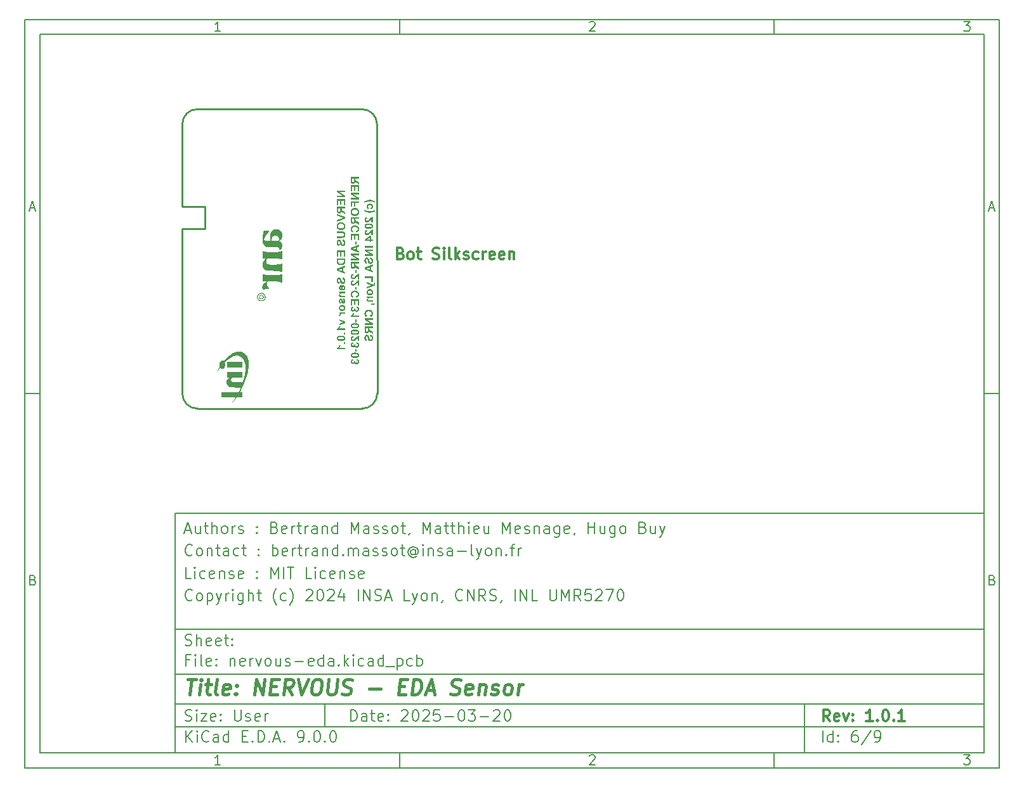
<source format=gbr>
%TF.GenerationSoftware,KiCad,Pcbnew,9.0.0*%
%TF.CreationDate,2025-03-20T22:50:16+01:00*%
%TF.ProjectId,nervous-eda,6e657276-6f75-4732-9d65-64612e6b6963,1.0.1*%
%TF.SameCoordinates,Original*%
%TF.FileFunction,Legend,Bot*%
%TF.FilePolarity,Positive*%
%FSLAX46Y46*%
G04 Gerber Fmt 4.6, Leading zero omitted, Abs format (unit mm)*
G04 Created by KiCad (PCBNEW 9.0.0) date 2025-03-20 22:50:16*
%MOMM*%
%LPD*%
G01*
G04 APERTURE LIST*
%ADD10C,0.100000*%
%ADD11C,0.150000*%
%ADD12C,0.300000*%
%ADD13C,0.400000*%
%ADD14C,0.200000*%
%ADD15C,0.000000*%
%TA.AperFunction,Profile*%
%ADD16C,0.254000*%
%TD*%
G04 APERTURE END LIST*
D10*
D11*
X30012000Y-75990000D02*
X138012000Y-75990000D01*
X138012000Y-107990000D01*
X30012000Y-107990000D01*
X30012000Y-75990000D01*
D10*
D11*
X10000000Y-10000000D02*
X140012000Y-10000000D01*
X140012000Y-109990000D01*
X10000000Y-109990000D01*
X10000000Y-10000000D01*
D10*
D11*
X12000000Y-12000000D02*
X138012000Y-12000000D01*
X138012000Y-107990000D01*
X12000000Y-107990000D01*
X12000000Y-12000000D01*
D10*
D11*
X60000000Y-12000000D02*
X60000000Y-10000000D01*
D10*
D11*
X110000000Y-12000000D02*
X110000000Y-10000000D01*
D10*
D11*
X36089160Y-11593604D02*
X35346303Y-11593604D01*
X35717731Y-11593604D02*
X35717731Y-10293604D01*
X35717731Y-10293604D02*
X35593922Y-10479319D01*
X35593922Y-10479319D02*
X35470112Y-10603128D01*
X35470112Y-10603128D02*
X35346303Y-10665033D01*
D10*
D11*
X85346303Y-10417414D02*
X85408207Y-10355509D01*
X85408207Y-10355509D02*
X85532017Y-10293604D01*
X85532017Y-10293604D02*
X85841541Y-10293604D01*
X85841541Y-10293604D02*
X85965350Y-10355509D01*
X85965350Y-10355509D02*
X86027255Y-10417414D01*
X86027255Y-10417414D02*
X86089160Y-10541223D01*
X86089160Y-10541223D02*
X86089160Y-10665033D01*
X86089160Y-10665033D02*
X86027255Y-10850747D01*
X86027255Y-10850747D02*
X85284398Y-11593604D01*
X85284398Y-11593604D02*
X86089160Y-11593604D01*
D10*
D11*
X135284398Y-10293604D02*
X136089160Y-10293604D01*
X136089160Y-10293604D02*
X135655826Y-10788842D01*
X135655826Y-10788842D02*
X135841541Y-10788842D01*
X135841541Y-10788842D02*
X135965350Y-10850747D01*
X135965350Y-10850747D02*
X136027255Y-10912652D01*
X136027255Y-10912652D02*
X136089160Y-11036461D01*
X136089160Y-11036461D02*
X136089160Y-11345985D01*
X136089160Y-11345985D02*
X136027255Y-11469795D01*
X136027255Y-11469795D02*
X135965350Y-11531700D01*
X135965350Y-11531700D02*
X135841541Y-11593604D01*
X135841541Y-11593604D02*
X135470112Y-11593604D01*
X135470112Y-11593604D02*
X135346303Y-11531700D01*
X135346303Y-11531700D02*
X135284398Y-11469795D01*
D10*
D11*
X60000000Y-107990000D02*
X60000000Y-109990000D01*
D10*
D11*
X110000000Y-107990000D02*
X110000000Y-109990000D01*
D10*
D11*
X36089160Y-109583604D02*
X35346303Y-109583604D01*
X35717731Y-109583604D02*
X35717731Y-108283604D01*
X35717731Y-108283604D02*
X35593922Y-108469319D01*
X35593922Y-108469319D02*
X35470112Y-108593128D01*
X35470112Y-108593128D02*
X35346303Y-108655033D01*
D10*
D11*
X85346303Y-108407414D02*
X85408207Y-108345509D01*
X85408207Y-108345509D02*
X85532017Y-108283604D01*
X85532017Y-108283604D02*
X85841541Y-108283604D01*
X85841541Y-108283604D02*
X85965350Y-108345509D01*
X85965350Y-108345509D02*
X86027255Y-108407414D01*
X86027255Y-108407414D02*
X86089160Y-108531223D01*
X86089160Y-108531223D02*
X86089160Y-108655033D01*
X86089160Y-108655033D02*
X86027255Y-108840747D01*
X86027255Y-108840747D02*
X85284398Y-109583604D01*
X85284398Y-109583604D02*
X86089160Y-109583604D01*
D10*
D11*
X135284398Y-108283604D02*
X136089160Y-108283604D01*
X136089160Y-108283604D02*
X135655826Y-108778842D01*
X135655826Y-108778842D02*
X135841541Y-108778842D01*
X135841541Y-108778842D02*
X135965350Y-108840747D01*
X135965350Y-108840747D02*
X136027255Y-108902652D01*
X136027255Y-108902652D02*
X136089160Y-109026461D01*
X136089160Y-109026461D02*
X136089160Y-109335985D01*
X136089160Y-109335985D02*
X136027255Y-109459795D01*
X136027255Y-109459795D02*
X135965350Y-109521700D01*
X135965350Y-109521700D02*
X135841541Y-109583604D01*
X135841541Y-109583604D02*
X135470112Y-109583604D01*
X135470112Y-109583604D02*
X135346303Y-109521700D01*
X135346303Y-109521700D02*
X135284398Y-109459795D01*
D10*
D11*
X10000000Y-60000000D02*
X12000000Y-60000000D01*
D10*
D11*
X10690476Y-35222176D02*
X11309523Y-35222176D01*
X10566666Y-35593604D02*
X10999999Y-34293604D01*
X10999999Y-34293604D02*
X11433333Y-35593604D01*
D10*
D11*
X11092857Y-84912652D02*
X11278571Y-84974557D01*
X11278571Y-84974557D02*
X11340476Y-85036461D01*
X11340476Y-85036461D02*
X11402380Y-85160271D01*
X11402380Y-85160271D02*
X11402380Y-85345985D01*
X11402380Y-85345985D02*
X11340476Y-85469795D01*
X11340476Y-85469795D02*
X11278571Y-85531700D01*
X11278571Y-85531700D02*
X11154761Y-85593604D01*
X11154761Y-85593604D02*
X10659523Y-85593604D01*
X10659523Y-85593604D02*
X10659523Y-84293604D01*
X10659523Y-84293604D02*
X11092857Y-84293604D01*
X11092857Y-84293604D02*
X11216666Y-84355509D01*
X11216666Y-84355509D02*
X11278571Y-84417414D01*
X11278571Y-84417414D02*
X11340476Y-84541223D01*
X11340476Y-84541223D02*
X11340476Y-84665033D01*
X11340476Y-84665033D02*
X11278571Y-84788842D01*
X11278571Y-84788842D02*
X11216666Y-84850747D01*
X11216666Y-84850747D02*
X11092857Y-84912652D01*
X11092857Y-84912652D02*
X10659523Y-84912652D01*
D10*
D11*
X140012000Y-60000000D02*
X138012000Y-60000000D01*
D10*
D11*
X138702476Y-35222176D02*
X139321523Y-35222176D01*
X138578666Y-35593604D02*
X139011999Y-34293604D01*
X139011999Y-34293604D02*
X139445333Y-35593604D01*
D10*
D11*
X139104857Y-84912652D02*
X139290571Y-84974557D01*
X139290571Y-84974557D02*
X139352476Y-85036461D01*
X139352476Y-85036461D02*
X139414380Y-85160271D01*
X139414380Y-85160271D02*
X139414380Y-85345985D01*
X139414380Y-85345985D02*
X139352476Y-85469795D01*
X139352476Y-85469795D02*
X139290571Y-85531700D01*
X139290571Y-85531700D02*
X139166761Y-85593604D01*
X139166761Y-85593604D02*
X138671523Y-85593604D01*
X138671523Y-85593604D02*
X138671523Y-84293604D01*
X138671523Y-84293604D02*
X139104857Y-84293604D01*
X139104857Y-84293604D02*
X139228666Y-84355509D01*
X139228666Y-84355509D02*
X139290571Y-84417414D01*
X139290571Y-84417414D02*
X139352476Y-84541223D01*
X139352476Y-84541223D02*
X139352476Y-84665033D01*
X139352476Y-84665033D02*
X139290571Y-84788842D01*
X139290571Y-84788842D02*
X139228666Y-84850747D01*
X139228666Y-84850747D02*
X139104857Y-84912652D01*
X139104857Y-84912652D02*
X138671523Y-84912652D01*
D10*
D11*
X53467826Y-103776128D02*
X53467826Y-102276128D01*
X53467826Y-102276128D02*
X53824969Y-102276128D01*
X53824969Y-102276128D02*
X54039255Y-102347557D01*
X54039255Y-102347557D02*
X54182112Y-102490414D01*
X54182112Y-102490414D02*
X54253541Y-102633271D01*
X54253541Y-102633271D02*
X54324969Y-102918985D01*
X54324969Y-102918985D02*
X54324969Y-103133271D01*
X54324969Y-103133271D02*
X54253541Y-103418985D01*
X54253541Y-103418985D02*
X54182112Y-103561842D01*
X54182112Y-103561842D02*
X54039255Y-103704700D01*
X54039255Y-103704700D02*
X53824969Y-103776128D01*
X53824969Y-103776128D02*
X53467826Y-103776128D01*
X55610684Y-103776128D02*
X55610684Y-102990414D01*
X55610684Y-102990414D02*
X55539255Y-102847557D01*
X55539255Y-102847557D02*
X55396398Y-102776128D01*
X55396398Y-102776128D02*
X55110684Y-102776128D01*
X55110684Y-102776128D02*
X54967826Y-102847557D01*
X55610684Y-103704700D02*
X55467826Y-103776128D01*
X55467826Y-103776128D02*
X55110684Y-103776128D01*
X55110684Y-103776128D02*
X54967826Y-103704700D01*
X54967826Y-103704700D02*
X54896398Y-103561842D01*
X54896398Y-103561842D02*
X54896398Y-103418985D01*
X54896398Y-103418985D02*
X54967826Y-103276128D01*
X54967826Y-103276128D02*
X55110684Y-103204700D01*
X55110684Y-103204700D02*
X55467826Y-103204700D01*
X55467826Y-103204700D02*
X55610684Y-103133271D01*
X56110684Y-102776128D02*
X56682112Y-102776128D01*
X56324969Y-102276128D02*
X56324969Y-103561842D01*
X56324969Y-103561842D02*
X56396398Y-103704700D01*
X56396398Y-103704700D02*
X56539255Y-103776128D01*
X56539255Y-103776128D02*
X56682112Y-103776128D01*
X57753541Y-103704700D02*
X57610684Y-103776128D01*
X57610684Y-103776128D02*
X57324970Y-103776128D01*
X57324970Y-103776128D02*
X57182112Y-103704700D01*
X57182112Y-103704700D02*
X57110684Y-103561842D01*
X57110684Y-103561842D02*
X57110684Y-102990414D01*
X57110684Y-102990414D02*
X57182112Y-102847557D01*
X57182112Y-102847557D02*
X57324970Y-102776128D01*
X57324970Y-102776128D02*
X57610684Y-102776128D01*
X57610684Y-102776128D02*
X57753541Y-102847557D01*
X57753541Y-102847557D02*
X57824970Y-102990414D01*
X57824970Y-102990414D02*
X57824970Y-103133271D01*
X57824970Y-103133271D02*
X57110684Y-103276128D01*
X58467826Y-103633271D02*
X58539255Y-103704700D01*
X58539255Y-103704700D02*
X58467826Y-103776128D01*
X58467826Y-103776128D02*
X58396398Y-103704700D01*
X58396398Y-103704700D02*
X58467826Y-103633271D01*
X58467826Y-103633271D02*
X58467826Y-103776128D01*
X58467826Y-102847557D02*
X58539255Y-102918985D01*
X58539255Y-102918985D02*
X58467826Y-102990414D01*
X58467826Y-102990414D02*
X58396398Y-102918985D01*
X58396398Y-102918985D02*
X58467826Y-102847557D01*
X58467826Y-102847557D02*
X58467826Y-102990414D01*
X60253541Y-102418985D02*
X60324969Y-102347557D01*
X60324969Y-102347557D02*
X60467827Y-102276128D01*
X60467827Y-102276128D02*
X60824969Y-102276128D01*
X60824969Y-102276128D02*
X60967827Y-102347557D01*
X60967827Y-102347557D02*
X61039255Y-102418985D01*
X61039255Y-102418985D02*
X61110684Y-102561842D01*
X61110684Y-102561842D02*
X61110684Y-102704700D01*
X61110684Y-102704700D02*
X61039255Y-102918985D01*
X61039255Y-102918985D02*
X60182112Y-103776128D01*
X60182112Y-103776128D02*
X61110684Y-103776128D01*
X62039255Y-102276128D02*
X62182112Y-102276128D01*
X62182112Y-102276128D02*
X62324969Y-102347557D01*
X62324969Y-102347557D02*
X62396398Y-102418985D01*
X62396398Y-102418985D02*
X62467826Y-102561842D01*
X62467826Y-102561842D02*
X62539255Y-102847557D01*
X62539255Y-102847557D02*
X62539255Y-103204700D01*
X62539255Y-103204700D02*
X62467826Y-103490414D01*
X62467826Y-103490414D02*
X62396398Y-103633271D01*
X62396398Y-103633271D02*
X62324969Y-103704700D01*
X62324969Y-103704700D02*
X62182112Y-103776128D01*
X62182112Y-103776128D02*
X62039255Y-103776128D01*
X62039255Y-103776128D02*
X61896398Y-103704700D01*
X61896398Y-103704700D02*
X61824969Y-103633271D01*
X61824969Y-103633271D02*
X61753540Y-103490414D01*
X61753540Y-103490414D02*
X61682112Y-103204700D01*
X61682112Y-103204700D02*
X61682112Y-102847557D01*
X61682112Y-102847557D02*
X61753540Y-102561842D01*
X61753540Y-102561842D02*
X61824969Y-102418985D01*
X61824969Y-102418985D02*
X61896398Y-102347557D01*
X61896398Y-102347557D02*
X62039255Y-102276128D01*
X63110683Y-102418985D02*
X63182111Y-102347557D01*
X63182111Y-102347557D02*
X63324969Y-102276128D01*
X63324969Y-102276128D02*
X63682111Y-102276128D01*
X63682111Y-102276128D02*
X63824969Y-102347557D01*
X63824969Y-102347557D02*
X63896397Y-102418985D01*
X63896397Y-102418985D02*
X63967826Y-102561842D01*
X63967826Y-102561842D02*
X63967826Y-102704700D01*
X63967826Y-102704700D02*
X63896397Y-102918985D01*
X63896397Y-102918985D02*
X63039254Y-103776128D01*
X63039254Y-103776128D02*
X63967826Y-103776128D01*
X65324968Y-102276128D02*
X64610682Y-102276128D01*
X64610682Y-102276128D02*
X64539254Y-102990414D01*
X64539254Y-102990414D02*
X64610682Y-102918985D01*
X64610682Y-102918985D02*
X64753540Y-102847557D01*
X64753540Y-102847557D02*
X65110682Y-102847557D01*
X65110682Y-102847557D02*
X65253540Y-102918985D01*
X65253540Y-102918985D02*
X65324968Y-102990414D01*
X65324968Y-102990414D02*
X65396397Y-103133271D01*
X65396397Y-103133271D02*
X65396397Y-103490414D01*
X65396397Y-103490414D02*
X65324968Y-103633271D01*
X65324968Y-103633271D02*
X65253540Y-103704700D01*
X65253540Y-103704700D02*
X65110682Y-103776128D01*
X65110682Y-103776128D02*
X64753540Y-103776128D01*
X64753540Y-103776128D02*
X64610682Y-103704700D01*
X64610682Y-103704700D02*
X64539254Y-103633271D01*
X66039253Y-103204700D02*
X67182111Y-103204700D01*
X68182111Y-102276128D02*
X68324968Y-102276128D01*
X68324968Y-102276128D02*
X68467825Y-102347557D01*
X68467825Y-102347557D02*
X68539254Y-102418985D01*
X68539254Y-102418985D02*
X68610682Y-102561842D01*
X68610682Y-102561842D02*
X68682111Y-102847557D01*
X68682111Y-102847557D02*
X68682111Y-103204700D01*
X68682111Y-103204700D02*
X68610682Y-103490414D01*
X68610682Y-103490414D02*
X68539254Y-103633271D01*
X68539254Y-103633271D02*
X68467825Y-103704700D01*
X68467825Y-103704700D02*
X68324968Y-103776128D01*
X68324968Y-103776128D02*
X68182111Y-103776128D01*
X68182111Y-103776128D02*
X68039254Y-103704700D01*
X68039254Y-103704700D02*
X67967825Y-103633271D01*
X67967825Y-103633271D02*
X67896396Y-103490414D01*
X67896396Y-103490414D02*
X67824968Y-103204700D01*
X67824968Y-103204700D02*
X67824968Y-102847557D01*
X67824968Y-102847557D02*
X67896396Y-102561842D01*
X67896396Y-102561842D02*
X67967825Y-102418985D01*
X67967825Y-102418985D02*
X68039254Y-102347557D01*
X68039254Y-102347557D02*
X68182111Y-102276128D01*
X69182110Y-102276128D02*
X70110682Y-102276128D01*
X70110682Y-102276128D02*
X69610682Y-102847557D01*
X69610682Y-102847557D02*
X69824967Y-102847557D01*
X69824967Y-102847557D02*
X69967825Y-102918985D01*
X69967825Y-102918985D02*
X70039253Y-102990414D01*
X70039253Y-102990414D02*
X70110682Y-103133271D01*
X70110682Y-103133271D02*
X70110682Y-103490414D01*
X70110682Y-103490414D02*
X70039253Y-103633271D01*
X70039253Y-103633271D02*
X69967825Y-103704700D01*
X69967825Y-103704700D02*
X69824967Y-103776128D01*
X69824967Y-103776128D02*
X69396396Y-103776128D01*
X69396396Y-103776128D02*
X69253539Y-103704700D01*
X69253539Y-103704700D02*
X69182110Y-103633271D01*
X70753538Y-103204700D02*
X71896396Y-103204700D01*
X72539253Y-102418985D02*
X72610681Y-102347557D01*
X72610681Y-102347557D02*
X72753539Y-102276128D01*
X72753539Y-102276128D02*
X73110681Y-102276128D01*
X73110681Y-102276128D02*
X73253539Y-102347557D01*
X73253539Y-102347557D02*
X73324967Y-102418985D01*
X73324967Y-102418985D02*
X73396396Y-102561842D01*
X73396396Y-102561842D02*
X73396396Y-102704700D01*
X73396396Y-102704700D02*
X73324967Y-102918985D01*
X73324967Y-102918985D02*
X72467824Y-103776128D01*
X72467824Y-103776128D02*
X73396396Y-103776128D01*
X74324967Y-102276128D02*
X74467824Y-102276128D01*
X74467824Y-102276128D02*
X74610681Y-102347557D01*
X74610681Y-102347557D02*
X74682110Y-102418985D01*
X74682110Y-102418985D02*
X74753538Y-102561842D01*
X74753538Y-102561842D02*
X74824967Y-102847557D01*
X74824967Y-102847557D02*
X74824967Y-103204700D01*
X74824967Y-103204700D02*
X74753538Y-103490414D01*
X74753538Y-103490414D02*
X74682110Y-103633271D01*
X74682110Y-103633271D02*
X74610681Y-103704700D01*
X74610681Y-103704700D02*
X74467824Y-103776128D01*
X74467824Y-103776128D02*
X74324967Y-103776128D01*
X74324967Y-103776128D02*
X74182110Y-103704700D01*
X74182110Y-103704700D02*
X74110681Y-103633271D01*
X74110681Y-103633271D02*
X74039252Y-103490414D01*
X74039252Y-103490414D02*
X73967824Y-103204700D01*
X73967824Y-103204700D02*
X73967824Y-102847557D01*
X73967824Y-102847557D02*
X74039252Y-102561842D01*
X74039252Y-102561842D02*
X74110681Y-102418985D01*
X74110681Y-102418985D02*
X74182110Y-102347557D01*
X74182110Y-102347557D02*
X74324967Y-102276128D01*
D10*
D11*
X30012000Y-104490000D02*
X138012000Y-104490000D01*
D10*
D11*
X31467826Y-106576128D02*
X31467826Y-105076128D01*
X32324969Y-106576128D02*
X31682112Y-105718985D01*
X32324969Y-105076128D02*
X31467826Y-105933271D01*
X32967826Y-106576128D02*
X32967826Y-105576128D01*
X32967826Y-105076128D02*
X32896398Y-105147557D01*
X32896398Y-105147557D02*
X32967826Y-105218985D01*
X32967826Y-105218985D02*
X33039255Y-105147557D01*
X33039255Y-105147557D02*
X32967826Y-105076128D01*
X32967826Y-105076128D02*
X32967826Y-105218985D01*
X34539255Y-106433271D02*
X34467827Y-106504700D01*
X34467827Y-106504700D02*
X34253541Y-106576128D01*
X34253541Y-106576128D02*
X34110684Y-106576128D01*
X34110684Y-106576128D02*
X33896398Y-106504700D01*
X33896398Y-106504700D02*
X33753541Y-106361842D01*
X33753541Y-106361842D02*
X33682112Y-106218985D01*
X33682112Y-106218985D02*
X33610684Y-105933271D01*
X33610684Y-105933271D02*
X33610684Y-105718985D01*
X33610684Y-105718985D02*
X33682112Y-105433271D01*
X33682112Y-105433271D02*
X33753541Y-105290414D01*
X33753541Y-105290414D02*
X33896398Y-105147557D01*
X33896398Y-105147557D02*
X34110684Y-105076128D01*
X34110684Y-105076128D02*
X34253541Y-105076128D01*
X34253541Y-105076128D02*
X34467827Y-105147557D01*
X34467827Y-105147557D02*
X34539255Y-105218985D01*
X35824970Y-106576128D02*
X35824970Y-105790414D01*
X35824970Y-105790414D02*
X35753541Y-105647557D01*
X35753541Y-105647557D02*
X35610684Y-105576128D01*
X35610684Y-105576128D02*
X35324970Y-105576128D01*
X35324970Y-105576128D02*
X35182112Y-105647557D01*
X35824970Y-106504700D02*
X35682112Y-106576128D01*
X35682112Y-106576128D02*
X35324970Y-106576128D01*
X35324970Y-106576128D02*
X35182112Y-106504700D01*
X35182112Y-106504700D02*
X35110684Y-106361842D01*
X35110684Y-106361842D02*
X35110684Y-106218985D01*
X35110684Y-106218985D02*
X35182112Y-106076128D01*
X35182112Y-106076128D02*
X35324970Y-106004700D01*
X35324970Y-106004700D02*
X35682112Y-106004700D01*
X35682112Y-106004700D02*
X35824970Y-105933271D01*
X37182113Y-106576128D02*
X37182113Y-105076128D01*
X37182113Y-106504700D02*
X37039255Y-106576128D01*
X37039255Y-106576128D02*
X36753541Y-106576128D01*
X36753541Y-106576128D02*
X36610684Y-106504700D01*
X36610684Y-106504700D02*
X36539255Y-106433271D01*
X36539255Y-106433271D02*
X36467827Y-106290414D01*
X36467827Y-106290414D02*
X36467827Y-105861842D01*
X36467827Y-105861842D02*
X36539255Y-105718985D01*
X36539255Y-105718985D02*
X36610684Y-105647557D01*
X36610684Y-105647557D02*
X36753541Y-105576128D01*
X36753541Y-105576128D02*
X37039255Y-105576128D01*
X37039255Y-105576128D02*
X37182113Y-105647557D01*
X39039255Y-105790414D02*
X39539255Y-105790414D01*
X39753541Y-106576128D02*
X39039255Y-106576128D01*
X39039255Y-106576128D02*
X39039255Y-105076128D01*
X39039255Y-105076128D02*
X39753541Y-105076128D01*
X40396398Y-106433271D02*
X40467827Y-106504700D01*
X40467827Y-106504700D02*
X40396398Y-106576128D01*
X40396398Y-106576128D02*
X40324970Y-106504700D01*
X40324970Y-106504700D02*
X40396398Y-106433271D01*
X40396398Y-106433271D02*
X40396398Y-106576128D01*
X41110684Y-106576128D02*
X41110684Y-105076128D01*
X41110684Y-105076128D02*
X41467827Y-105076128D01*
X41467827Y-105076128D02*
X41682113Y-105147557D01*
X41682113Y-105147557D02*
X41824970Y-105290414D01*
X41824970Y-105290414D02*
X41896399Y-105433271D01*
X41896399Y-105433271D02*
X41967827Y-105718985D01*
X41967827Y-105718985D02*
X41967827Y-105933271D01*
X41967827Y-105933271D02*
X41896399Y-106218985D01*
X41896399Y-106218985D02*
X41824970Y-106361842D01*
X41824970Y-106361842D02*
X41682113Y-106504700D01*
X41682113Y-106504700D02*
X41467827Y-106576128D01*
X41467827Y-106576128D02*
X41110684Y-106576128D01*
X42610684Y-106433271D02*
X42682113Y-106504700D01*
X42682113Y-106504700D02*
X42610684Y-106576128D01*
X42610684Y-106576128D02*
X42539256Y-106504700D01*
X42539256Y-106504700D02*
X42610684Y-106433271D01*
X42610684Y-106433271D02*
X42610684Y-106576128D01*
X43253542Y-106147557D02*
X43967828Y-106147557D01*
X43110685Y-106576128D02*
X43610685Y-105076128D01*
X43610685Y-105076128D02*
X44110685Y-106576128D01*
X44610684Y-106433271D02*
X44682113Y-106504700D01*
X44682113Y-106504700D02*
X44610684Y-106576128D01*
X44610684Y-106576128D02*
X44539256Y-106504700D01*
X44539256Y-106504700D02*
X44610684Y-106433271D01*
X44610684Y-106433271D02*
X44610684Y-106576128D01*
X46539256Y-106576128D02*
X46824970Y-106576128D01*
X46824970Y-106576128D02*
X46967827Y-106504700D01*
X46967827Y-106504700D02*
X47039256Y-106433271D01*
X47039256Y-106433271D02*
X47182113Y-106218985D01*
X47182113Y-106218985D02*
X47253542Y-105933271D01*
X47253542Y-105933271D02*
X47253542Y-105361842D01*
X47253542Y-105361842D02*
X47182113Y-105218985D01*
X47182113Y-105218985D02*
X47110685Y-105147557D01*
X47110685Y-105147557D02*
X46967827Y-105076128D01*
X46967827Y-105076128D02*
X46682113Y-105076128D01*
X46682113Y-105076128D02*
X46539256Y-105147557D01*
X46539256Y-105147557D02*
X46467827Y-105218985D01*
X46467827Y-105218985D02*
X46396399Y-105361842D01*
X46396399Y-105361842D02*
X46396399Y-105718985D01*
X46396399Y-105718985D02*
X46467827Y-105861842D01*
X46467827Y-105861842D02*
X46539256Y-105933271D01*
X46539256Y-105933271D02*
X46682113Y-106004700D01*
X46682113Y-106004700D02*
X46967827Y-106004700D01*
X46967827Y-106004700D02*
X47110685Y-105933271D01*
X47110685Y-105933271D02*
X47182113Y-105861842D01*
X47182113Y-105861842D02*
X47253542Y-105718985D01*
X47896398Y-106433271D02*
X47967827Y-106504700D01*
X47967827Y-106504700D02*
X47896398Y-106576128D01*
X47896398Y-106576128D02*
X47824970Y-106504700D01*
X47824970Y-106504700D02*
X47896398Y-106433271D01*
X47896398Y-106433271D02*
X47896398Y-106576128D01*
X48896399Y-105076128D02*
X49039256Y-105076128D01*
X49039256Y-105076128D02*
X49182113Y-105147557D01*
X49182113Y-105147557D02*
X49253542Y-105218985D01*
X49253542Y-105218985D02*
X49324970Y-105361842D01*
X49324970Y-105361842D02*
X49396399Y-105647557D01*
X49396399Y-105647557D02*
X49396399Y-106004700D01*
X49396399Y-106004700D02*
X49324970Y-106290414D01*
X49324970Y-106290414D02*
X49253542Y-106433271D01*
X49253542Y-106433271D02*
X49182113Y-106504700D01*
X49182113Y-106504700D02*
X49039256Y-106576128D01*
X49039256Y-106576128D02*
X48896399Y-106576128D01*
X48896399Y-106576128D02*
X48753542Y-106504700D01*
X48753542Y-106504700D02*
X48682113Y-106433271D01*
X48682113Y-106433271D02*
X48610684Y-106290414D01*
X48610684Y-106290414D02*
X48539256Y-106004700D01*
X48539256Y-106004700D02*
X48539256Y-105647557D01*
X48539256Y-105647557D02*
X48610684Y-105361842D01*
X48610684Y-105361842D02*
X48682113Y-105218985D01*
X48682113Y-105218985D02*
X48753542Y-105147557D01*
X48753542Y-105147557D02*
X48896399Y-105076128D01*
X50039255Y-106433271D02*
X50110684Y-106504700D01*
X50110684Y-106504700D02*
X50039255Y-106576128D01*
X50039255Y-106576128D02*
X49967827Y-106504700D01*
X49967827Y-106504700D02*
X50039255Y-106433271D01*
X50039255Y-106433271D02*
X50039255Y-106576128D01*
X51039256Y-105076128D02*
X51182113Y-105076128D01*
X51182113Y-105076128D02*
X51324970Y-105147557D01*
X51324970Y-105147557D02*
X51396399Y-105218985D01*
X51396399Y-105218985D02*
X51467827Y-105361842D01*
X51467827Y-105361842D02*
X51539256Y-105647557D01*
X51539256Y-105647557D02*
X51539256Y-106004700D01*
X51539256Y-106004700D02*
X51467827Y-106290414D01*
X51467827Y-106290414D02*
X51396399Y-106433271D01*
X51396399Y-106433271D02*
X51324970Y-106504700D01*
X51324970Y-106504700D02*
X51182113Y-106576128D01*
X51182113Y-106576128D02*
X51039256Y-106576128D01*
X51039256Y-106576128D02*
X50896399Y-106504700D01*
X50896399Y-106504700D02*
X50824970Y-106433271D01*
X50824970Y-106433271D02*
X50753541Y-106290414D01*
X50753541Y-106290414D02*
X50682113Y-106004700D01*
X50682113Y-106004700D02*
X50682113Y-105647557D01*
X50682113Y-105647557D02*
X50753541Y-105361842D01*
X50753541Y-105361842D02*
X50824970Y-105218985D01*
X50824970Y-105218985D02*
X50896399Y-105147557D01*
X50896399Y-105147557D02*
X51039256Y-105076128D01*
D10*
D11*
X30012000Y-101490000D02*
X138012000Y-101490000D01*
D10*
D12*
X117423653Y-103768328D02*
X116923653Y-103054042D01*
X116566510Y-103768328D02*
X116566510Y-102268328D01*
X116566510Y-102268328D02*
X117137939Y-102268328D01*
X117137939Y-102268328D02*
X117280796Y-102339757D01*
X117280796Y-102339757D02*
X117352225Y-102411185D01*
X117352225Y-102411185D02*
X117423653Y-102554042D01*
X117423653Y-102554042D02*
X117423653Y-102768328D01*
X117423653Y-102768328D02*
X117352225Y-102911185D01*
X117352225Y-102911185D02*
X117280796Y-102982614D01*
X117280796Y-102982614D02*
X117137939Y-103054042D01*
X117137939Y-103054042D02*
X116566510Y-103054042D01*
X118637939Y-103696900D02*
X118495082Y-103768328D01*
X118495082Y-103768328D02*
X118209368Y-103768328D01*
X118209368Y-103768328D02*
X118066510Y-103696900D01*
X118066510Y-103696900D02*
X117995082Y-103554042D01*
X117995082Y-103554042D02*
X117995082Y-102982614D01*
X117995082Y-102982614D02*
X118066510Y-102839757D01*
X118066510Y-102839757D02*
X118209368Y-102768328D01*
X118209368Y-102768328D02*
X118495082Y-102768328D01*
X118495082Y-102768328D02*
X118637939Y-102839757D01*
X118637939Y-102839757D02*
X118709368Y-102982614D01*
X118709368Y-102982614D02*
X118709368Y-103125471D01*
X118709368Y-103125471D02*
X117995082Y-103268328D01*
X119209367Y-102768328D02*
X119566510Y-103768328D01*
X119566510Y-103768328D02*
X119923653Y-102768328D01*
X120495081Y-103625471D02*
X120566510Y-103696900D01*
X120566510Y-103696900D02*
X120495081Y-103768328D01*
X120495081Y-103768328D02*
X120423653Y-103696900D01*
X120423653Y-103696900D02*
X120495081Y-103625471D01*
X120495081Y-103625471D02*
X120495081Y-103768328D01*
X120495081Y-102839757D02*
X120566510Y-102911185D01*
X120566510Y-102911185D02*
X120495081Y-102982614D01*
X120495081Y-102982614D02*
X120423653Y-102911185D01*
X120423653Y-102911185D02*
X120495081Y-102839757D01*
X120495081Y-102839757D02*
X120495081Y-102982614D01*
X123137939Y-103768328D02*
X122280796Y-103768328D01*
X122709367Y-103768328D02*
X122709367Y-102268328D01*
X122709367Y-102268328D02*
X122566510Y-102482614D01*
X122566510Y-102482614D02*
X122423653Y-102625471D01*
X122423653Y-102625471D02*
X122280796Y-102696900D01*
X123780795Y-103625471D02*
X123852224Y-103696900D01*
X123852224Y-103696900D02*
X123780795Y-103768328D01*
X123780795Y-103768328D02*
X123709367Y-103696900D01*
X123709367Y-103696900D02*
X123780795Y-103625471D01*
X123780795Y-103625471D02*
X123780795Y-103768328D01*
X124780796Y-102268328D02*
X124923653Y-102268328D01*
X124923653Y-102268328D02*
X125066510Y-102339757D01*
X125066510Y-102339757D02*
X125137939Y-102411185D01*
X125137939Y-102411185D02*
X125209367Y-102554042D01*
X125209367Y-102554042D02*
X125280796Y-102839757D01*
X125280796Y-102839757D02*
X125280796Y-103196900D01*
X125280796Y-103196900D02*
X125209367Y-103482614D01*
X125209367Y-103482614D02*
X125137939Y-103625471D01*
X125137939Y-103625471D02*
X125066510Y-103696900D01*
X125066510Y-103696900D02*
X124923653Y-103768328D01*
X124923653Y-103768328D02*
X124780796Y-103768328D01*
X124780796Y-103768328D02*
X124637939Y-103696900D01*
X124637939Y-103696900D02*
X124566510Y-103625471D01*
X124566510Y-103625471D02*
X124495081Y-103482614D01*
X124495081Y-103482614D02*
X124423653Y-103196900D01*
X124423653Y-103196900D02*
X124423653Y-102839757D01*
X124423653Y-102839757D02*
X124495081Y-102554042D01*
X124495081Y-102554042D02*
X124566510Y-102411185D01*
X124566510Y-102411185D02*
X124637939Y-102339757D01*
X124637939Y-102339757D02*
X124780796Y-102268328D01*
X125923652Y-103625471D02*
X125995081Y-103696900D01*
X125995081Y-103696900D02*
X125923652Y-103768328D01*
X125923652Y-103768328D02*
X125852224Y-103696900D01*
X125852224Y-103696900D02*
X125923652Y-103625471D01*
X125923652Y-103625471D02*
X125923652Y-103768328D01*
X127423653Y-103768328D02*
X126566510Y-103768328D01*
X126995081Y-103768328D02*
X126995081Y-102268328D01*
X126995081Y-102268328D02*
X126852224Y-102482614D01*
X126852224Y-102482614D02*
X126709367Y-102625471D01*
X126709367Y-102625471D02*
X126566510Y-102696900D01*
D10*
D11*
X31396398Y-103704700D02*
X31610684Y-103776128D01*
X31610684Y-103776128D02*
X31967826Y-103776128D01*
X31967826Y-103776128D02*
X32110684Y-103704700D01*
X32110684Y-103704700D02*
X32182112Y-103633271D01*
X32182112Y-103633271D02*
X32253541Y-103490414D01*
X32253541Y-103490414D02*
X32253541Y-103347557D01*
X32253541Y-103347557D02*
X32182112Y-103204700D01*
X32182112Y-103204700D02*
X32110684Y-103133271D01*
X32110684Y-103133271D02*
X31967826Y-103061842D01*
X31967826Y-103061842D02*
X31682112Y-102990414D01*
X31682112Y-102990414D02*
X31539255Y-102918985D01*
X31539255Y-102918985D02*
X31467826Y-102847557D01*
X31467826Y-102847557D02*
X31396398Y-102704700D01*
X31396398Y-102704700D02*
X31396398Y-102561842D01*
X31396398Y-102561842D02*
X31467826Y-102418985D01*
X31467826Y-102418985D02*
X31539255Y-102347557D01*
X31539255Y-102347557D02*
X31682112Y-102276128D01*
X31682112Y-102276128D02*
X32039255Y-102276128D01*
X32039255Y-102276128D02*
X32253541Y-102347557D01*
X32896397Y-103776128D02*
X32896397Y-102776128D01*
X32896397Y-102276128D02*
X32824969Y-102347557D01*
X32824969Y-102347557D02*
X32896397Y-102418985D01*
X32896397Y-102418985D02*
X32967826Y-102347557D01*
X32967826Y-102347557D02*
X32896397Y-102276128D01*
X32896397Y-102276128D02*
X32896397Y-102418985D01*
X33467826Y-102776128D02*
X34253541Y-102776128D01*
X34253541Y-102776128D02*
X33467826Y-103776128D01*
X33467826Y-103776128D02*
X34253541Y-103776128D01*
X35396398Y-103704700D02*
X35253541Y-103776128D01*
X35253541Y-103776128D02*
X34967827Y-103776128D01*
X34967827Y-103776128D02*
X34824969Y-103704700D01*
X34824969Y-103704700D02*
X34753541Y-103561842D01*
X34753541Y-103561842D02*
X34753541Y-102990414D01*
X34753541Y-102990414D02*
X34824969Y-102847557D01*
X34824969Y-102847557D02*
X34967827Y-102776128D01*
X34967827Y-102776128D02*
X35253541Y-102776128D01*
X35253541Y-102776128D02*
X35396398Y-102847557D01*
X35396398Y-102847557D02*
X35467827Y-102990414D01*
X35467827Y-102990414D02*
X35467827Y-103133271D01*
X35467827Y-103133271D02*
X34753541Y-103276128D01*
X36110683Y-103633271D02*
X36182112Y-103704700D01*
X36182112Y-103704700D02*
X36110683Y-103776128D01*
X36110683Y-103776128D02*
X36039255Y-103704700D01*
X36039255Y-103704700D02*
X36110683Y-103633271D01*
X36110683Y-103633271D02*
X36110683Y-103776128D01*
X36110683Y-102847557D02*
X36182112Y-102918985D01*
X36182112Y-102918985D02*
X36110683Y-102990414D01*
X36110683Y-102990414D02*
X36039255Y-102918985D01*
X36039255Y-102918985D02*
X36110683Y-102847557D01*
X36110683Y-102847557D02*
X36110683Y-102990414D01*
X37967826Y-102276128D02*
X37967826Y-103490414D01*
X37967826Y-103490414D02*
X38039255Y-103633271D01*
X38039255Y-103633271D02*
X38110684Y-103704700D01*
X38110684Y-103704700D02*
X38253541Y-103776128D01*
X38253541Y-103776128D02*
X38539255Y-103776128D01*
X38539255Y-103776128D02*
X38682112Y-103704700D01*
X38682112Y-103704700D02*
X38753541Y-103633271D01*
X38753541Y-103633271D02*
X38824969Y-103490414D01*
X38824969Y-103490414D02*
X38824969Y-102276128D01*
X39467827Y-103704700D02*
X39610684Y-103776128D01*
X39610684Y-103776128D02*
X39896398Y-103776128D01*
X39896398Y-103776128D02*
X40039255Y-103704700D01*
X40039255Y-103704700D02*
X40110684Y-103561842D01*
X40110684Y-103561842D02*
X40110684Y-103490414D01*
X40110684Y-103490414D02*
X40039255Y-103347557D01*
X40039255Y-103347557D02*
X39896398Y-103276128D01*
X39896398Y-103276128D02*
X39682113Y-103276128D01*
X39682113Y-103276128D02*
X39539255Y-103204700D01*
X39539255Y-103204700D02*
X39467827Y-103061842D01*
X39467827Y-103061842D02*
X39467827Y-102990414D01*
X39467827Y-102990414D02*
X39539255Y-102847557D01*
X39539255Y-102847557D02*
X39682113Y-102776128D01*
X39682113Y-102776128D02*
X39896398Y-102776128D01*
X39896398Y-102776128D02*
X40039255Y-102847557D01*
X41324970Y-103704700D02*
X41182113Y-103776128D01*
X41182113Y-103776128D02*
X40896399Y-103776128D01*
X40896399Y-103776128D02*
X40753541Y-103704700D01*
X40753541Y-103704700D02*
X40682113Y-103561842D01*
X40682113Y-103561842D02*
X40682113Y-102990414D01*
X40682113Y-102990414D02*
X40753541Y-102847557D01*
X40753541Y-102847557D02*
X40896399Y-102776128D01*
X40896399Y-102776128D02*
X41182113Y-102776128D01*
X41182113Y-102776128D02*
X41324970Y-102847557D01*
X41324970Y-102847557D02*
X41396399Y-102990414D01*
X41396399Y-102990414D02*
X41396399Y-103133271D01*
X41396399Y-103133271D02*
X40682113Y-103276128D01*
X42039255Y-103776128D02*
X42039255Y-102776128D01*
X42039255Y-103061842D02*
X42110684Y-102918985D01*
X42110684Y-102918985D02*
X42182113Y-102847557D01*
X42182113Y-102847557D02*
X42324970Y-102776128D01*
X42324970Y-102776128D02*
X42467827Y-102776128D01*
D10*
D11*
X116467826Y-106576128D02*
X116467826Y-105076128D01*
X117824970Y-106576128D02*
X117824970Y-105076128D01*
X117824970Y-106504700D02*
X117682112Y-106576128D01*
X117682112Y-106576128D02*
X117396398Y-106576128D01*
X117396398Y-106576128D02*
X117253541Y-106504700D01*
X117253541Y-106504700D02*
X117182112Y-106433271D01*
X117182112Y-106433271D02*
X117110684Y-106290414D01*
X117110684Y-106290414D02*
X117110684Y-105861842D01*
X117110684Y-105861842D02*
X117182112Y-105718985D01*
X117182112Y-105718985D02*
X117253541Y-105647557D01*
X117253541Y-105647557D02*
X117396398Y-105576128D01*
X117396398Y-105576128D02*
X117682112Y-105576128D01*
X117682112Y-105576128D02*
X117824970Y-105647557D01*
X118539255Y-106433271D02*
X118610684Y-106504700D01*
X118610684Y-106504700D02*
X118539255Y-106576128D01*
X118539255Y-106576128D02*
X118467827Y-106504700D01*
X118467827Y-106504700D02*
X118539255Y-106433271D01*
X118539255Y-106433271D02*
X118539255Y-106576128D01*
X118539255Y-105647557D02*
X118610684Y-105718985D01*
X118610684Y-105718985D02*
X118539255Y-105790414D01*
X118539255Y-105790414D02*
X118467827Y-105718985D01*
X118467827Y-105718985D02*
X118539255Y-105647557D01*
X118539255Y-105647557D02*
X118539255Y-105790414D01*
X121039256Y-105076128D02*
X120753541Y-105076128D01*
X120753541Y-105076128D02*
X120610684Y-105147557D01*
X120610684Y-105147557D02*
X120539256Y-105218985D01*
X120539256Y-105218985D02*
X120396398Y-105433271D01*
X120396398Y-105433271D02*
X120324970Y-105718985D01*
X120324970Y-105718985D02*
X120324970Y-106290414D01*
X120324970Y-106290414D02*
X120396398Y-106433271D01*
X120396398Y-106433271D02*
X120467827Y-106504700D01*
X120467827Y-106504700D02*
X120610684Y-106576128D01*
X120610684Y-106576128D02*
X120896398Y-106576128D01*
X120896398Y-106576128D02*
X121039256Y-106504700D01*
X121039256Y-106504700D02*
X121110684Y-106433271D01*
X121110684Y-106433271D02*
X121182113Y-106290414D01*
X121182113Y-106290414D02*
X121182113Y-105933271D01*
X121182113Y-105933271D02*
X121110684Y-105790414D01*
X121110684Y-105790414D02*
X121039256Y-105718985D01*
X121039256Y-105718985D02*
X120896398Y-105647557D01*
X120896398Y-105647557D02*
X120610684Y-105647557D01*
X120610684Y-105647557D02*
X120467827Y-105718985D01*
X120467827Y-105718985D02*
X120396398Y-105790414D01*
X120396398Y-105790414D02*
X120324970Y-105933271D01*
X122896398Y-105004700D02*
X121610684Y-106933271D01*
X123467827Y-106576128D02*
X123753541Y-106576128D01*
X123753541Y-106576128D02*
X123896398Y-106504700D01*
X123896398Y-106504700D02*
X123967827Y-106433271D01*
X123967827Y-106433271D02*
X124110684Y-106218985D01*
X124110684Y-106218985D02*
X124182113Y-105933271D01*
X124182113Y-105933271D02*
X124182113Y-105361842D01*
X124182113Y-105361842D02*
X124110684Y-105218985D01*
X124110684Y-105218985D02*
X124039256Y-105147557D01*
X124039256Y-105147557D02*
X123896398Y-105076128D01*
X123896398Y-105076128D02*
X123610684Y-105076128D01*
X123610684Y-105076128D02*
X123467827Y-105147557D01*
X123467827Y-105147557D02*
X123396398Y-105218985D01*
X123396398Y-105218985D02*
X123324970Y-105361842D01*
X123324970Y-105361842D02*
X123324970Y-105718985D01*
X123324970Y-105718985D02*
X123396398Y-105861842D01*
X123396398Y-105861842D02*
X123467827Y-105933271D01*
X123467827Y-105933271D02*
X123610684Y-106004700D01*
X123610684Y-106004700D02*
X123896398Y-106004700D01*
X123896398Y-106004700D02*
X124039256Y-105933271D01*
X124039256Y-105933271D02*
X124110684Y-105861842D01*
X124110684Y-105861842D02*
X124182113Y-105718985D01*
D10*
D11*
X30012000Y-97490000D02*
X138012000Y-97490000D01*
D10*
D13*
X31703728Y-98194438D02*
X32846585Y-98194438D01*
X32025157Y-100194438D02*
X32275157Y-98194438D01*
X33263252Y-100194438D02*
X33429919Y-98861104D01*
X33513252Y-98194438D02*
X33406109Y-98289676D01*
X33406109Y-98289676D02*
X33489443Y-98384914D01*
X33489443Y-98384914D02*
X33596586Y-98289676D01*
X33596586Y-98289676D02*
X33513252Y-98194438D01*
X33513252Y-98194438D02*
X33489443Y-98384914D01*
X34096586Y-98861104D02*
X34858490Y-98861104D01*
X34465633Y-98194438D02*
X34251348Y-99908723D01*
X34251348Y-99908723D02*
X34322776Y-100099200D01*
X34322776Y-100099200D02*
X34501348Y-100194438D01*
X34501348Y-100194438D02*
X34691824Y-100194438D01*
X35644205Y-100194438D02*
X35465633Y-100099200D01*
X35465633Y-100099200D02*
X35394205Y-99908723D01*
X35394205Y-99908723D02*
X35608490Y-98194438D01*
X37179919Y-100099200D02*
X36977538Y-100194438D01*
X36977538Y-100194438D02*
X36596585Y-100194438D01*
X36596585Y-100194438D02*
X36418014Y-100099200D01*
X36418014Y-100099200D02*
X36346585Y-99908723D01*
X36346585Y-99908723D02*
X36441824Y-99146819D01*
X36441824Y-99146819D02*
X36560871Y-98956342D01*
X36560871Y-98956342D02*
X36763252Y-98861104D01*
X36763252Y-98861104D02*
X37144204Y-98861104D01*
X37144204Y-98861104D02*
X37322776Y-98956342D01*
X37322776Y-98956342D02*
X37394204Y-99146819D01*
X37394204Y-99146819D02*
X37370395Y-99337295D01*
X37370395Y-99337295D02*
X36394204Y-99527771D01*
X38144205Y-100003961D02*
X38227538Y-100099200D01*
X38227538Y-100099200D02*
X38120395Y-100194438D01*
X38120395Y-100194438D02*
X38037062Y-100099200D01*
X38037062Y-100099200D02*
X38144205Y-100003961D01*
X38144205Y-100003961D02*
X38120395Y-100194438D01*
X38275157Y-98956342D02*
X38358490Y-99051580D01*
X38358490Y-99051580D02*
X38251348Y-99146819D01*
X38251348Y-99146819D02*
X38168014Y-99051580D01*
X38168014Y-99051580D02*
X38275157Y-98956342D01*
X38275157Y-98956342D02*
X38251348Y-99146819D01*
X40596586Y-100194438D02*
X40846586Y-98194438D01*
X40846586Y-98194438D02*
X41739443Y-100194438D01*
X41739443Y-100194438D02*
X41989443Y-98194438D01*
X42822777Y-99146819D02*
X43489443Y-99146819D01*
X43644205Y-100194438D02*
X42691824Y-100194438D01*
X42691824Y-100194438D02*
X42941824Y-98194438D01*
X42941824Y-98194438D02*
X43894205Y-98194438D01*
X45644205Y-100194438D02*
X45096586Y-99242057D01*
X44501348Y-100194438D02*
X44751348Y-98194438D01*
X44751348Y-98194438D02*
X45513253Y-98194438D01*
X45513253Y-98194438D02*
X45691824Y-98289676D01*
X45691824Y-98289676D02*
X45775158Y-98384914D01*
X45775158Y-98384914D02*
X45846586Y-98575390D01*
X45846586Y-98575390D02*
X45810872Y-98861104D01*
X45810872Y-98861104D02*
X45691824Y-99051580D01*
X45691824Y-99051580D02*
X45584682Y-99146819D01*
X45584682Y-99146819D02*
X45382301Y-99242057D01*
X45382301Y-99242057D02*
X44620396Y-99242057D01*
X46465634Y-98194438D02*
X46882301Y-100194438D01*
X46882301Y-100194438D02*
X47798967Y-98194438D01*
X48846587Y-98194438D02*
X49227539Y-98194438D01*
X49227539Y-98194438D02*
X49406110Y-98289676D01*
X49406110Y-98289676D02*
X49572777Y-98480152D01*
X49572777Y-98480152D02*
X49620396Y-98861104D01*
X49620396Y-98861104D02*
X49537063Y-99527771D01*
X49537063Y-99527771D02*
X49394206Y-99908723D01*
X49394206Y-99908723D02*
X49179920Y-100099200D01*
X49179920Y-100099200D02*
X48977539Y-100194438D01*
X48977539Y-100194438D02*
X48596587Y-100194438D01*
X48596587Y-100194438D02*
X48418015Y-100099200D01*
X48418015Y-100099200D02*
X48251349Y-99908723D01*
X48251349Y-99908723D02*
X48203729Y-99527771D01*
X48203729Y-99527771D02*
X48287063Y-98861104D01*
X48287063Y-98861104D02*
X48429920Y-98480152D01*
X48429920Y-98480152D02*
X48644206Y-98289676D01*
X48644206Y-98289676D02*
X48846587Y-98194438D01*
X50560872Y-98194438D02*
X50358491Y-99813485D01*
X50358491Y-99813485D02*
X50429920Y-100003961D01*
X50429920Y-100003961D02*
X50513253Y-100099200D01*
X50513253Y-100099200D02*
X50691825Y-100194438D01*
X50691825Y-100194438D02*
X51072777Y-100194438D01*
X51072777Y-100194438D02*
X51275158Y-100099200D01*
X51275158Y-100099200D02*
X51382301Y-100003961D01*
X51382301Y-100003961D02*
X51501348Y-99813485D01*
X51501348Y-99813485D02*
X51703729Y-98194438D01*
X52322777Y-100099200D02*
X52596586Y-100194438D01*
X52596586Y-100194438D02*
X53072777Y-100194438D01*
X53072777Y-100194438D02*
X53275158Y-100099200D01*
X53275158Y-100099200D02*
X53382301Y-100003961D01*
X53382301Y-100003961D02*
X53501348Y-99813485D01*
X53501348Y-99813485D02*
X53525158Y-99623009D01*
X53525158Y-99623009D02*
X53453729Y-99432533D01*
X53453729Y-99432533D02*
X53370396Y-99337295D01*
X53370396Y-99337295D02*
X53191825Y-99242057D01*
X53191825Y-99242057D02*
X52822777Y-99146819D01*
X52822777Y-99146819D02*
X52644205Y-99051580D01*
X52644205Y-99051580D02*
X52560872Y-98956342D01*
X52560872Y-98956342D02*
X52489444Y-98765866D01*
X52489444Y-98765866D02*
X52513253Y-98575390D01*
X52513253Y-98575390D02*
X52632301Y-98384914D01*
X52632301Y-98384914D02*
X52739444Y-98289676D01*
X52739444Y-98289676D02*
X52941825Y-98194438D01*
X52941825Y-98194438D02*
X53418015Y-98194438D01*
X53418015Y-98194438D02*
X53691825Y-98289676D01*
X55929920Y-99432533D02*
X57453730Y-99432533D01*
X59965635Y-99146819D02*
X60632301Y-99146819D01*
X60787063Y-100194438D02*
X59834682Y-100194438D01*
X59834682Y-100194438D02*
X60084682Y-98194438D01*
X60084682Y-98194438D02*
X61037063Y-98194438D01*
X61644206Y-100194438D02*
X61894206Y-98194438D01*
X61894206Y-98194438D02*
X62370397Y-98194438D01*
X62370397Y-98194438D02*
X62644206Y-98289676D01*
X62644206Y-98289676D02*
X62810873Y-98480152D01*
X62810873Y-98480152D02*
X62882301Y-98670628D01*
X62882301Y-98670628D02*
X62929921Y-99051580D01*
X62929921Y-99051580D02*
X62894206Y-99337295D01*
X62894206Y-99337295D02*
X62751349Y-99718247D01*
X62751349Y-99718247D02*
X62632301Y-99908723D01*
X62632301Y-99908723D02*
X62418016Y-100099200D01*
X62418016Y-100099200D02*
X62120397Y-100194438D01*
X62120397Y-100194438D02*
X61644206Y-100194438D01*
X63620397Y-99623009D02*
X64572778Y-99623009D01*
X63358492Y-100194438D02*
X64275159Y-98194438D01*
X64275159Y-98194438D02*
X64691825Y-100194438D01*
X66798969Y-100099200D02*
X67072778Y-100194438D01*
X67072778Y-100194438D02*
X67548969Y-100194438D01*
X67548969Y-100194438D02*
X67751350Y-100099200D01*
X67751350Y-100099200D02*
X67858493Y-100003961D01*
X67858493Y-100003961D02*
X67977540Y-99813485D01*
X67977540Y-99813485D02*
X68001350Y-99623009D01*
X68001350Y-99623009D02*
X67929921Y-99432533D01*
X67929921Y-99432533D02*
X67846588Y-99337295D01*
X67846588Y-99337295D02*
X67668017Y-99242057D01*
X67668017Y-99242057D02*
X67298969Y-99146819D01*
X67298969Y-99146819D02*
X67120397Y-99051580D01*
X67120397Y-99051580D02*
X67037064Y-98956342D01*
X67037064Y-98956342D02*
X66965636Y-98765866D01*
X66965636Y-98765866D02*
X66989445Y-98575390D01*
X66989445Y-98575390D02*
X67108493Y-98384914D01*
X67108493Y-98384914D02*
X67215636Y-98289676D01*
X67215636Y-98289676D02*
X67418017Y-98194438D01*
X67418017Y-98194438D02*
X67894207Y-98194438D01*
X67894207Y-98194438D02*
X68168017Y-98289676D01*
X69560874Y-100099200D02*
X69358493Y-100194438D01*
X69358493Y-100194438D02*
X68977540Y-100194438D01*
X68977540Y-100194438D02*
X68798969Y-100099200D01*
X68798969Y-100099200D02*
X68727540Y-99908723D01*
X68727540Y-99908723D02*
X68822779Y-99146819D01*
X68822779Y-99146819D02*
X68941826Y-98956342D01*
X68941826Y-98956342D02*
X69144207Y-98861104D01*
X69144207Y-98861104D02*
X69525159Y-98861104D01*
X69525159Y-98861104D02*
X69703731Y-98956342D01*
X69703731Y-98956342D02*
X69775159Y-99146819D01*
X69775159Y-99146819D02*
X69751350Y-99337295D01*
X69751350Y-99337295D02*
X68775159Y-99527771D01*
X70668017Y-98861104D02*
X70501350Y-100194438D01*
X70644207Y-99051580D02*
X70751350Y-98956342D01*
X70751350Y-98956342D02*
X70953731Y-98861104D01*
X70953731Y-98861104D02*
X71239445Y-98861104D01*
X71239445Y-98861104D02*
X71418017Y-98956342D01*
X71418017Y-98956342D02*
X71489445Y-99146819D01*
X71489445Y-99146819D02*
X71358493Y-100194438D01*
X72227541Y-100099200D02*
X72406112Y-100194438D01*
X72406112Y-100194438D02*
X72787065Y-100194438D01*
X72787065Y-100194438D02*
X72989446Y-100099200D01*
X72989446Y-100099200D02*
X73108493Y-99908723D01*
X73108493Y-99908723D02*
X73120398Y-99813485D01*
X73120398Y-99813485D02*
X73048969Y-99623009D01*
X73048969Y-99623009D02*
X72870398Y-99527771D01*
X72870398Y-99527771D02*
X72584684Y-99527771D01*
X72584684Y-99527771D02*
X72406112Y-99432533D01*
X72406112Y-99432533D02*
X72334684Y-99242057D01*
X72334684Y-99242057D02*
X72346589Y-99146819D01*
X72346589Y-99146819D02*
X72465636Y-98956342D01*
X72465636Y-98956342D02*
X72668017Y-98861104D01*
X72668017Y-98861104D02*
X72953731Y-98861104D01*
X72953731Y-98861104D02*
X73132303Y-98956342D01*
X74215637Y-100194438D02*
X74037065Y-100099200D01*
X74037065Y-100099200D02*
X73953732Y-100003961D01*
X73953732Y-100003961D02*
X73882303Y-99813485D01*
X73882303Y-99813485D02*
X73953732Y-99242057D01*
X73953732Y-99242057D02*
X74072779Y-99051580D01*
X74072779Y-99051580D02*
X74179922Y-98956342D01*
X74179922Y-98956342D02*
X74382303Y-98861104D01*
X74382303Y-98861104D02*
X74668017Y-98861104D01*
X74668017Y-98861104D02*
X74846589Y-98956342D01*
X74846589Y-98956342D02*
X74929922Y-99051580D01*
X74929922Y-99051580D02*
X75001351Y-99242057D01*
X75001351Y-99242057D02*
X74929922Y-99813485D01*
X74929922Y-99813485D02*
X74810875Y-100003961D01*
X74810875Y-100003961D02*
X74703732Y-100099200D01*
X74703732Y-100099200D02*
X74501351Y-100194438D01*
X74501351Y-100194438D02*
X74215637Y-100194438D01*
X75739446Y-100194438D02*
X75906113Y-98861104D01*
X75858494Y-99242057D02*
X75977541Y-99051580D01*
X75977541Y-99051580D02*
X76084684Y-98956342D01*
X76084684Y-98956342D02*
X76287065Y-98861104D01*
X76287065Y-98861104D02*
X76477541Y-98861104D01*
D10*
D11*
X31967826Y-95590414D02*
X31467826Y-95590414D01*
X31467826Y-96376128D02*
X31467826Y-94876128D01*
X31467826Y-94876128D02*
X32182112Y-94876128D01*
X32753540Y-96376128D02*
X32753540Y-95376128D01*
X32753540Y-94876128D02*
X32682112Y-94947557D01*
X32682112Y-94947557D02*
X32753540Y-95018985D01*
X32753540Y-95018985D02*
X32824969Y-94947557D01*
X32824969Y-94947557D02*
X32753540Y-94876128D01*
X32753540Y-94876128D02*
X32753540Y-95018985D01*
X33682112Y-96376128D02*
X33539255Y-96304700D01*
X33539255Y-96304700D02*
X33467826Y-96161842D01*
X33467826Y-96161842D02*
X33467826Y-94876128D01*
X34824969Y-96304700D02*
X34682112Y-96376128D01*
X34682112Y-96376128D02*
X34396398Y-96376128D01*
X34396398Y-96376128D02*
X34253540Y-96304700D01*
X34253540Y-96304700D02*
X34182112Y-96161842D01*
X34182112Y-96161842D02*
X34182112Y-95590414D01*
X34182112Y-95590414D02*
X34253540Y-95447557D01*
X34253540Y-95447557D02*
X34396398Y-95376128D01*
X34396398Y-95376128D02*
X34682112Y-95376128D01*
X34682112Y-95376128D02*
X34824969Y-95447557D01*
X34824969Y-95447557D02*
X34896398Y-95590414D01*
X34896398Y-95590414D02*
X34896398Y-95733271D01*
X34896398Y-95733271D02*
X34182112Y-95876128D01*
X35539254Y-96233271D02*
X35610683Y-96304700D01*
X35610683Y-96304700D02*
X35539254Y-96376128D01*
X35539254Y-96376128D02*
X35467826Y-96304700D01*
X35467826Y-96304700D02*
X35539254Y-96233271D01*
X35539254Y-96233271D02*
X35539254Y-96376128D01*
X35539254Y-95447557D02*
X35610683Y-95518985D01*
X35610683Y-95518985D02*
X35539254Y-95590414D01*
X35539254Y-95590414D02*
X35467826Y-95518985D01*
X35467826Y-95518985D02*
X35539254Y-95447557D01*
X35539254Y-95447557D02*
X35539254Y-95590414D01*
X37396397Y-95376128D02*
X37396397Y-96376128D01*
X37396397Y-95518985D02*
X37467826Y-95447557D01*
X37467826Y-95447557D02*
X37610683Y-95376128D01*
X37610683Y-95376128D02*
X37824969Y-95376128D01*
X37824969Y-95376128D02*
X37967826Y-95447557D01*
X37967826Y-95447557D02*
X38039255Y-95590414D01*
X38039255Y-95590414D02*
X38039255Y-96376128D01*
X39324969Y-96304700D02*
X39182112Y-96376128D01*
X39182112Y-96376128D02*
X38896398Y-96376128D01*
X38896398Y-96376128D02*
X38753540Y-96304700D01*
X38753540Y-96304700D02*
X38682112Y-96161842D01*
X38682112Y-96161842D02*
X38682112Y-95590414D01*
X38682112Y-95590414D02*
X38753540Y-95447557D01*
X38753540Y-95447557D02*
X38896398Y-95376128D01*
X38896398Y-95376128D02*
X39182112Y-95376128D01*
X39182112Y-95376128D02*
X39324969Y-95447557D01*
X39324969Y-95447557D02*
X39396398Y-95590414D01*
X39396398Y-95590414D02*
X39396398Y-95733271D01*
X39396398Y-95733271D02*
X38682112Y-95876128D01*
X40039254Y-96376128D02*
X40039254Y-95376128D01*
X40039254Y-95661842D02*
X40110683Y-95518985D01*
X40110683Y-95518985D02*
X40182112Y-95447557D01*
X40182112Y-95447557D02*
X40324969Y-95376128D01*
X40324969Y-95376128D02*
X40467826Y-95376128D01*
X40824968Y-95376128D02*
X41182111Y-96376128D01*
X41182111Y-96376128D02*
X41539254Y-95376128D01*
X42324968Y-96376128D02*
X42182111Y-96304700D01*
X42182111Y-96304700D02*
X42110682Y-96233271D01*
X42110682Y-96233271D02*
X42039254Y-96090414D01*
X42039254Y-96090414D02*
X42039254Y-95661842D01*
X42039254Y-95661842D02*
X42110682Y-95518985D01*
X42110682Y-95518985D02*
X42182111Y-95447557D01*
X42182111Y-95447557D02*
X42324968Y-95376128D01*
X42324968Y-95376128D02*
X42539254Y-95376128D01*
X42539254Y-95376128D02*
X42682111Y-95447557D01*
X42682111Y-95447557D02*
X42753540Y-95518985D01*
X42753540Y-95518985D02*
X42824968Y-95661842D01*
X42824968Y-95661842D02*
X42824968Y-96090414D01*
X42824968Y-96090414D02*
X42753540Y-96233271D01*
X42753540Y-96233271D02*
X42682111Y-96304700D01*
X42682111Y-96304700D02*
X42539254Y-96376128D01*
X42539254Y-96376128D02*
X42324968Y-96376128D01*
X44110683Y-95376128D02*
X44110683Y-96376128D01*
X43467825Y-95376128D02*
X43467825Y-96161842D01*
X43467825Y-96161842D02*
X43539254Y-96304700D01*
X43539254Y-96304700D02*
X43682111Y-96376128D01*
X43682111Y-96376128D02*
X43896397Y-96376128D01*
X43896397Y-96376128D02*
X44039254Y-96304700D01*
X44039254Y-96304700D02*
X44110683Y-96233271D01*
X44753540Y-96304700D02*
X44896397Y-96376128D01*
X44896397Y-96376128D02*
X45182111Y-96376128D01*
X45182111Y-96376128D02*
X45324968Y-96304700D01*
X45324968Y-96304700D02*
X45396397Y-96161842D01*
X45396397Y-96161842D02*
X45396397Y-96090414D01*
X45396397Y-96090414D02*
X45324968Y-95947557D01*
X45324968Y-95947557D02*
X45182111Y-95876128D01*
X45182111Y-95876128D02*
X44967826Y-95876128D01*
X44967826Y-95876128D02*
X44824968Y-95804700D01*
X44824968Y-95804700D02*
X44753540Y-95661842D01*
X44753540Y-95661842D02*
X44753540Y-95590414D01*
X44753540Y-95590414D02*
X44824968Y-95447557D01*
X44824968Y-95447557D02*
X44967826Y-95376128D01*
X44967826Y-95376128D02*
X45182111Y-95376128D01*
X45182111Y-95376128D02*
X45324968Y-95447557D01*
X46039254Y-95804700D02*
X47182112Y-95804700D01*
X48467826Y-96304700D02*
X48324969Y-96376128D01*
X48324969Y-96376128D02*
X48039255Y-96376128D01*
X48039255Y-96376128D02*
X47896397Y-96304700D01*
X47896397Y-96304700D02*
X47824969Y-96161842D01*
X47824969Y-96161842D02*
X47824969Y-95590414D01*
X47824969Y-95590414D02*
X47896397Y-95447557D01*
X47896397Y-95447557D02*
X48039255Y-95376128D01*
X48039255Y-95376128D02*
X48324969Y-95376128D01*
X48324969Y-95376128D02*
X48467826Y-95447557D01*
X48467826Y-95447557D02*
X48539255Y-95590414D01*
X48539255Y-95590414D02*
X48539255Y-95733271D01*
X48539255Y-95733271D02*
X47824969Y-95876128D01*
X49824969Y-96376128D02*
X49824969Y-94876128D01*
X49824969Y-96304700D02*
X49682111Y-96376128D01*
X49682111Y-96376128D02*
X49396397Y-96376128D01*
X49396397Y-96376128D02*
X49253540Y-96304700D01*
X49253540Y-96304700D02*
X49182111Y-96233271D01*
X49182111Y-96233271D02*
X49110683Y-96090414D01*
X49110683Y-96090414D02*
X49110683Y-95661842D01*
X49110683Y-95661842D02*
X49182111Y-95518985D01*
X49182111Y-95518985D02*
X49253540Y-95447557D01*
X49253540Y-95447557D02*
X49396397Y-95376128D01*
X49396397Y-95376128D02*
X49682111Y-95376128D01*
X49682111Y-95376128D02*
X49824969Y-95447557D01*
X51182112Y-96376128D02*
X51182112Y-95590414D01*
X51182112Y-95590414D02*
X51110683Y-95447557D01*
X51110683Y-95447557D02*
X50967826Y-95376128D01*
X50967826Y-95376128D02*
X50682112Y-95376128D01*
X50682112Y-95376128D02*
X50539254Y-95447557D01*
X51182112Y-96304700D02*
X51039254Y-96376128D01*
X51039254Y-96376128D02*
X50682112Y-96376128D01*
X50682112Y-96376128D02*
X50539254Y-96304700D01*
X50539254Y-96304700D02*
X50467826Y-96161842D01*
X50467826Y-96161842D02*
X50467826Y-96018985D01*
X50467826Y-96018985D02*
X50539254Y-95876128D01*
X50539254Y-95876128D02*
X50682112Y-95804700D01*
X50682112Y-95804700D02*
X51039254Y-95804700D01*
X51039254Y-95804700D02*
X51182112Y-95733271D01*
X51896397Y-96233271D02*
X51967826Y-96304700D01*
X51967826Y-96304700D02*
X51896397Y-96376128D01*
X51896397Y-96376128D02*
X51824969Y-96304700D01*
X51824969Y-96304700D02*
X51896397Y-96233271D01*
X51896397Y-96233271D02*
X51896397Y-96376128D01*
X52610683Y-96376128D02*
X52610683Y-94876128D01*
X52753541Y-95804700D02*
X53182112Y-96376128D01*
X53182112Y-95376128D02*
X52610683Y-95947557D01*
X53824969Y-96376128D02*
X53824969Y-95376128D01*
X53824969Y-94876128D02*
X53753541Y-94947557D01*
X53753541Y-94947557D02*
X53824969Y-95018985D01*
X53824969Y-95018985D02*
X53896398Y-94947557D01*
X53896398Y-94947557D02*
X53824969Y-94876128D01*
X53824969Y-94876128D02*
X53824969Y-95018985D01*
X55182113Y-96304700D02*
X55039255Y-96376128D01*
X55039255Y-96376128D02*
X54753541Y-96376128D01*
X54753541Y-96376128D02*
X54610684Y-96304700D01*
X54610684Y-96304700D02*
X54539255Y-96233271D01*
X54539255Y-96233271D02*
X54467827Y-96090414D01*
X54467827Y-96090414D02*
X54467827Y-95661842D01*
X54467827Y-95661842D02*
X54539255Y-95518985D01*
X54539255Y-95518985D02*
X54610684Y-95447557D01*
X54610684Y-95447557D02*
X54753541Y-95376128D01*
X54753541Y-95376128D02*
X55039255Y-95376128D01*
X55039255Y-95376128D02*
X55182113Y-95447557D01*
X56467827Y-96376128D02*
X56467827Y-95590414D01*
X56467827Y-95590414D02*
X56396398Y-95447557D01*
X56396398Y-95447557D02*
X56253541Y-95376128D01*
X56253541Y-95376128D02*
X55967827Y-95376128D01*
X55967827Y-95376128D02*
X55824969Y-95447557D01*
X56467827Y-96304700D02*
X56324969Y-96376128D01*
X56324969Y-96376128D02*
X55967827Y-96376128D01*
X55967827Y-96376128D02*
X55824969Y-96304700D01*
X55824969Y-96304700D02*
X55753541Y-96161842D01*
X55753541Y-96161842D02*
X55753541Y-96018985D01*
X55753541Y-96018985D02*
X55824969Y-95876128D01*
X55824969Y-95876128D02*
X55967827Y-95804700D01*
X55967827Y-95804700D02*
X56324969Y-95804700D01*
X56324969Y-95804700D02*
X56467827Y-95733271D01*
X57824970Y-96376128D02*
X57824970Y-94876128D01*
X57824970Y-96304700D02*
X57682112Y-96376128D01*
X57682112Y-96376128D02*
X57396398Y-96376128D01*
X57396398Y-96376128D02*
X57253541Y-96304700D01*
X57253541Y-96304700D02*
X57182112Y-96233271D01*
X57182112Y-96233271D02*
X57110684Y-96090414D01*
X57110684Y-96090414D02*
X57110684Y-95661842D01*
X57110684Y-95661842D02*
X57182112Y-95518985D01*
X57182112Y-95518985D02*
X57253541Y-95447557D01*
X57253541Y-95447557D02*
X57396398Y-95376128D01*
X57396398Y-95376128D02*
X57682112Y-95376128D01*
X57682112Y-95376128D02*
X57824970Y-95447557D01*
X58182113Y-96518985D02*
X59324970Y-96518985D01*
X59682112Y-95376128D02*
X59682112Y-96876128D01*
X59682112Y-95447557D02*
X59824970Y-95376128D01*
X59824970Y-95376128D02*
X60110684Y-95376128D01*
X60110684Y-95376128D02*
X60253541Y-95447557D01*
X60253541Y-95447557D02*
X60324970Y-95518985D01*
X60324970Y-95518985D02*
X60396398Y-95661842D01*
X60396398Y-95661842D02*
X60396398Y-96090414D01*
X60396398Y-96090414D02*
X60324970Y-96233271D01*
X60324970Y-96233271D02*
X60253541Y-96304700D01*
X60253541Y-96304700D02*
X60110684Y-96376128D01*
X60110684Y-96376128D02*
X59824970Y-96376128D01*
X59824970Y-96376128D02*
X59682112Y-96304700D01*
X61682113Y-96304700D02*
X61539255Y-96376128D01*
X61539255Y-96376128D02*
X61253541Y-96376128D01*
X61253541Y-96376128D02*
X61110684Y-96304700D01*
X61110684Y-96304700D02*
X61039255Y-96233271D01*
X61039255Y-96233271D02*
X60967827Y-96090414D01*
X60967827Y-96090414D02*
X60967827Y-95661842D01*
X60967827Y-95661842D02*
X61039255Y-95518985D01*
X61039255Y-95518985D02*
X61110684Y-95447557D01*
X61110684Y-95447557D02*
X61253541Y-95376128D01*
X61253541Y-95376128D02*
X61539255Y-95376128D01*
X61539255Y-95376128D02*
X61682113Y-95447557D01*
X62324969Y-96376128D02*
X62324969Y-94876128D01*
X62324969Y-95447557D02*
X62467827Y-95376128D01*
X62467827Y-95376128D02*
X62753541Y-95376128D01*
X62753541Y-95376128D02*
X62896398Y-95447557D01*
X62896398Y-95447557D02*
X62967827Y-95518985D01*
X62967827Y-95518985D02*
X63039255Y-95661842D01*
X63039255Y-95661842D02*
X63039255Y-96090414D01*
X63039255Y-96090414D02*
X62967827Y-96233271D01*
X62967827Y-96233271D02*
X62896398Y-96304700D01*
X62896398Y-96304700D02*
X62753541Y-96376128D01*
X62753541Y-96376128D02*
X62467827Y-96376128D01*
X62467827Y-96376128D02*
X62324969Y-96304700D01*
D10*
D11*
X30012000Y-91490000D02*
X138012000Y-91490000D01*
D10*
D11*
X31396398Y-93604700D02*
X31610684Y-93676128D01*
X31610684Y-93676128D02*
X31967826Y-93676128D01*
X31967826Y-93676128D02*
X32110684Y-93604700D01*
X32110684Y-93604700D02*
X32182112Y-93533271D01*
X32182112Y-93533271D02*
X32253541Y-93390414D01*
X32253541Y-93390414D02*
X32253541Y-93247557D01*
X32253541Y-93247557D02*
X32182112Y-93104700D01*
X32182112Y-93104700D02*
X32110684Y-93033271D01*
X32110684Y-93033271D02*
X31967826Y-92961842D01*
X31967826Y-92961842D02*
X31682112Y-92890414D01*
X31682112Y-92890414D02*
X31539255Y-92818985D01*
X31539255Y-92818985D02*
X31467826Y-92747557D01*
X31467826Y-92747557D02*
X31396398Y-92604700D01*
X31396398Y-92604700D02*
X31396398Y-92461842D01*
X31396398Y-92461842D02*
X31467826Y-92318985D01*
X31467826Y-92318985D02*
X31539255Y-92247557D01*
X31539255Y-92247557D02*
X31682112Y-92176128D01*
X31682112Y-92176128D02*
X32039255Y-92176128D01*
X32039255Y-92176128D02*
X32253541Y-92247557D01*
X32896397Y-93676128D02*
X32896397Y-92176128D01*
X33539255Y-93676128D02*
X33539255Y-92890414D01*
X33539255Y-92890414D02*
X33467826Y-92747557D01*
X33467826Y-92747557D02*
X33324969Y-92676128D01*
X33324969Y-92676128D02*
X33110683Y-92676128D01*
X33110683Y-92676128D02*
X32967826Y-92747557D01*
X32967826Y-92747557D02*
X32896397Y-92818985D01*
X34824969Y-93604700D02*
X34682112Y-93676128D01*
X34682112Y-93676128D02*
X34396398Y-93676128D01*
X34396398Y-93676128D02*
X34253540Y-93604700D01*
X34253540Y-93604700D02*
X34182112Y-93461842D01*
X34182112Y-93461842D02*
X34182112Y-92890414D01*
X34182112Y-92890414D02*
X34253540Y-92747557D01*
X34253540Y-92747557D02*
X34396398Y-92676128D01*
X34396398Y-92676128D02*
X34682112Y-92676128D01*
X34682112Y-92676128D02*
X34824969Y-92747557D01*
X34824969Y-92747557D02*
X34896398Y-92890414D01*
X34896398Y-92890414D02*
X34896398Y-93033271D01*
X34896398Y-93033271D02*
X34182112Y-93176128D01*
X36110683Y-93604700D02*
X35967826Y-93676128D01*
X35967826Y-93676128D02*
X35682112Y-93676128D01*
X35682112Y-93676128D02*
X35539254Y-93604700D01*
X35539254Y-93604700D02*
X35467826Y-93461842D01*
X35467826Y-93461842D02*
X35467826Y-92890414D01*
X35467826Y-92890414D02*
X35539254Y-92747557D01*
X35539254Y-92747557D02*
X35682112Y-92676128D01*
X35682112Y-92676128D02*
X35967826Y-92676128D01*
X35967826Y-92676128D02*
X36110683Y-92747557D01*
X36110683Y-92747557D02*
X36182112Y-92890414D01*
X36182112Y-92890414D02*
X36182112Y-93033271D01*
X36182112Y-93033271D02*
X35467826Y-93176128D01*
X36610683Y-92676128D02*
X37182111Y-92676128D01*
X36824968Y-92176128D02*
X36824968Y-93461842D01*
X36824968Y-93461842D02*
X36896397Y-93604700D01*
X36896397Y-93604700D02*
X37039254Y-93676128D01*
X37039254Y-93676128D02*
X37182111Y-93676128D01*
X37682111Y-93533271D02*
X37753540Y-93604700D01*
X37753540Y-93604700D02*
X37682111Y-93676128D01*
X37682111Y-93676128D02*
X37610683Y-93604700D01*
X37610683Y-93604700D02*
X37682111Y-93533271D01*
X37682111Y-93533271D02*
X37682111Y-93676128D01*
X37682111Y-92747557D02*
X37753540Y-92818985D01*
X37753540Y-92818985D02*
X37682111Y-92890414D01*
X37682111Y-92890414D02*
X37610683Y-92818985D01*
X37610683Y-92818985D02*
X37682111Y-92747557D01*
X37682111Y-92747557D02*
X37682111Y-92890414D01*
D10*
D11*
X32324969Y-87533271D02*
X32253541Y-87604700D01*
X32253541Y-87604700D02*
X32039255Y-87676128D01*
X32039255Y-87676128D02*
X31896398Y-87676128D01*
X31896398Y-87676128D02*
X31682112Y-87604700D01*
X31682112Y-87604700D02*
X31539255Y-87461842D01*
X31539255Y-87461842D02*
X31467826Y-87318985D01*
X31467826Y-87318985D02*
X31396398Y-87033271D01*
X31396398Y-87033271D02*
X31396398Y-86818985D01*
X31396398Y-86818985D02*
X31467826Y-86533271D01*
X31467826Y-86533271D02*
X31539255Y-86390414D01*
X31539255Y-86390414D02*
X31682112Y-86247557D01*
X31682112Y-86247557D02*
X31896398Y-86176128D01*
X31896398Y-86176128D02*
X32039255Y-86176128D01*
X32039255Y-86176128D02*
X32253541Y-86247557D01*
X32253541Y-86247557D02*
X32324969Y-86318985D01*
X33182112Y-87676128D02*
X33039255Y-87604700D01*
X33039255Y-87604700D02*
X32967826Y-87533271D01*
X32967826Y-87533271D02*
X32896398Y-87390414D01*
X32896398Y-87390414D02*
X32896398Y-86961842D01*
X32896398Y-86961842D02*
X32967826Y-86818985D01*
X32967826Y-86818985D02*
X33039255Y-86747557D01*
X33039255Y-86747557D02*
X33182112Y-86676128D01*
X33182112Y-86676128D02*
X33396398Y-86676128D01*
X33396398Y-86676128D02*
X33539255Y-86747557D01*
X33539255Y-86747557D02*
X33610684Y-86818985D01*
X33610684Y-86818985D02*
X33682112Y-86961842D01*
X33682112Y-86961842D02*
X33682112Y-87390414D01*
X33682112Y-87390414D02*
X33610684Y-87533271D01*
X33610684Y-87533271D02*
X33539255Y-87604700D01*
X33539255Y-87604700D02*
X33396398Y-87676128D01*
X33396398Y-87676128D02*
X33182112Y-87676128D01*
X34324969Y-86676128D02*
X34324969Y-88176128D01*
X34324969Y-86747557D02*
X34467827Y-86676128D01*
X34467827Y-86676128D02*
X34753541Y-86676128D01*
X34753541Y-86676128D02*
X34896398Y-86747557D01*
X34896398Y-86747557D02*
X34967827Y-86818985D01*
X34967827Y-86818985D02*
X35039255Y-86961842D01*
X35039255Y-86961842D02*
X35039255Y-87390414D01*
X35039255Y-87390414D02*
X34967827Y-87533271D01*
X34967827Y-87533271D02*
X34896398Y-87604700D01*
X34896398Y-87604700D02*
X34753541Y-87676128D01*
X34753541Y-87676128D02*
X34467827Y-87676128D01*
X34467827Y-87676128D02*
X34324969Y-87604700D01*
X35539255Y-86676128D02*
X35896398Y-87676128D01*
X36253541Y-86676128D02*
X35896398Y-87676128D01*
X35896398Y-87676128D02*
X35753541Y-88033271D01*
X35753541Y-88033271D02*
X35682112Y-88104700D01*
X35682112Y-88104700D02*
X35539255Y-88176128D01*
X36824969Y-87676128D02*
X36824969Y-86676128D01*
X36824969Y-86961842D02*
X36896398Y-86818985D01*
X36896398Y-86818985D02*
X36967827Y-86747557D01*
X36967827Y-86747557D02*
X37110684Y-86676128D01*
X37110684Y-86676128D02*
X37253541Y-86676128D01*
X37753540Y-87676128D02*
X37753540Y-86676128D01*
X37753540Y-86176128D02*
X37682112Y-86247557D01*
X37682112Y-86247557D02*
X37753540Y-86318985D01*
X37753540Y-86318985D02*
X37824969Y-86247557D01*
X37824969Y-86247557D02*
X37753540Y-86176128D01*
X37753540Y-86176128D02*
X37753540Y-86318985D01*
X39110684Y-86676128D02*
X39110684Y-87890414D01*
X39110684Y-87890414D02*
X39039255Y-88033271D01*
X39039255Y-88033271D02*
X38967826Y-88104700D01*
X38967826Y-88104700D02*
X38824969Y-88176128D01*
X38824969Y-88176128D02*
X38610684Y-88176128D01*
X38610684Y-88176128D02*
X38467826Y-88104700D01*
X39110684Y-87604700D02*
X38967826Y-87676128D01*
X38967826Y-87676128D02*
X38682112Y-87676128D01*
X38682112Y-87676128D02*
X38539255Y-87604700D01*
X38539255Y-87604700D02*
X38467826Y-87533271D01*
X38467826Y-87533271D02*
X38396398Y-87390414D01*
X38396398Y-87390414D02*
X38396398Y-86961842D01*
X38396398Y-86961842D02*
X38467826Y-86818985D01*
X38467826Y-86818985D02*
X38539255Y-86747557D01*
X38539255Y-86747557D02*
X38682112Y-86676128D01*
X38682112Y-86676128D02*
X38967826Y-86676128D01*
X38967826Y-86676128D02*
X39110684Y-86747557D01*
X39824969Y-87676128D02*
X39824969Y-86176128D01*
X40467827Y-87676128D02*
X40467827Y-86890414D01*
X40467827Y-86890414D02*
X40396398Y-86747557D01*
X40396398Y-86747557D02*
X40253541Y-86676128D01*
X40253541Y-86676128D02*
X40039255Y-86676128D01*
X40039255Y-86676128D02*
X39896398Y-86747557D01*
X39896398Y-86747557D02*
X39824969Y-86818985D01*
X40967827Y-86676128D02*
X41539255Y-86676128D01*
X41182112Y-86176128D02*
X41182112Y-87461842D01*
X41182112Y-87461842D02*
X41253541Y-87604700D01*
X41253541Y-87604700D02*
X41396398Y-87676128D01*
X41396398Y-87676128D02*
X41539255Y-87676128D01*
X43610684Y-88247557D02*
X43539255Y-88176128D01*
X43539255Y-88176128D02*
X43396398Y-87961842D01*
X43396398Y-87961842D02*
X43324970Y-87818985D01*
X43324970Y-87818985D02*
X43253541Y-87604700D01*
X43253541Y-87604700D02*
X43182112Y-87247557D01*
X43182112Y-87247557D02*
X43182112Y-86961842D01*
X43182112Y-86961842D02*
X43253541Y-86604700D01*
X43253541Y-86604700D02*
X43324970Y-86390414D01*
X43324970Y-86390414D02*
X43396398Y-86247557D01*
X43396398Y-86247557D02*
X43539255Y-86033271D01*
X43539255Y-86033271D02*
X43610684Y-85961842D01*
X44824970Y-87604700D02*
X44682112Y-87676128D01*
X44682112Y-87676128D02*
X44396398Y-87676128D01*
X44396398Y-87676128D02*
X44253541Y-87604700D01*
X44253541Y-87604700D02*
X44182112Y-87533271D01*
X44182112Y-87533271D02*
X44110684Y-87390414D01*
X44110684Y-87390414D02*
X44110684Y-86961842D01*
X44110684Y-86961842D02*
X44182112Y-86818985D01*
X44182112Y-86818985D02*
X44253541Y-86747557D01*
X44253541Y-86747557D02*
X44396398Y-86676128D01*
X44396398Y-86676128D02*
X44682112Y-86676128D01*
X44682112Y-86676128D02*
X44824970Y-86747557D01*
X45324969Y-88247557D02*
X45396398Y-88176128D01*
X45396398Y-88176128D02*
X45539255Y-87961842D01*
X45539255Y-87961842D02*
X45610684Y-87818985D01*
X45610684Y-87818985D02*
X45682112Y-87604700D01*
X45682112Y-87604700D02*
X45753541Y-87247557D01*
X45753541Y-87247557D02*
X45753541Y-86961842D01*
X45753541Y-86961842D02*
X45682112Y-86604700D01*
X45682112Y-86604700D02*
X45610684Y-86390414D01*
X45610684Y-86390414D02*
X45539255Y-86247557D01*
X45539255Y-86247557D02*
X45396398Y-86033271D01*
X45396398Y-86033271D02*
X45324969Y-85961842D01*
X47539255Y-86318985D02*
X47610683Y-86247557D01*
X47610683Y-86247557D02*
X47753541Y-86176128D01*
X47753541Y-86176128D02*
X48110683Y-86176128D01*
X48110683Y-86176128D02*
X48253541Y-86247557D01*
X48253541Y-86247557D02*
X48324969Y-86318985D01*
X48324969Y-86318985D02*
X48396398Y-86461842D01*
X48396398Y-86461842D02*
X48396398Y-86604700D01*
X48396398Y-86604700D02*
X48324969Y-86818985D01*
X48324969Y-86818985D02*
X47467826Y-87676128D01*
X47467826Y-87676128D02*
X48396398Y-87676128D01*
X49324969Y-86176128D02*
X49467826Y-86176128D01*
X49467826Y-86176128D02*
X49610683Y-86247557D01*
X49610683Y-86247557D02*
X49682112Y-86318985D01*
X49682112Y-86318985D02*
X49753540Y-86461842D01*
X49753540Y-86461842D02*
X49824969Y-86747557D01*
X49824969Y-86747557D02*
X49824969Y-87104700D01*
X49824969Y-87104700D02*
X49753540Y-87390414D01*
X49753540Y-87390414D02*
X49682112Y-87533271D01*
X49682112Y-87533271D02*
X49610683Y-87604700D01*
X49610683Y-87604700D02*
X49467826Y-87676128D01*
X49467826Y-87676128D02*
X49324969Y-87676128D01*
X49324969Y-87676128D02*
X49182112Y-87604700D01*
X49182112Y-87604700D02*
X49110683Y-87533271D01*
X49110683Y-87533271D02*
X49039254Y-87390414D01*
X49039254Y-87390414D02*
X48967826Y-87104700D01*
X48967826Y-87104700D02*
X48967826Y-86747557D01*
X48967826Y-86747557D02*
X49039254Y-86461842D01*
X49039254Y-86461842D02*
X49110683Y-86318985D01*
X49110683Y-86318985D02*
X49182112Y-86247557D01*
X49182112Y-86247557D02*
X49324969Y-86176128D01*
X50396397Y-86318985D02*
X50467825Y-86247557D01*
X50467825Y-86247557D02*
X50610683Y-86176128D01*
X50610683Y-86176128D02*
X50967825Y-86176128D01*
X50967825Y-86176128D02*
X51110683Y-86247557D01*
X51110683Y-86247557D02*
X51182111Y-86318985D01*
X51182111Y-86318985D02*
X51253540Y-86461842D01*
X51253540Y-86461842D02*
X51253540Y-86604700D01*
X51253540Y-86604700D02*
X51182111Y-86818985D01*
X51182111Y-86818985D02*
X50324968Y-87676128D01*
X50324968Y-87676128D02*
X51253540Y-87676128D01*
X52539254Y-86676128D02*
X52539254Y-87676128D01*
X52182111Y-86104700D02*
X51824968Y-87176128D01*
X51824968Y-87176128D02*
X52753539Y-87176128D01*
X54467824Y-87676128D02*
X54467824Y-86176128D01*
X55182110Y-87676128D02*
X55182110Y-86176128D01*
X55182110Y-86176128D02*
X56039253Y-87676128D01*
X56039253Y-87676128D02*
X56039253Y-86176128D01*
X56682111Y-87604700D02*
X56896397Y-87676128D01*
X56896397Y-87676128D02*
X57253539Y-87676128D01*
X57253539Y-87676128D02*
X57396397Y-87604700D01*
X57396397Y-87604700D02*
X57467825Y-87533271D01*
X57467825Y-87533271D02*
X57539254Y-87390414D01*
X57539254Y-87390414D02*
X57539254Y-87247557D01*
X57539254Y-87247557D02*
X57467825Y-87104700D01*
X57467825Y-87104700D02*
X57396397Y-87033271D01*
X57396397Y-87033271D02*
X57253539Y-86961842D01*
X57253539Y-86961842D02*
X56967825Y-86890414D01*
X56967825Y-86890414D02*
X56824968Y-86818985D01*
X56824968Y-86818985D02*
X56753539Y-86747557D01*
X56753539Y-86747557D02*
X56682111Y-86604700D01*
X56682111Y-86604700D02*
X56682111Y-86461842D01*
X56682111Y-86461842D02*
X56753539Y-86318985D01*
X56753539Y-86318985D02*
X56824968Y-86247557D01*
X56824968Y-86247557D02*
X56967825Y-86176128D01*
X56967825Y-86176128D02*
X57324968Y-86176128D01*
X57324968Y-86176128D02*
X57539254Y-86247557D01*
X58110682Y-87247557D02*
X58824968Y-87247557D01*
X57967825Y-87676128D02*
X58467825Y-86176128D01*
X58467825Y-86176128D02*
X58967825Y-87676128D01*
X61324967Y-87676128D02*
X60610681Y-87676128D01*
X60610681Y-87676128D02*
X60610681Y-86176128D01*
X61682110Y-86676128D02*
X62039253Y-87676128D01*
X62396396Y-86676128D02*
X62039253Y-87676128D01*
X62039253Y-87676128D02*
X61896396Y-88033271D01*
X61896396Y-88033271D02*
X61824967Y-88104700D01*
X61824967Y-88104700D02*
X61682110Y-88176128D01*
X63182110Y-87676128D02*
X63039253Y-87604700D01*
X63039253Y-87604700D02*
X62967824Y-87533271D01*
X62967824Y-87533271D02*
X62896396Y-87390414D01*
X62896396Y-87390414D02*
X62896396Y-86961842D01*
X62896396Y-86961842D02*
X62967824Y-86818985D01*
X62967824Y-86818985D02*
X63039253Y-86747557D01*
X63039253Y-86747557D02*
X63182110Y-86676128D01*
X63182110Y-86676128D02*
X63396396Y-86676128D01*
X63396396Y-86676128D02*
X63539253Y-86747557D01*
X63539253Y-86747557D02*
X63610682Y-86818985D01*
X63610682Y-86818985D02*
X63682110Y-86961842D01*
X63682110Y-86961842D02*
X63682110Y-87390414D01*
X63682110Y-87390414D02*
X63610682Y-87533271D01*
X63610682Y-87533271D02*
X63539253Y-87604700D01*
X63539253Y-87604700D02*
X63396396Y-87676128D01*
X63396396Y-87676128D02*
X63182110Y-87676128D01*
X64324967Y-86676128D02*
X64324967Y-87676128D01*
X64324967Y-86818985D02*
X64396396Y-86747557D01*
X64396396Y-86747557D02*
X64539253Y-86676128D01*
X64539253Y-86676128D02*
X64753539Y-86676128D01*
X64753539Y-86676128D02*
X64896396Y-86747557D01*
X64896396Y-86747557D02*
X64967825Y-86890414D01*
X64967825Y-86890414D02*
X64967825Y-87676128D01*
X65753539Y-87604700D02*
X65753539Y-87676128D01*
X65753539Y-87676128D02*
X65682110Y-87818985D01*
X65682110Y-87818985D02*
X65610682Y-87890414D01*
X68396396Y-87533271D02*
X68324968Y-87604700D01*
X68324968Y-87604700D02*
X68110682Y-87676128D01*
X68110682Y-87676128D02*
X67967825Y-87676128D01*
X67967825Y-87676128D02*
X67753539Y-87604700D01*
X67753539Y-87604700D02*
X67610682Y-87461842D01*
X67610682Y-87461842D02*
X67539253Y-87318985D01*
X67539253Y-87318985D02*
X67467825Y-87033271D01*
X67467825Y-87033271D02*
X67467825Y-86818985D01*
X67467825Y-86818985D02*
X67539253Y-86533271D01*
X67539253Y-86533271D02*
X67610682Y-86390414D01*
X67610682Y-86390414D02*
X67753539Y-86247557D01*
X67753539Y-86247557D02*
X67967825Y-86176128D01*
X67967825Y-86176128D02*
X68110682Y-86176128D01*
X68110682Y-86176128D02*
X68324968Y-86247557D01*
X68324968Y-86247557D02*
X68396396Y-86318985D01*
X69039253Y-87676128D02*
X69039253Y-86176128D01*
X69039253Y-86176128D02*
X69896396Y-87676128D01*
X69896396Y-87676128D02*
X69896396Y-86176128D01*
X71467825Y-87676128D02*
X70967825Y-86961842D01*
X70610682Y-87676128D02*
X70610682Y-86176128D01*
X70610682Y-86176128D02*
X71182111Y-86176128D01*
X71182111Y-86176128D02*
X71324968Y-86247557D01*
X71324968Y-86247557D02*
X71396397Y-86318985D01*
X71396397Y-86318985D02*
X71467825Y-86461842D01*
X71467825Y-86461842D02*
X71467825Y-86676128D01*
X71467825Y-86676128D02*
X71396397Y-86818985D01*
X71396397Y-86818985D02*
X71324968Y-86890414D01*
X71324968Y-86890414D02*
X71182111Y-86961842D01*
X71182111Y-86961842D02*
X70610682Y-86961842D01*
X72039254Y-87604700D02*
X72253540Y-87676128D01*
X72253540Y-87676128D02*
X72610682Y-87676128D01*
X72610682Y-87676128D02*
X72753540Y-87604700D01*
X72753540Y-87604700D02*
X72824968Y-87533271D01*
X72824968Y-87533271D02*
X72896397Y-87390414D01*
X72896397Y-87390414D02*
X72896397Y-87247557D01*
X72896397Y-87247557D02*
X72824968Y-87104700D01*
X72824968Y-87104700D02*
X72753540Y-87033271D01*
X72753540Y-87033271D02*
X72610682Y-86961842D01*
X72610682Y-86961842D02*
X72324968Y-86890414D01*
X72324968Y-86890414D02*
X72182111Y-86818985D01*
X72182111Y-86818985D02*
X72110682Y-86747557D01*
X72110682Y-86747557D02*
X72039254Y-86604700D01*
X72039254Y-86604700D02*
X72039254Y-86461842D01*
X72039254Y-86461842D02*
X72110682Y-86318985D01*
X72110682Y-86318985D02*
X72182111Y-86247557D01*
X72182111Y-86247557D02*
X72324968Y-86176128D01*
X72324968Y-86176128D02*
X72682111Y-86176128D01*
X72682111Y-86176128D02*
X72896397Y-86247557D01*
X73610682Y-87604700D02*
X73610682Y-87676128D01*
X73610682Y-87676128D02*
X73539253Y-87818985D01*
X73539253Y-87818985D02*
X73467825Y-87890414D01*
X75396396Y-87676128D02*
X75396396Y-86176128D01*
X76110682Y-87676128D02*
X76110682Y-86176128D01*
X76110682Y-86176128D02*
X76967825Y-87676128D01*
X76967825Y-87676128D02*
X76967825Y-86176128D01*
X78396397Y-87676128D02*
X77682111Y-87676128D01*
X77682111Y-87676128D02*
X77682111Y-86176128D01*
X80039254Y-86176128D02*
X80039254Y-87390414D01*
X80039254Y-87390414D02*
X80110683Y-87533271D01*
X80110683Y-87533271D02*
X80182112Y-87604700D01*
X80182112Y-87604700D02*
X80324969Y-87676128D01*
X80324969Y-87676128D02*
X80610683Y-87676128D01*
X80610683Y-87676128D02*
X80753540Y-87604700D01*
X80753540Y-87604700D02*
X80824969Y-87533271D01*
X80824969Y-87533271D02*
X80896397Y-87390414D01*
X80896397Y-87390414D02*
X80896397Y-86176128D01*
X81610683Y-87676128D02*
X81610683Y-86176128D01*
X81610683Y-86176128D02*
X82110683Y-87247557D01*
X82110683Y-87247557D02*
X82610683Y-86176128D01*
X82610683Y-86176128D02*
X82610683Y-87676128D01*
X84182112Y-87676128D02*
X83682112Y-86961842D01*
X83324969Y-87676128D02*
X83324969Y-86176128D01*
X83324969Y-86176128D02*
X83896398Y-86176128D01*
X83896398Y-86176128D02*
X84039255Y-86247557D01*
X84039255Y-86247557D02*
X84110684Y-86318985D01*
X84110684Y-86318985D02*
X84182112Y-86461842D01*
X84182112Y-86461842D02*
X84182112Y-86676128D01*
X84182112Y-86676128D02*
X84110684Y-86818985D01*
X84110684Y-86818985D02*
X84039255Y-86890414D01*
X84039255Y-86890414D02*
X83896398Y-86961842D01*
X83896398Y-86961842D02*
X83324969Y-86961842D01*
X85539255Y-86176128D02*
X84824969Y-86176128D01*
X84824969Y-86176128D02*
X84753541Y-86890414D01*
X84753541Y-86890414D02*
X84824969Y-86818985D01*
X84824969Y-86818985D02*
X84967827Y-86747557D01*
X84967827Y-86747557D02*
X85324969Y-86747557D01*
X85324969Y-86747557D02*
X85467827Y-86818985D01*
X85467827Y-86818985D02*
X85539255Y-86890414D01*
X85539255Y-86890414D02*
X85610684Y-87033271D01*
X85610684Y-87033271D02*
X85610684Y-87390414D01*
X85610684Y-87390414D02*
X85539255Y-87533271D01*
X85539255Y-87533271D02*
X85467827Y-87604700D01*
X85467827Y-87604700D02*
X85324969Y-87676128D01*
X85324969Y-87676128D02*
X84967827Y-87676128D01*
X84967827Y-87676128D02*
X84824969Y-87604700D01*
X84824969Y-87604700D02*
X84753541Y-87533271D01*
X86182112Y-86318985D02*
X86253540Y-86247557D01*
X86253540Y-86247557D02*
X86396398Y-86176128D01*
X86396398Y-86176128D02*
X86753540Y-86176128D01*
X86753540Y-86176128D02*
X86896398Y-86247557D01*
X86896398Y-86247557D02*
X86967826Y-86318985D01*
X86967826Y-86318985D02*
X87039255Y-86461842D01*
X87039255Y-86461842D02*
X87039255Y-86604700D01*
X87039255Y-86604700D02*
X86967826Y-86818985D01*
X86967826Y-86818985D02*
X86110683Y-87676128D01*
X86110683Y-87676128D02*
X87039255Y-87676128D01*
X87539254Y-86176128D02*
X88539254Y-86176128D01*
X88539254Y-86176128D02*
X87896397Y-87676128D01*
X89396397Y-86176128D02*
X89539254Y-86176128D01*
X89539254Y-86176128D02*
X89682111Y-86247557D01*
X89682111Y-86247557D02*
X89753540Y-86318985D01*
X89753540Y-86318985D02*
X89824968Y-86461842D01*
X89824968Y-86461842D02*
X89896397Y-86747557D01*
X89896397Y-86747557D02*
X89896397Y-87104700D01*
X89896397Y-87104700D02*
X89824968Y-87390414D01*
X89824968Y-87390414D02*
X89753540Y-87533271D01*
X89753540Y-87533271D02*
X89682111Y-87604700D01*
X89682111Y-87604700D02*
X89539254Y-87676128D01*
X89539254Y-87676128D02*
X89396397Y-87676128D01*
X89396397Y-87676128D02*
X89253540Y-87604700D01*
X89253540Y-87604700D02*
X89182111Y-87533271D01*
X89182111Y-87533271D02*
X89110682Y-87390414D01*
X89110682Y-87390414D02*
X89039254Y-87104700D01*
X89039254Y-87104700D02*
X89039254Y-86747557D01*
X89039254Y-86747557D02*
X89110682Y-86461842D01*
X89110682Y-86461842D02*
X89182111Y-86318985D01*
X89182111Y-86318985D02*
X89253540Y-86247557D01*
X89253540Y-86247557D02*
X89396397Y-86176128D01*
D10*
D11*
X32182112Y-84676128D02*
X31467826Y-84676128D01*
X31467826Y-84676128D02*
X31467826Y-83176128D01*
X32682112Y-84676128D02*
X32682112Y-83676128D01*
X32682112Y-83176128D02*
X32610684Y-83247557D01*
X32610684Y-83247557D02*
X32682112Y-83318985D01*
X32682112Y-83318985D02*
X32753541Y-83247557D01*
X32753541Y-83247557D02*
X32682112Y-83176128D01*
X32682112Y-83176128D02*
X32682112Y-83318985D01*
X34039256Y-84604700D02*
X33896398Y-84676128D01*
X33896398Y-84676128D02*
X33610684Y-84676128D01*
X33610684Y-84676128D02*
X33467827Y-84604700D01*
X33467827Y-84604700D02*
X33396398Y-84533271D01*
X33396398Y-84533271D02*
X33324970Y-84390414D01*
X33324970Y-84390414D02*
X33324970Y-83961842D01*
X33324970Y-83961842D02*
X33396398Y-83818985D01*
X33396398Y-83818985D02*
X33467827Y-83747557D01*
X33467827Y-83747557D02*
X33610684Y-83676128D01*
X33610684Y-83676128D02*
X33896398Y-83676128D01*
X33896398Y-83676128D02*
X34039256Y-83747557D01*
X35253541Y-84604700D02*
X35110684Y-84676128D01*
X35110684Y-84676128D02*
X34824970Y-84676128D01*
X34824970Y-84676128D02*
X34682112Y-84604700D01*
X34682112Y-84604700D02*
X34610684Y-84461842D01*
X34610684Y-84461842D02*
X34610684Y-83890414D01*
X34610684Y-83890414D02*
X34682112Y-83747557D01*
X34682112Y-83747557D02*
X34824970Y-83676128D01*
X34824970Y-83676128D02*
X35110684Y-83676128D01*
X35110684Y-83676128D02*
X35253541Y-83747557D01*
X35253541Y-83747557D02*
X35324970Y-83890414D01*
X35324970Y-83890414D02*
X35324970Y-84033271D01*
X35324970Y-84033271D02*
X34610684Y-84176128D01*
X35967826Y-83676128D02*
X35967826Y-84676128D01*
X35967826Y-83818985D02*
X36039255Y-83747557D01*
X36039255Y-83747557D02*
X36182112Y-83676128D01*
X36182112Y-83676128D02*
X36396398Y-83676128D01*
X36396398Y-83676128D02*
X36539255Y-83747557D01*
X36539255Y-83747557D02*
X36610684Y-83890414D01*
X36610684Y-83890414D02*
X36610684Y-84676128D01*
X37253541Y-84604700D02*
X37396398Y-84676128D01*
X37396398Y-84676128D02*
X37682112Y-84676128D01*
X37682112Y-84676128D02*
X37824969Y-84604700D01*
X37824969Y-84604700D02*
X37896398Y-84461842D01*
X37896398Y-84461842D02*
X37896398Y-84390414D01*
X37896398Y-84390414D02*
X37824969Y-84247557D01*
X37824969Y-84247557D02*
X37682112Y-84176128D01*
X37682112Y-84176128D02*
X37467827Y-84176128D01*
X37467827Y-84176128D02*
X37324969Y-84104700D01*
X37324969Y-84104700D02*
X37253541Y-83961842D01*
X37253541Y-83961842D02*
X37253541Y-83890414D01*
X37253541Y-83890414D02*
X37324969Y-83747557D01*
X37324969Y-83747557D02*
X37467827Y-83676128D01*
X37467827Y-83676128D02*
X37682112Y-83676128D01*
X37682112Y-83676128D02*
X37824969Y-83747557D01*
X39110684Y-84604700D02*
X38967827Y-84676128D01*
X38967827Y-84676128D02*
X38682113Y-84676128D01*
X38682113Y-84676128D02*
X38539255Y-84604700D01*
X38539255Y-84604700D02*
X38467827Y-84461842D01*
X38467827Y-84461842D02*
X38467827Y-83890414D01*
X38467827Y-83890414D02*
X38539255Y-83747557D01*
X38539255Y-83747557D02*
X38682113Y-83676128D01*
X38682113Y-83676128D02*
X38967827Y-83676128D01*
X38967827Y-83676128D02*
X39110684Y-83747557D01*
X39110684Y-83747557D02*
X39182113Y-83890414D01*
X39182113Y-83890414D02*
X39182113Y-84033271D01*
X39182113Y-84033271D02*
X38467827Y-84176128D01*
X40967826Y-84533271D02*
X41039255Y-84604700D01*
X41039255Y-84604700D02*
X40967826Y-84676128D01*
X40967826Y-84676128D02*
X40896398Y-84604700D01*
X40896398Y-84604700D02*
X40967826Y-84533271D01*
X40967826Y-84533271D02*
X40967826Y-84676128D01*
X40967826Y-83747557D02*
X41039255Y-83818985D01*
X41039255Y-83818985D02*
X40967826Y-83890414D01*
X40967826Y-83890414D02*
X40896398Y-83818985D01*
X40896398Y-83818985D02*
X40967826Y-83747557D01*
X40967826Y-83747557D02*
X40967826Y-83890414D01*
X42824969Y-84676128D02*
X42824969Y-83176128D01*
X42824969Y-83176128D02*
X43324969Y-84247557D01*
X43324969Y-84247557D02*
X43824969Y-83176128D01*
X43824969Y-83176128D02*
X43824969Y-84676128D01*
X44539255Y-84676128D02*
X44539255Y-83176128D01*
X45039256Y-83176128D02*
X45896399Y-83176128D01*
X45467827Y-84676128D02*
X45467827Y-83176128D01*
X48253541Y-84676128D02*
X47539255Y-84676128D01*
X47539255Y-84676128D02*
X47539255Y-83176128D01*
X48753541Y-84676128D02*
X48753541Y-83676128D01*
X48753541Y-83176128D02*
X48682113Y-83247557D01*
X48682113Y-83247557D02*
X48753541Y-83318985D01*
X48753541Y-83318985D02*
X48824970Y-83247557D01*
X48824970Y-83247557D02*
X48753541Y-83176128D01*
X48753541Y-83176128D02*
X48753541Y-83318985D01*
X50110685Y-84604700D02*
X49967827Y-84676128D01*
X49967827Y-84676128D02*
X49682113Y-84676128D01*
X49682113Y-84676128D02*
X49539256Y-84604700D01*
X49539256Y-84604700D02*
X49467827Y-84533271D01*
X49467827Y-84533271D02*
X49396399Y-84390414D01*
X49396399Y-84390414D02*
X49396399Y-83961842D01*
X49396399Y-83961842D02*
X49467827Y-83818985D01*
X49467827Y-83818985D02*
X49539256Y-83747557D01*
X49539256Y-83747557D02*
X49682113Y-83676128D01*
X49682113Y-83676128D02*
X49967827Y-83676128D01*
X49967827Y-83676128D02*
X50110685Y-83747557D01*
X51324970Y-84604700D02*
X51182113Y-84676128D01*
X51182113Y-84676128D02*
X50896399Y-84676128D01*
X50896399Y-84676128D02*
X50753541Y-84604700D01*
X50753541Y-84604700D02*
X50682113Y-84461842D01*
X50682113Y-84461842D02*
X50682113Y-83890414D01*
X50682113Y-83890414D02*
X50753541Y-83747557D01*
X50753541Y-83747557D02*
X50896399Y-83676128D01*
X50896399Y-83676128D02*
X51182113Y-83676128D01*
X51182113Y-83676128D02*
X51324970Y-83747557D01*
X51324970Y-83747557D02*
X51396399Y-83890414D01*
X51396399Y-83890414D02*
X51396399Y-84033271D01*
X51396399Y-84033271D02*
X50682113Y-84176128D01*
X52039255Y-83676128D02*
X52039255Y-84676128D01*
X52039255Y-83818985D02*
X52110684Y-83747557D01*
X52110684Y-83747557D02*
X52253541Y-83676128D01*
X52253541Y-83676128D02*
X52467827Y-83676128D01*
X52467827Y-83676128D02*
X52610684Y-83747557D01*
X52610684Y-83747557D02*
X52682113Y-83890414D01*
X52682113Y-83890414D02*
X52682113Y-84676128D01*
X53324970Y-84604700D02*
X53467827Y-84676128D01*
X53467827Y-84676128D02*
X53753541Y-84676128D01*
X53753541Y-84676128D02*
X53896398Y-84604700D01*
X53896398Y-84604700D02*
X53967827Y-84461842D01*
X53967827Y-84461842D02*
X53967827Y-84390414D01*
X53967827Y-84390414D02*
X53896398Y-84247557D01*
X53896398Y-84247557D02*
X53753541Y-84176128D01*
X53753541Y-84176128D02*
X53539256Y-84176128D01*
X53539256Y-84176128D02*
X53396398Y-84104700D01*
X53396398Y-84104700D02*
X53324970Y-83961842D01*
X53324970Y-83961842D02*
X53324970Y-83890414D01*
X53324970Y-83890414D02*
X53396398Y-83747557D01*
X53396398Y-83747557D02*
X53539256Y-83676128D01*
X53539256Y-83676128D02*
X53753541Y-83676128D01*
X53753541Y-83676128D02*
X53896398Y-83747557D01*
X55182113Y-84604700D02*
X55039256Y-84676128D01*
X55039256Y-84676128D02*
X54753542Y-84676128D01*
X54753542Y-84676128D02*
X54610684Y-84604700D01*
X54610684Y-84604700D02*
X54539256Y-84461842D01*
X54539256Y-84461842D02*
X54539256Y-83890414D01*
X54539256Y-83890414D02*
X54610684Y-83747557D01*
X54610684Y-83747557D02*
X54753542Y-83676128D01*
X54753542Y-83676128D02*
X55039256Y-83676128D01*
X55039256Y-83676128D02*
X55182113Y-83747557D01*
X55182113Y-83747557D02*
X55253542Y-83890414D01*
X55253542Y-83890414D02*
X55253542Y-84033271D01*
X55253542Y-84033271D02*
X54539256Y-84176128D01*
D10*
D11*
X32324969Y-81533271D02*
X32253541Y-81604700D01*
X32253541Y-81604700D02*
X32039255Y-81676128D01*
X32039255Y-81676128D02*
X31896398Y-81676128D01*
X31896398Y-81676128D02*
X31682112Y-81604700D01*
X31682112Y-81604700D02*
X31539255Y-81461842D01*
X31539255Y-81461842D02*
X31467826Y-81318985D01*
X31467826Y-81318985D02*
X31396398Y-81033271D01*
X31396398Y-81033271D02*
X31396398Y-80818985D01*
X31396398Y-80818985D02*
X31467826Y-80533271D01*
X31467826Y-80533271D02*
X31539255Y-80390414D01*
X31539255Y-80390414D02*
X31682112Y-80247557D01*
X31682112Y-80247557D02*
X31896398Y-80176128D01*
X31896398Y-80176128D02*
X32039255Y-80176128D01*
X32039255Y-80176128D02*
X32253541Y-80247557D01*
X32253541Y-80247557D02*
X32324969Y-80318985D01*
X33182112Y-81676128D02*
X33039255Y-81604700D01*
X33039255Y-81604700D02*
X32967826Y-81533271D01*
X32967826Y-81533271D02*
X32896398Y-81390414D01*
X32896398Y-81390414D02*
X32896398Y-80961842D01*
X32896398Y-80961842D02*
X32967826Y-80818985D01*
X32967826Y-80818985D02*
X33039255Y-80747557D01*
X33039255Y-80747557D02*
X33182112Y-80676128D01*
X33182112Y-80676128D02*
X33396398Y-80676128D01*
X33396398Y-80676128D02*
X33539255Y-80747557D01*
X33539255Y-80747557D02*
X33610684Y-80818985D01*
X33610684Y-80818985D02*
X33682112Y-80961842D01*
X33682112Y-80961842D02*
X33682112Y-81390414D01*
X33682112Y-81390414D02*
X33610684Y-81533271D01*
X33610684Y-81533271D02*
X33539255Y-81604700D01*
X33539255Y-81604700D02*
X33396398Y-81676128D01*
X33396398Y-81676128D02*
X33182112Y-81676128D01*
X34324969Y-80676128D02*
X34324969Y-81676128D01*
X34324969Y-80818985D02*
X34396398Y-80747557D01*
X34396398Y-80747557D02*
X34539255Y-80676128D01*
X34539255Y-80676128D02*
X34753541Y-80676128D01*
X34753541Y-80676128D02*
X34896398Y-80747557D01*
X34896398Y-80747557D02*
X34967827Y-80890414D01*
X34967827Y-80890414D02*
X34967827Y-81676128D01*
X35467827Y-80676128D02*
X36039255Y-80676128D01*
X35682112Y-80176128D02*
X35682112Y-81461842D01*
X35682112Y-81461842D02*
X35753541Y-81604700D01*
X35753541Y-81604700D02*
X35896398Y-81676128D01*
X35896398Y-81676128D02*
X36039255Y-81676128D01*
X37182113Y-81676128D02*
X37182113Y-80890414D01*
X37182113Y-80890414D02*
X37110684Y-80747557D01*
X37110684Y-80747557D02*
X36967827Y-80676128D01*
X36967827Y-80676128D02*
X36682113Y-80676128D01*
X36682113Y-80676128D02*
X36539255Y-80747557D01*
X37182113Y-81604700D02*
X37039255Y-81676128D01*
X37039255Y-81676128D02*
X36682113Y-81676128D01*
X36682113Y-81676128D02*
X36539255Y-81604700D01*
X36539255Y-81604700D02*
X36467827Y-81461842D01*
X36467827Y-81461842D02*
X36467827Y-81318985D01*
X36467827Y-81318985D02*
X36539255Y-81176128D01*
X36539255Y-81176128D02*
X36682113Y-81104700D01*
X36682113Y-81104700D02*
X37039255Y-81104700D01*
X37039255Y-81104700D02*
X37182113Y-81033271D01*
X38539256Y-81604700D02*
X38396398Y-81676128D01*
X38396398Y-81676128D02*
X38110684Y-81676128D01*
X38110684Y-81676128D02*
X37967827Y-81604700D01*
X37967827Y-81604700D02*
X37896398Y-81533271D01*
X37896398Y-81533271D02*
X37824970Y-81390414D01*
X37824970Y-81390414D02*
X37824970Y-80961842D01*
X37824970Y-80961842D02*
X37896398Y-80818985D01*
X37896398Y-80818985D02*
X37967827Y-80747557D01*
X37967827Y-80747557D02*
X38110684Y-80676128D01*
X38110684Y-80676128D02*
X38396398Y-80676128D01*
X38396398Y-80676128D02*
X38539256Y-80747557D01*
X38967827Y-80676128D02*
X39539255Y-80676128D01*
X39182112Y-80176128D02*
X39182112Y-81461842D01*
X39182112Y-81461842D02*
X39253541Y-81604700D01*
X39253541Y-81604700D02*
X39396398Y-81676128D01*
X39396398Y-81676128D02*
X39539255Y-81676128D01*
X41182112Y-81533271D02*
X41253541Y-81604700D01*
X41253541Y-81604700D02*
X41182112Y-81676128D01*
X41182112Y-81676128D02*
X41110684Y-81604700D01*
X41110684Y-81604700D02*
X41182112Y-81533271D01*
X41182112Y-81533271D02*
X41182112Y-81676128D01*
X41182112Y-80747557D02*
X41253541Y-80818985D01*
X41253541Y-80818985D02*
X41182112Y-80890414D01*
X41182112Y-80890414D02*
X41110684Y-80818985D01*
X41110684Y-80818985D02*
X41182112Y-80747557D01*
X41182112Y-80747557D02*
X41182112Y-80890414D01*
X43039255Y-81676128D02*
X43039255Y-80176128D01*
X43039255Y-80747557D02*
X43182113Y-80676128D01*
X43182113Y-80676128D02*
X43467827Y-80676128D01*
X43467827Y-80676128D02*
X43610684Y-80747557D01*
X43610684Y-80747557D02*
X43682113Y-80818985D01*
X43682113Y-80818985D02*
X43753541Y-80961842D01*
X43753541Y-80961842D02*
X43753541Y-81390414D01*
X43753541Y-81390414D02*
X43682113Y-81533271D01*
X43682113Y-81533271D02*
X43610684Y-81604700D01*
X43610684Y-81604700D02*
X43467827Y-81676128D01*
X43467827Y-81676128D02*
X43182113Y-81676128D01*
X43182113Y-81676128D02*
X43039255Y-81604700D01*
X44967827Y-81604700D02*
X44824970Y-81676128D01*
X44824970Y-81676128D02*
X44539256Y-81676128D01*
X44539256Y-81676128D02*
X44396398Y-81604700D01*
X44396398Y-81604700D02*
X44324970Y-81461842D01*
X44324970Y-81461842D02*
X44324970Y-80890414D01*
X44324970Y-80890414D02*
X44396398Y-80747557D01*
X44396398Y-80747557D02*
X44539256Y-80676128D01*
X44539256Y-80676128D02*
X44824970Y-80676128D01*
X44824970Y-80676128D02*
X44967827Y-80747557D01*
X44967827Y-80747557D02*
X45039256Y-80890414D01*
X45039256Y-80890414D02*
X45039256Y-81033271D01*
X45039256Y-81033271D02*
X44324970Y-81176128D01*
X45682112Y-81676128D02*
X45682112Y-80676128D01*
X45682112Y-80961842D02*
X45753541Y-80818985D01*
X45753541Y-80818985D02*
X45824970Y-80747557D01*
X45824970Y-80747557D02*
X45967827Y-80676128D01*
X45967827Y-80676128D02*
X46110684Y-80676128D01*
X46396398Y-80676128D02*
X46967826Y-80676128D01*
X46610683Y-80176128D02*
X46610683Y-81461842D01*
X46610683Y-81461842D02*
X46682112Y-81604700D01*
X46682112Y-81604700D02*
X46824969Y-81676128D01*
X46824969Y-81676128D02*
X46967826Y-81676128D01*
X47467826Y-81676128D02*
X47467826Y-80676128D01*
X47467826Y-80961842D02*
X47539255Y-80818985D01*
X47539255Y-80818985D02*
X47610684Y-80747557D01*
X47610684Y-80747557D02*
X47753541Y-80676128D01*
X47753541Y-80676128D02*
X47896398Y-80676128D01*
X49039255Y-81676128D02*
X49039255Y-80890414D01*
X49039255Y-80890414D02*
X48967826Y-80747557D01*
X48967826Y-80747557D02*
X48824969Y-80676128D01*
X48824969Y-80676128D02*
X48539255Y-80676128D01*
X48539255Y-80676128D02*
X48396397Y-80747557D01*
X49039255Y-81604700D02*
X48896397Y-81676128D01*
X48896397Y-81676128D02*
X48539255Y-81676128D01*
X48539255Y-81676128D02*
X48396397Y-81604700D01*
X48396397Y-81604700D02*
X48324969Y-81461842D01*
X48324969Y-81461842D02*
X48324969Y-81318985D01*
X48324969Y-81318985D02*
X48396397Y-81176128D01*
X48396397Y-81176128D02*
X48539255Y-81104700D01*
X48539255Y-81104700D02*
X48896397Y-81104700D01*
X48896397Y-81104700D02*
X49039255Y-81033271D01*
X49753540Y-80676128D02*
X49753540Y-81676128D01*
X49753540Y-80818985D02*
X49824969Y-80747557D01*
X49824969Y-80747557D02*
X49967826Y-80676128D01*
X49967826Y-80676128D02*
X50182112Y-80676128D01*
X50182112Y-80676128D02*
X50324969Y-80747557D01*
X50324969Y-80747557D02*
X50396398Y-80890414D01*
X50396398Y-80890414D02*
X50396398Y-81676128D01*
X51753541Y-81676128D02*
X51753541Y-80176128D01*
X51753541Y-81604700D02*
X51610683Y-81676128D01*
X51610683Y-81676128D02*
X51324969Y-81676128D01*
X51324969Y-81676128D02*
X51182112Y-81604700D01*
X51182112Y-81604700D02*
X51110683Y-81533271D01*
X51110683Y-81533271D02*
X51039255Y-81390414D01*
X51039255Y-81390414D02*
X51039255Y-80961842D01*
X51039255Y-80961842D02*
X51110683Y-80818985D01*
X51110683Y-80818985D02*
X51182112Y-80747557D01*
X51182112Y-80747557D02*
X51324969Y-80676128D01*
X51324969Y-80676128D02*
X51610683Y-80676128D01*
X51610683Y-80676128D02*
X51753541Y-80747557D01*
X52467826Y-81533271D02*
X52539255Y-81604700D01*
X52539255Y-81604700D02*
X52467826Y-81676128D01*
X52467826Y-81676128D02*
X52396398Y-81604700D01*
X52396398Y-81604700D02*
X52467826Y-81533271D01*
X52467826Y-81533271D02*
X52467826Y-81676128D01*
X53182112Y-81676128D02*
X53182112Y-80676128D01*
X53182112Y-80818985D02*
X53253541Y-80747557D01*
X53253541Y-80747557D02*
X53396398Y-80676128D01*
X53396398Y-80676128D02*
X53610684Y-80676128D01*
X53610684Y-80676128D02*
X53753541Y-80747557D01*
X53753541Y-80747557D02*
X53824970Y-80890414D01*
X53824970Y-80890414D02*
X53824970Y-81676128D01*
X53824970Y-80890414D02*
X53896398Y-80747557D01*
X53896398Y-80747557D02*
X54039255Y-80676128D01*
X54039255Y-80676128D02*
X54253541Y-80676128D01*
X54253541Y-80676128D02*
X54396398Y-80747557D01*
X54396398Y-80747557D02*
X54467827Y-80890414D01*
X54467827Y-80890414D02*
X54467827Y-81676128D01*
X55824970Y-81676128D02*
X55824970Y-80890414D01*
X55824970Y-80890414D02*
X55753541Y-80747557D01*
X55753541Y-80747557D02*
X55610684Y-80676128D01*
X55610684Y-80676128D02*
X55324970Y-80676128D01*
X55324970Y-80676128D02*
X55182112Y-80747557D01*
X55824970Y-81604700D02*
X55682112Y-81676128D01*
X55682112Y-81676128D02*
X55324970Y-81676128D01*
X55324970Y-81676128D02*
X55182112Y-81604700D01*
X55182112Y-81604700D02*
X55110684Y-81461842D01*
X55110684Y-81461842D02*
X55110684Y-81318985D01*
X55110684Y-81318985D02*
X55182112Y-81176128D01*
X55182112Y-81176128D02*
X55324970Y-81104700D01*
X55324970Y-81104700D02*
X55682112Y-81104700D01*
X55682112Y-81104700D02*
X55824970Y-81033271D01*
X56467827Y-81604700D02*
X56610684Y-81676128D01*
X56610684Y-81676128D02*
X56896398Y-81676128D01*
X56896398Y-81676128D02*
X57039255Y-81604700D01*
X57039255Y-81604700D02*
X57110684Y-81461842D01*
X57110684Y-81461842D02*
X57110684Y-81390414D01*
X57110684Y-81390414D02*
X57039255Y-81247557D01*
X57039255Y-81247557D02*
X56896398Y-81176128D01*
X56896398Y-81176128D02*
X56682113Y-81176128D01*
X56682113Y-81176128D02*
X56539255Y-81104700D01*
X56539255Y-81104700D02*
X56467827Y-80961842D01*
X56467827Y-80961842D02*
X56467827Y-80890414D01*
X56467827Y-80890414D02*
X56539255Y-80747557D01*
X56539255Y-80747557D02*
X56682113Y-80676128D01*
X56682113Y-80676128D02*
X56896398Y-80676128D01*
X56896398Y-80676128D02*
X57039255Y-80747557D01*
X57682113Y-81604700D02*
X57824970Y-81676128D01*
X57824970Y-81676128D02*
X58110684Y-81676128D01*
X58110684Y-81676128D02*
X58253541Y-81604700D01*
X58253541Y-81604700D02*
X58324970Y-81461842D01*
X58324970Y-81461842D02*
X58324970Y-81390414D01*
X58324970Y-81390414D02*
X58253541Y-81247557D01*
X58253541Y-81247557D02*
X58110684Y-81176128D01*
X58110684Y-81176128D02*
X57896399Y-81176128D01*
X57896399Y-81176128D02*
X57753541Y-81104700D01*
X57753541Y-81104700D02*
X57682113Y-80961842D01*
X57682113Y-80961842D02*
X57682113Y-80890414D01*
X57682113Y-80890414D02*
X57753541Y-80747557D01*
X57753541Y-80747557D02*
X57896399Y-80676128D01*
X57896399Y-80676128D02*
X58110684Y-80676128D01*
X58110684Y-80676128D02*
X58253541Y-80747557D01*
X59182113Y-81676128D02*
X59039256Y-81604700D01*
X59039256Y-81604700D02*
X58967827Y-81533271D01*
X58967827Y-81533271D02*
X58896399Y-81390414D01*
X58896399Y-81390414D02*
X58896399Y-80961842D01*
X58896399Y-80961842D02*
X58967827Y-80818985D01*
X58967827Y-80818985D02*
X59039256Y-80747557D01*
X59039256Y-80747557D02*
X59182113Y-80676128D01*
X59182113Y-80676128D02*
X59396399Y-80676128D01*
X59396399Y-80676128D02*
X59539256Y-80747557D01*
X59539256Y-80747557D02*
X59610685Y-80818985D01*
X59610685Y-80818985D02*
X59682113Y-80961842D01*
X59682113Y-80961842D02*
X59682113Y-81390414D01*
X59682113Y-81390414D02*
X59610685Y-81533271D01*
X59610685Y-81533271D02*
X59539256Y-81604700D01*
X59539256Y-81604700D02*
X59396399Y-81676128D01*
X59396399Y-81676128D02*
X59182113Y-81676128D01*
X60110685Y-80676128D02*
X60682113Y-80676128D01*
X60324970Y-80176128D02*
X60324970Y-81461842D01*
X60324970Y-81461842D02*
X60396399Y-81604700D01*
X60396399Y-81604700D02*
X60539256Y-81676128D01*
X60539256Y-81676128D02*
X60682113Y-81676128D01*
X62110685Y-80961842D02*
X62039256Y-80890414D01*
X62039256Y-80890414D02*
X61896399Y-80818985D01*
X61896399Y-80818985D02*
X61753542Y-80818985D01*
X61753542Y-80818985D02*
X61610685Y-80890414D01*
X61610685Y-80890414D02*
X61539256Y-80961842D01*
X61539256Y-80961842D02*
X61467828Y-81104700D01*
X61467828Y-81104700D02*
X61467828Y-81247557D01*
X61467828Y-81247557D02*
X61539256Y-81390414D01*
X61539256Y-81390414D02*
X61610685Y-81461842D01*
X61610685Y-81461842D02*
X61753542Y-81533271D01*
X61753542Y-81533271D02*
X61896399Y-81533271D01*
X61896399Y-81533271D02*
X62039256Y-81461842D01*
X62039256Y-81461842D02*
X62110685Y-81390414D01*
X62110685Y-80818985D02*
X62110685Y-81390414D01*
X62110685Y-81390414D02*
X62182113Y-81461842D01*
X62182113Y-81461842D02*
X62253542Y-81461842D01*
X62253542Y-81461842D02*
X62396399Y-81390414D01*
X62396399Y-81390414D02*
X62467828Y-81247557D01*
X62467828Y-81247557D02*
X62467828Y-80890414D01*
X62467828Y-80890414D02*
X62324971Y-80676128D01*
X62324971Y-80676128D02*
X62110685Y-80533271D01*
X62110685Y-80533271D02*
X61824971Y-80461842D01*
X61824971Y-80461842D02*
X61539256Y-80533271D01*
X61539256Y-80533271D02*
X61324971Y-80676128D01*
X61324971Y-80676128D02*
X61182113Y-80890414D01*
X61182113Y-80890414D02*
X61110685Y-81176128D01*
X61110685Y-81176128D02*
X61182113Y-81461842D01*
X61182113Y-81461842D02*
X61324971Y-81676128D01*
X61324971Y-81676128D02*
X61539256Y-81818985D01*
X61539256Y-81818985D02*
X61824971Y-81890414D01*
X61824971Y-81890414D02*
X62110685Y-81818985D01*
X62110685Y-81818985D02*
X62324971Y-81676128D01*
X63110684Y-81676128D02*
X63110684Y-80676128D01*
X63110684Y-80176128D02*
X63039256Y-80247557D01*
X63039256Y-80247557D02*
X63110684Y-80318985D01*
X63110684Y-80318985D02*
X63182113Y-80247557D01*
X63182113Y-80247557D02*
X63110684Y-80176128D01*
X63110684Y-80176128D02*
X63110684Y-80318985D01*
X63824970Y-80676128D02*
X63824970Y-81676128D01*
X63824970Y-80818985D02*
X63896399Y-80747557D01*
X63896399Y-80747557D02*
X64039256Y-80676128D01*
X64039256Y-80676128D02*
X64253542Y-80676128D01*
X64253542Y-80676128D02*
X64396399Y-80747557D01*
X64396399Y-80747557D02*
X64467828Y-80890414D01*
X64467828Y-80890414D02*
X64467828Y-81676128D01*
X65110685Y-81604700D02*
X65253542Y-81676128D01*
X65253542Y-81676128D02*
X65539256Y-81676128D01*
X65539256Y-81676128D02*
X65682113Y-81604700D01*
X65682113Y-81604700D02*
X65753542Y-81461842D01*
X65753542Y-81461842D02*
X65753542Y-81390414D01*
X65753542Y-81390414D02*
X65682113Y-81247557D01*
X65682113Y-81247557D02*
X65539256Y-81176128D01*
X65539256Y-81176128D02*
X65324971Y-81176128D01*
X65324971Y-81176128D02*
X65182113Y-81104700D01*
X65182113Y-81104700D02*
X65110685Y-80961842D01*
X65110685Y-80961842D02*
X65110685Y-80890414D01*
X65110685Y-80890414D02*
X65182113Y-80747557D01*
X65182113Y-80747557D02*
X65324971Y-80676128D01*
X65324971Y-80676128D02*
X65539256Y-80676128D01*
X65539256Y-80676128D02*
X65682113Y-80747557D01*
X67039257Y-81676128D02*
X67039257Y-80890414D01*
X67039257Y-80890414D02*
X66967828Y-80747557D01*
X66967828Y-80747557D02*
X66824971Y-80676128D01*
X66824971Y-80676128D02*
X66539257Y-80676128D01*
X66539257Y-80676128D02*
X66396399Y-80747557D01*
X67039257Y-81604700D02*
X66896399Y-81676128D01*
X66896399Y-81676128D02*
X66539257Y-81676128D01*
X66539257Y-81676128D02*
X66396399Y-81604700D01*
X66396399Y-81604700D02*
X66324971Y-81461842D01*
X66324971Y-81461842D02*
X66324971Y-81318985D01*
X66324971Y-81318985D02*
X66396399Y-81176128D01*
X66396399Y-81176128D02*
X66539257Y-81104700D01*
X66539257Y-81104700D02*
X66896399Y-81104700D01*
X66896399Y-81104700D02*
X67039257Y-81033271D01*
X67753542Y-81104700D02*
X68896400Y-81104700D01*
X69824971Y-81676128D02*
X69682114Y-81604700D01*
X69682114Y-81604700D02*
X69610685Y-81461842D01*
X69610685Y-81461842D02*
X69610685Y-80176128D01*
X70253542Y-80676128D02*
X70610685Y-81676128D01*
X70967828Y-80676128D02*
X70610685Y-81676128D01*
X70610685Y-81676128D02*
X70467828Y-82033271D01*
X70467828Y-82033271D02*
X70396399Y-82104700D01*
X70396399Y-82104700D02*
X70253542Y-82176128D01*
X71753542Y-81676128D02*
X71610685Y-81604700D01*
X71610685Y-81604700D02*
X71539256Y-81533271D01*
X71539256Y-81533271D02*
X71467828Y-81390414D01*
X71467828Y-81390414D02*
X71467828Y-80961842D01*
X71467828Y-80961842D02*
X71539256Y-80818985D01*
X71539256Y-80818985D02*
X71610685Y-80747557D01*
X71610685Y-80747557D02*
X71753542Y-80676128D01*
X71753542Y-80676128D02*
X71967828Y-80676128D01*
X71967828Y-80676128D02*
X72110685Y-80747557D01*
X72110685Y-80747557D02*
X72182114Y-80818985D01*
X72182114Y-80818985D02*
X72253542Y-80961842D01*
X72253542Y-80961842D02*
X72253542Y-81390414D01*
X72253542Y-81390414D02*
X72182114Y-81533271D01*
X72182114Y-81533271D02*
X72110685Y-81604700D01*
X72110685Y-81604700D02*
X71967828Y-81676128D01*
X71967828Y-81676128D02*
X71753542Y-81676128D01*
X72896399Y-80676128D02*
X72896399Y-81676128D01*
X72896399Y-80818985D02*
X72967828Y-80747557D01*
X72967828Y-80747557D02*
X73110685Y-80676128D01*
X73110685Y-80676128D02*
X73324971Y-80676128D01*
X73324971Y-80676128D02*
X73467828Y-80747557D01*
X73467828Y-80747557D02*
X73539257Y-80890414D01*
X73539257Y-80890414D02*
X73539257Y-81676128D01*
X74253542Y-81533271D02*
X74324971Y-81604700D01*
X74324971Y-81604700D02*
X74253542Y-81676128D01*
X74253542Y-81676128D02*
X74182114Y-81604700D01*
X74182114Y-81604700D02*
X74253542Y-81533271D01*
X74253542Y-81533271D02*
X74253542Y-81676128D01*
X74753543Y-80676128D02*
X75324971Y-80676128D01*
X74967828Y-81676128D02*
X74967828Y-80390414D01*
X74967828Y-80390414D02*
X75039257Y-80247557D01*
X75039257Y-80247557D02*
X75182114Y-80176128D01*
X75182114Y-80176128D02*
X75324971Y-80176128D01*
X75824971Y-81676128D02*
X75824971Y-80676128D01*
X75824971Y-80961842D02*
X75896400Y-80818985D01*
X75896400Y-80818985D02*
X75967829Y-80747557D01*
X75967829Y-80747557D02*
X76110686Y-80676128D01*
X76110686Y-80676128D02*
X76253543Y-80676128D01*
D10*
D11*
X31396398Y-78247557D02*
X32110684Y-78247557D01*
X31253541Y-78676128D02*
X31753541Y-77176128D01*
X31753541Y-77176128D02*
X32253541Y-78676128D01*
X33396398Y-77676128D02*
X33396398Y-78676128D01*
X32753540Y-77676128D02*
X32753540Y-78461842D01*
X32753540Y-78461842D02*
X32824969Y-78604700D01*
X32824969Y-78604700D02*
X32967826Y-78676128D01*
X32967826Y-78676128D02*
X33182112Y-78676128D01*
X33182112Y-78676128D02*
X33324969Y-78604700D01*
X33324969Y-78604700D02*
X33396398Y-78533271D01*
X33896398Y-77676128D02*
X34467826Y-77676128D01*
X34110683Y-77176128D02*
X34110683Y-78461842D01*
X34110683Y-78461842D02*
X34182112Y-78604700D01*
X34182112Y-78604700D02*
X34324969Y-78676128D01*
X34324969Y-78676128D02*
X34467826Y-78676128D01*
X34967826Y-78676128D02*
X34967826Y-77176128D01*
X35610684Y-78676128D02*
X35610684Y-77890414D01*
X35610684Y-77890414D02*
X35539255Y-77747557D01*
X35539255Y-77747557D02*
X35396398Y-77676128D01*
X35396398Y-77676128D02*
X35182112Y-77676128D01*
X35182112Y-77676128D02*
X35039255Y-77747557D01*
X35039255Y-77747557D02*
X34967826Y-77818985D01*
X36539255Y-78676128D02*
X36396398Y-78604700D01*
X36396398Y-78604700D02*
X36324969Y-78533271D01*
X36324969Y-78533271D02*
X36253541Y-78390414D01*
X36253541Y-78390414D02*
X36253541Y-77961842D01*
X36253541Y-77961842D02*
X36324969Y-77818985D01*
X36324969Y-77818985D02*
X36396398Y-77747557D01*
X36396398Y-77747557D02*
X36539255Y-77676128D01*
X36539255Y-77676128D02*
X36753541Y-77676128D01*
X36753541Y-77676128D02*
X36896398Y-77747557D01*
X36896398Y-77747557D02*
X36967827Y-77818985D01*
X36967827Y-77818985D02*
X37039255Y-77961842D01*
X37039255Y-77961842D02*
X37039255Y-78390414D01*
X37039255Y-78390414D02*
X36967827Y-78533271D01*
X36967827Y-78533271D02*
X36896398Y-78604700D01*
X36896398Y-78604700D02*
X36753541Y-78676128D01*
X36753541Y-78676128D02*
X36539255Y-78676128D01*
X37682112Y-78676128D02*
X37682112Y-77676128D01*
X37682112Y-77961842D02*
X37753541Y-77818985D01*
X37753541Y-77818985D02*
X37824970Y-77747557D01*
X37824970Y-77747557D02*
X37967827Y-77676128D01*
X37967827Y-77676128D02*
X38110684Y-77676128D01*
X38539255Y-78604700D02*
X38682112Y-78676128D01*
X38682112Y-78676128D02*
X38967826Y-78676128D01*
X38967826Y-78676128D02*
X39110683Y-78604700D01*
X39110683Y-78604700D02*
X39182112Y-78461842D01*
X39182112Y-78461842D02*
X39182112Y-78390414D01*
X39182112Y-78390414D02*
X39110683Y-78247557D01*
X39110683Y-78247557D02*
X38967826Y-78176128D01*
X38967826Y-78176128D02*
X38753541Y-78176128D01*
X38753541Y-78176128D02*
X38610683Y-78104700D01*
X38610683Y-78104700D02*
X38539255Y-77961842D01*
X38539255Y-77961842D02*
X38539255Y-77890414D01*
X38539255Y-77890414D02*
X38610683Y-77747557D01*
X38610683Y-77747557D02*
X38753541Y-77676128D01*
X38753541Y-77676128D02*
X38967826Y-77676128D01*
X38967826Y-77676128D02*
X39110683Y-77747557D01*
X40967826Y-78533271D02*
X41039255Y-78604700D01*
X41039255Y-78604700D02*
X40967826Y-78676128D01*
X40967826Y-78676128D02*
X40896398Y-78604700D01*
X40896398Y-78604700D02*
X40967826Y-78533271D01*
X40967826Y-78533271D02*
X40967826Y-78676128D01*
X40967826Y-77747557D02*
X41039255Y-77818985D01*
X41039255Y-77818985D02*
X40967826Y-77890414D01*
X40967826Y-77890414D02*
X40896398Y-77818985D01*
X40896398Y-77818985D02*
X40967826Y-77747557D01*
X40967826Y-77747557D02*
X40967826Y-77890414D01*
X43324969Y-77890414D02*
X43539255Y-77961842D01*
X43539255Y-77961842D02*
X43610684Y-78033271D01*
X43610684Y-78033271D02*
X43682112Y-78176128D01*
X43682112Y-78176128D02*
X43682112Y-78390414D01*
X43682112Y-78390414D02*
X43610684Y-78533271D01*
X43610684Y-78533271D02*
X43539255Y-78604700D01*
X43539255Y-78604700D02*
X43396398Y-78676128D01*
X43396398Y-78676128D02*
X42824969Y-78676128D01*
X42824969Y-78676128D02*
X42824969Y-77176128D01*
X42824969Y-77176128D02*
X43324969Y-77176128D01*
X43324969Y-77176128D02*
X43467827Y-77247557D01*
X43467827Y-77247557D02*
X43539255Y-77318985D01*
X43539255Y-77318985D02*
X43610684Y-77461842D01*
X43610684Y-77461842D02*
X43610684Y-77604700D01*
X43610684Y-77604700D02*
X43539255Y-77747557D01*
X43539255Y-77747557D02*
X43467827Y-77818985D01*
X43467827Y-77818985D02*
X43324969Y-77890414D01*
X43324969Y-77890414D02*
X42824969Y-77890414D01*
X44896398Y-78604700D02*
X44753541Y-78676128D01*
X44753541Y-78676128D02*
X44467827Y-78676128D01*
X44467827Y-78676128D02*
X44324969Y-78604700D01*
X44324969Y-78604700D02*
X44253541Y-78461842D01*
X44253541Y-78461842D02*
X44253541Y-77890414D01*
X44253541Y-77890414D02*
X44324969Y-77747557D01*
X44324969Y-77747557D02*
X44467827Y-77676128D01*
X44467827Y-77676128D02*
X44753541Y-77676128D01*
X44753541Y-77676128D02*
X44896398Y-77747557D01*
X44896398Y-77747557D02*
X44967827Y-77890414D01*
X44967827Y-77890414D02*
X44967827Y-78033271D01*
X44967827Y-78033271D02*
X44253541Y-78176128D01*
X45610683Y-78676128D02*
X45610683Y-77676128D01*
X45610683Y-77961842D02*
X45682112Y-77818985D01*
X45682112Y-77818985D02*
X45753541Y-77747557D01*
X45753541Y-77747557D02*
X45896398Y-77676128D01*
X45896398Y-77676128D02*
X46039255Y-77676128D01*
X46324969Y-77676128D02*
X46896397Y-77676128D01*
X46539254Y-77176128D02*
X46539254Y-78461842D01*
X46539254Y-78461842D02*
X46610683Y-78604700D01*
X46610683Y-78604700D02*
X46753540Y-78676128D01*
X46753540Y-78676128D02*
X46896397Y-78676128D01*
X47396397Y-78676128D02*
X47396397Y-77676128D01*
X47396397Y-77961842D02*
X47467826Y-77818985D01*
X47467826Y-77818985D02*
X47539255Y-77747557D01*
X47539255Y-77747557D02*
X47682112Y-77676128D01*
X47682112Y-77676128D02*
X47824969Y-77676128D01*
X48967826Y-78676128D02*
X48967826Y-77890414D01*
X48967826Y-77890414D02*
X48896397Y-77747557D01*
X48896397Y-77747557D02*
X48753540Y-77676128D01*
X48753540Y-77676128D02*
X48467826Y-77676128D01*
X48467826Y-77676128D02*
X48324968Y-77747557D01*
X48967826Y-78604700D02*
X48824968Y-78676128D01*
X48824968Y-78676128D02*
X48467826Y-78676128D01*
X48467826Y-78676128D02*
X48324968Y-78604700D01*
X48324968Y-78604700D02*
X48253540Y-78461842D01*
X48253540Y-78461842D02*
X48253540Y-78318985D01*
X48253540Y-78318985D02*
X48324968Y-78176128D01*
X48324968Y-78176128D02*
X48467826Y-78104700D01*
X48467826Y-78104700D02*
X48824968Y-78104700D01*
X48824968Y-78104700D02*
X48967826Y-78033271D01*
X49682111Y-77676128D02*
X49682111Y-78676128D01*
X49682111Y-77818985D02*
X49753540Y-77747557D01*
X49753540Y-77747557D02*
X49896397Y-77676128D01*
X49896397Y-77676128D02*
X50110683Y-77676128D01*
X50110683Y-77676128D02*
X50253540Y-77747557D01*
X50253540Y-77747557D02*
X50324969Y-77890414D01*
X50324969Y-77890414D02*
X50324969Y-78676128D01*
X51682112Y-78676128D02*
X51682112Y-77176128D01*
X51682112Y-78604700D02*
X51539254Y-78676128D01*
X51539254Y-78676128D02*
X51253540Y-78676128D01*
X51253540Y-78676128D02*
X51110683Y-78604700D01*
X51110683Y-78604700D02*
X51039254Y-78533271D01*
X51039254Y-78533271D02*
X50967826Y-78390414D01*
X50967826Y-78390414D02*
X50967826Y-77961842D01*
X50967826Y-77961842D02*
X51039254Y-77818985D01*
X51039254Y-77818985D02*
X51110683Y-77747557D01*
X51110683Y-77747557D02*
X51253540Y-77676128D01*
X51253540Y-77676128D02*
X51539254Y-77676128D01*
X51539254Y-77676128D02*
X51682112Y-77747557D01*
X53539254Y-78676128D02*
X53539254Y-77176128D01*
X53539254Y-77176128D02*
X54039254Y-78247557D01*
X54039254Y-78247557D02*
X54539254Y-77176128D01*
X54539254Y-77176128D02*
X54539254Y-78676128D01*
X55896398Y-78676128D02*
X55896398Y-77890414D01*
X55896398Y-77890414D02*
X55824969Y-77747557D01*
X55824969Y-77747557D02*
X55682112Y-77676128D01*
X55682112Y-77676128D02*
X55396398Y-77676128D01*
X55396398Y-77676128D02*
X55253540Y-77747557D01*
X55896398Y-78604700D02*
X55753540Y-78676128D01*
X55753540Y-78676128D02*
X55396398Y-78676128D01*
X55396398Y-78676128D02*
X55253540Y-78604700D01*
X55253540Y-78604700D02*
X55182112Y-78461842D01*
X55182112Y-78461842D02*
X55182112Y-78318985D01*
X55182112Y-78318985D02*
X55253540Y-78176128D01*
X55253540Y-78176128D02*
X55396398Y-78104700D01*
X55396398Y-78104700D02*
X55753540Y-78104700D01*
X55753540Y-78104700D02*
X55896398Y-78033271D01*
X56539255Y-78604700D02*
X56682112Y-78676128D01*
X56682112Y-78676128D02*
X56967826Y-78676128D01*
X56967826Y-78676128D02*
X57110683Y-78604700D01*
X57110683Y-78604700D02*
X57182112Y-78461842D01*
X57182112Y-78461842D02*
X57182112Y-78390414D01*
X57182112Y-78390414D02*
X57110683Y-78247557D01*
X57110683Y-78247557D02*
X56967826Y-78176128D01*
X56967826Y-78176128D02*
X56753541Y-78176128D01*
X56753541Y-78176128D02*
X56610683Y-78104700D01*
X56610683Y-78104700D02*
X56539255Y-77961842D01*
X56539255Y-77961842D02*
X56539255Y-77890414D01*
X56539255Y-77890414D02*
X56610683Y-77747557D01*
X56610683Y-77747557D02*
X56753541Y-77676128D01*
X56753541Y-77676128D02*
X56967826Y-77676128D01*
X56967826Y-77676128D02*
X57110683Y-77747557D01*
X57753541Y-78604700D02*
X57896398Y-78676128D01*
X57896398Y-78676128D02*
X58182112Y-78676128D01*
X58182112Y-78676128D02*
X58324969Y-78604700D01*
X58324969Y-78604700D02*
X58396398Y-78461842D01*
X58396398Y-78461842D02*
X58396398Y-78390414D01*
X58396398Y-78390414D02*
X58324969Y-78247557D01*
X58324969Y-78247557D02*
X58182112Y-78176128D01*
X58182112Y-78176128D02*
X57967827Y-78176128D01*
X57967827Y-78176128D02*
X57824969Y-78104700D01*
X57824969Y-78104700D02*
X57753541Y-77961842D01*
X57753541Y-77961842D02*
X57753541Y-77890414D01*
X57753541Y-77890414D02*
X57824969Y-77747557D01*
X57824969Y-77747557D02*
X57967827Y-77676128D01*
X57967827Y-77676128D02*
X58182112Y-77676128D01*
X58182112Y-77676128D02*
X58324969Y-77747557D01*
X59253541Y-78676128D02*
X59110684Y-78604700D01*
X59110684Y-78604700D02*
X59039255Y-78533271D01*
X59039255Y-78533271D02*
X58967827Y-78390414D01*
X58967827Y-78390414D02*
X58967827Y-77961842D01*
X58967827Y-77961842D02*
X59039255Y-77818985D01*
X59039255Y-77818985D02*
X59110684Y-77747557D01*
X59110684Y-77747557D02*
X59253541Y-77676128D01*
X59253541Y-77676128D02*
X59467827Y-77676128D01*
X59467827Y-77676128D02*
X59610684Y-77747557D01*
X59610684Y-77747557D02*
X59682113Y-77818985D01*
X59682113Y-77818985D02*
X59753541Y-77961842D01*
X59753541Y-77961842D02*
X59753541Y-78390414D01*
X59753541Y-78390414D02*
X59682113Y-78533271D01*
X59682113Y-78533271D02*
X59610684Y-78604700D01*
X59610684Y-78604700D02*
X59467827Y-78676128D01*
X59467827Y-78676128D02*
X59253541Y-78676128D01*
X60182113Y-77676128D02*
X60753541Y-77676128D01*
X60396398Y-77176128D02*
X60396398Y-78461842D01*
X60396398Y-78461842D02*
X60467827Y-78604700D01*
X60467827Y-78604700D02*
X60610684Y-78676128D01*
X60610684Y-78676128D02*
X60753541Y-78676128D01*
X61324970Y-78604700D02*
X61324970Y-78676128D01*
X61324970Y-78676128D02*
X61253541Y-78818985D01*
X61253541Y-78818985D02*
X61182113Y-78890414D01*
X63110684Y-78676128D02*
X63110684Y-77176128D01*
X63110684Y-77176128D02*
X63610684Y-78247557D01*
X63610684Y-78247557D02*
X64110684Y-77176128D01*
X64110684Y-77176128D02*
X64110684Y-78676128D01*
X65467828Y-78676128D02*
X65467828Y-77890414D01*
X65467828Y-77890414D02*
X65396399Y-77747557D01*
X65396399Y-77747557D02*
X65253542Y-77676128D01*
X65253542Y-77676128D02*
X64967828Y-77676128D01*
X64967828Y-77676128D02*
X64824970Y-77747557D01*
X65467828Y-78604700D02*
X65324970Y-78676128D01*
X65324970Y-78676128D02*
X64967828Y-78676128D01*
X64967828Y-78676128D02*
X64824970Y-78604700D01*
X64824970Y-78604700D02*
X64753542Y-78461842D01*
X64753542Y-78461842D02*
X64753542Y-78318985D01*
X64753542Y-78318985D02*
X64824970Y-78176128D01*
X64824970Y-78176128D02*
X64967828Y-78104700D01*
X64967828Y-78104700D02*
X65324970Y-78104700D01*
X65324970Y-78104700D02*
X65467828Y-78033271D01*
X65967828Y-77676128D02*
X66539256Y-77676128D01*
X66182113Y-77176128D02*
X66182113Y-78461842D01*
X66182113Y-78461842D02*
X66253542Y-78604700D01*
X66253542Y-78604700D02*
X66396399Y-78676128D01*
X66396399Y-78676128D02*
X66539256Y-78676128D01*
X66824971Y-77676128D02*
X67396399Y-77676128D01*
X67039256Y-77176128D02*
X67039256Y-78461842D01*
X67039256Y-78461842D02*
X67110685Y-78604700D01*
X67110685Y-78604700D02*
X67253542Y-78676128D01*
X67253542Y-78676128D02*
X67396399Y-78676128D01*
X67896399Y-78676128D02*
X67896399Y-77176128D01*
X68539257Y-78676128D02*
X68539257Y-77890414D01*
X68539257Y-77890414D02*
X68467828Y-77747557D01*
X68467828Y-77747557D02*
X68324971Y-77676128D01*
X68324971Y-77676128D02*
X68110685Y-77676128D01*
X68110685Y-77676128D02*
X67967828Y-77747557D01*
X67967828Y-77747557D02*
X67896399Y-77818985D01*
X69253542Y-78676128D02*
X69253542Y-77676128D01*
X69253542Y-77176128D02*
X69182114Y-77247557D01*
X69182114Y-77247557D02*
X69253542Y-77318985D01*
X69253542Y-77318985D02*
X69324971Y-77247557D01*
X69324971Y-77247557D02*
X69253542Y-77176128D01*
X69253542Y-77176128D02*
X69253542Y-77318985D01*
X70539257Y-78604700D02*
X70396400Y-78676128D01*
X70396400Y-78676128D02*
X70110686Y-78676128D01*
X70110686Y-78676128D02*
X69967828Y-78604700D01*
X69967828Y-78604700D02*
X69896400Y-78461842D01*
X69896400Y-78461842D02*
X69896400Y-77890414D01*
X69896400Y-77890414D02*
X69967828Y-77747557D01*
X69967828Y-77747557D02*
X70110686Y-77676128D01*
X70110686Y-77676128D02*
X70396400Y-77676128D01*
X70396400Y-77676128D02*
X70539257Y-77747557D01*
X70539257Y-77747557D02*
X70610686Y-77890414D01*
X70610686Y-77890414D02*
X70610686Y-78033271D01*
X70610686Y-78033271D02*
X69896400Y-78176128D01*
X71896400Y-77676128D02*
X71896400Y-78676128D01*
X71253542Y-77676128D02*
X71253542Y-78461842D01*
X71253542Y-78461842D02*
X71324971Y-78604700D01*
X71324971Y-78604700D02*
X71467828Y-78676128D01*
X71467828Y-78676128D02*
X71682114Y-78676128D01*
X71682114Y-78676128D02*
X71824971Y-78604700D01*
X71824971Y-78604700D02*
X71896400Y-78533271D01*
X73753542Y-78676128D02*
X73753542Y-77176128D01*
X73753542Y-77176128D02*
X74253542Y-78247557D01*
X74253542Y-78247557D02*
X74753542Y-77176128D01*
X74753542Y-77176128D02*
X74753542Y-78676128D01*
X76039257Y-78604700D02*
X75896400Y-78676128D01*
X75896400Y-78676128D02*
X75610686Y-78676128D01*
X75610686Y-78676128D02*
X75467828Y-78604700D01*
X75467828Y-78604700D02*
X75396400Y-78461842D01*
X75396400Y-78461842D02*
X75396400Y-77890414D01*
X75396400Y-77890414D02*
X75467828Y-77747557D01*
X75467828Y-77747557D02*
X75610686Y-77676128D01*
X75610686Y-77676128D02*
X75896400Y-77676128D01*
X75896400Y-77676128D02*
X76039257Y-77747557D01*
X76039257Y-77747557D02*
X76110686Y-77890414D01*
X76110686Y-77890414D02*
X76110686Y-78033271D01*
X76110686Y-78033271D02*
X75396400Y-78176128D01*
X76682114Y-78604700D02*
X76824971Y-78676128D01*
X76824971Y-78676128D02*
X77110685Y-78676128D01*
X77110685Y-78676128D02*
X77253542Y-78604700D01*
X77253542Y-78604700D02*
X77324971Y-78461842D01*
X77324971Y-78461842D02*
X77324971Y-78390414D01*
X77324971Y-78390414D02*
X77253542Y-78247557D01*
X77253542Y-78247557D02*
X77110685Y-78176128D01*
X77110685Y-78176128D02*
X76896400Y-78176128D01*
X76896400Y-78176128D02*
X76753542Y-78104700D01*
X76753542Y-78104700D02*
X76682114Y-77961842D01*
X76682114Y-77961842D02*
X76682114Y-77890414D01*
X76682114Y-77890414D02*
X76753542Y-77747557D01*
X76753542Y-77747557D02*
X76896400Y-77676128D01*
X76896400Y-77676128D02*
X77110685Y-77676128D01*
X77110685Y-77676128D02*
X77253542Y-77747557D01*
X77967828Y-77676128D02*
X77967828Y-78676128D01*
X77967828Y-77818985D02*
X78039257Y-77747557D01*
X78039257Y-77747557D02*
X78182114Y-77676128D01*
X78182114Y-77676128D02*
X78396400Y-77676128D01*
X78396400Y-77676128D02*
X78539257Y-77747557D01*
X78539257Y-77747557D02*
X78610686Y-77890414D01*
X78610686Y-77890414D02*
X78610686Y-78676128D01*
X79967829Y-78676128D02*
X79967829Y-77890414D01*
X79967829Y-77890414D02*
X79896400Y-77747557D01*
X79896400Y-77747557D02*
X79753543Y-77676128D01*
X79753543Y-77676128D02*
X79467829Y-77676128D01*
X79467829Y-77676128D02*
X79324971Y-77747557D01*
X79967829Y-78604700D02*
X79824971Y-78676128D01*
X79824971Y-78676128D02*
X79467829Y-78676128D01*
X79467829Y-78676128D02*
X79324971Y-78604700D01*
X79324971Y-78604700D02*
X79253543Y-78461842D01*
X79253543Y-78461842D02*
X79253543Y-78318985D01*
X79253543Y-78318985D02*
X79324971Y-78176128D01*
X79324971Y-78176128D02*
X79467829Y-78104700D01*
X79467829Y-78104700D02*
X79824971Y-78104700D01*
X79824971Y-78104700D02*
X79967829Y-78033271D01*
X81324972Y-77676128D02*
X81324972Y-78890414D01*
X81324972Y-78890414D02*
X81253543Y-79033271D01*
X81253543Y-79033271D02*
X81182114Y-79104700D01*
X81182114Y-79104700D02*
X81039257Y-79176128D01*
X81039257Y-79176128D02*
X80824972Y-79176128D01*
X80824972Y-79176128D02*
X80682114Y-79104700D01*
X81324972Y-78604700D02*
X81182114Y-78676128D01*
X81182114Y-78676128D02*
X80896400Y-78676128D01*
X80896400Y-78676128D02*
X80753543Y-78604700D01*
X80753543Y-78604700D02*
X80682114Y-78533271D01*
X80682114Y-78533271D02*
X80610686Y-78390414D01*
X80610686Y-78390414D02*
X80610686Y-77961842D01*
X80610686Y-77961842D02*
X80682114Y-77818985D01*
X80682114Y-77818985D02*
X80753543Y-77747557D01*
X80753543Y-77747557D02*
X80896400Y-77676128D01*
X80896400Y-77676128D02*
X81182114Y-77676128D01*
X81182114Y-77676128D02*
X81324972Y-77747557D01*
X82610686Y-78604700D02*
X82467829Y-78676128D01*
X82467829Y-78676128D02*
X82182115Y-78676128D01*
X82182115Y-78676128D02*
X82039257Y-78604700D01*
X82039257Y-78604700D02*
X81967829Y-78461842D01*
X81967829Y-78461842D02*
X81967829Y-77890414D01*
X81967829Y-77890414D02*
X82039257Y-77747557D01*
X82039257Y-77747557D02*
X82182115Y-77676128D01*
X82182115Y-77676128D02*
X82467829Y-77676128D01*
X82467829Y-77676128D02*
X82610686Y-77747557D01*
X82610686Y-77747557D02*
X82682115Y-77890414D01*
X82682115Y-77890414D02*
X82682115Y-78033271D01*
X82682115Y-78033271D02*
X81967829Y-78176128D01*
X83396400Y-78604700D02*
X83396400Y-78676128D01*
X83396400Y-78676128D02*
X83324971Y-78818985D01*
X83324971Y-78818985D02*
X83253543Y-78890414D01*
X85182114Y-78676128D02*
X85182114Y-77176128D01*
X85182114Y-77890414D02*
X86039257Y-77890414D01*
X86039257Y-78676128D02*
X86039257Y-77176128D01*
X87396401Y-77676128D02*
X87396401Y-78676128D01*
X86753543Y-77676128D02*
X86753543Y-78461842D01*
X86753543Y-78461842D02*
X86824972Y-78604700D01*
X86824972Y-78604700D02*
X86967829Y-78676128D01*
X86967829Y-78676128D02*
X87182115Y-78676128D01*
X87182115Y-78676128D02*
X87324972Y-78604700D01*
X87324972Y-78604700D02*
X87396401Y-78533271D01*
X88753544Y-77676128D02*
X88753544Y-78890414D01*
X88753544Y-78890414D02*
X88682115Y-79033271D01*
X88682115Y-79033271D02*
X88610686Y-79104700D01*
X88610686Y-79104700D02*
X88467829Y-79176128D01*
X88467829Y-79176128D02*
X88253544Y-79176128D01*
X88253544Y-79176128D02*
X88110686Y-79104700D01*
X88753544Y-78604700D02*
X88610686Y-78676128D01*
X88610686Y-78676128D02*
X88324972Y-78676128D01*
X88324972Y-78676128D02*
X88182115Y-78604700D01*
X88182115Y-78604700D02*
X88110686Y-78533271D01*
X88110686Y-78533271D02*
X88039258Y-78390414D01*
X88039258Y-78390414D02*
X88039258Y-77961842D01*
X88039258Y-77961842D02*
X88110686Y-77818985D01*
X88110686Y-77818985D02*
X88182115Y-77747557D01*
X88182115Y-77747557D02*
X88324972Y-77676128D01*
X88324972Y-77676128D02*
X88610686Y-77676128D01*
X88610686Y-77676128D02*
X88753544Y-77747557D01*
X89682115Y-78676128D02*
X89539258Y-78604700D01*
X89539258Y-78604700D02*
X89467829Y-78533271D01*
X89467829Y-78533271D02*
X89396401Y-78390414D01*
X89396401Y-78390414D02*
X89396401Y-77961842D01*
X89396401Y-77961842D02*
X89467829Y-77818985D01*
X89467829Y-77818985D02*
X89539258Y-77747557D01*
X89539258Y-77747557D02*
X89682115Y-77676128D01*
X89682115Y-77676128D02*
X89896401Y-77676128D01*
X89896401Y-77676128D02*
X90039258Y-77747557D01*
X90039258Y-77747557D02*
X90110687Y-77818985D01*
X90110687Y-77818985D02*
X90182115Y-77961842D01*
X90182115Y-77961842D02*
X90182115Y-78390414D01*
X90182115Y-78390414D02*
X90110687Y-78533271D01*
X90110687Y-78533271D02*
X90039258Y-78604700D01*
X90039258Y-78604700D02*
X89896401Y-78676128D01*
X89896401Y-78676128D02*
X89682115Y-78676128D01*
X92467829Y-77890414D02*
X92682115Y-77961842D01*
X92682115Y-77961842D02*
X92753544Y-78033271D01*
X92753544Y-78033271D02*
X92824972Y-78176128D01*
X92824972Y-78176128D02*
X92824972Y-78390414D01*
X92824972Y-78390414D02*
X92753544Y-78533271D01*
X92753544Y-78533271D02*
X92682115Y-78604700D01*
X92682115Y-78604700D02*
X92539258Y-78676128D01*
X92539258Y-78676128D02*
X91967829Y-78676128D01*
X91967829Y-78676128D02*
X91967829Y-77176128D01*
X91967829Y-77176128D02*
X92467829Y-77176128D01*
X92467829Y-77176128D02*
X92610687Y-77247557D01*
X92610687Y-77247557D02*
X92682115Y-77318985D01*
X92682115Y-77318985D02*
X92753544Y-77461842D01*
X92753544Y-77461842D02*
X92753544Y-77604700D01*
X92753544Y-77604700D02*
X92682115Y-77747557D01*
X92682115Y-77747557D02*
X92610687Y-77818985D01*
X92610687Y-77818985D02*
X92467829Y-77890414D01*
X92467829Y-77890414D02*
X91967829Y-77890414D01*
X94110687Y-77676128D02*
X94110687Y-78676128D01*
X93467829Y-77676128D02*
X93467829Y-78461842D01*
X93467829Y-78461842D02*
X93539258Y-78604700D01*
X93539258Y-78604700D02*
X93682115Y-78676128D01*
X93682115Y-78676128D02*
X93896401Y-78676128D01*
X93896401Y-78676128D02*
X94039258Y-78604700D01*
X94039258Y-78604700D02*
X94110687Y-78533271D01*
X94682115Y-77676128D02*
X95039258Y-78676128D01*
X95396401Y-77676128D02*
X95039258Y-78676128D01*
X95039258Y-78676128D02*
X94896401Y-79033271D01*
X94896401Y-79033271D02*
X94824972Y-79104700D01*
X94824972Y-79104700D02*
X94682115Y-79176128D01*
D10*
D11*
X50012000Y-101490000D02*
X50012000Y-104490000D01*
D10*
D11*
X114012000Y-101490000D02*
X114012000Y-107990000D01*
D14*
G36*
X52730000Y-32888578D02*
G01*
X51625240Y-32888578D01*
X51625240Y-33104990D01*
X52364814Y-33555813D01*
X51625240Y-33555813D01*
X51625240Y-33762485D01*
X52730000Y-33762485D01*
X52730000Y-33539290D01*
X52001441Y-33095183D01*
X52730000Y-33095183D01*
X52730000Y-32888578D01*
G37*
G36*
X52730000Y-33997502D02*
G01*
X51625240Y-33997502D01*
X51625240Y-34814317D01*
X51810083Y-34814317D01*
X51810083Y-34219891D01*
X52055108Y-34219891D01*
X52055108Y-34772942D01*
X52239951Y-34772942D01*
X52239951Y-34219891D01*
X52545157Y-34219891D01*
X52545157Y-34835340D01*
X52730000Y-34835340D01*
X52730000Y-33997502D01*
G37*
G36*
X52730000Y-35247005D02*
G01*
X52270041Y-35247005D01*
X52270041Y-35292074D01*
X52273753Y-35363506D01*
X52282467Y-35404041D01*
X52299493Y-35437565D01*
X52328208Y-35470940D01*
X52374132Y-35507831D01*
X52489945Y-35588146D01*
X52730000Y-35748943D01*
X52730000Y-36014923D01*
X52515066Y-35880455D01*
X52397547Y-35802865D01*
X52336201Y-35753779D01*
X52289032Y-35701996D01*
X52243712Y-35634692D01*
X52228191Y-35706808D01*
X52205571Y-35765833D01*
X52176590Y-35813875D01*
X52141417Y-35852581D01*
X52098879Y-35884030D01*
X52051108Y-35906664D01*
X51997118Y-35920653D01*
X51935618Y-35925524D01*
X51871559Y-35919997D01*
X51813820Y-35903908D01*
X51761186Y-35877433D01*
X51714958Y-35841311D01*
X51679952Y-35798862D01*
X51655062Y-35749279D01*
X51640204Y-35694401D01*
X51629451Y-35611773D01*
X51625240Y-35492702D01*
X51625240Y-35420564D01*
X51810083Y-35420564D01*
X51813912Y-35582907D01*
X51829961Y-35631857D01*
X51857772Y-35666664D01*
X51882415Y-35682733D01*
X51912333Y-35692774D01*
X51948917Y-35696351D01*
X51996203Y-35690392D01*
X52032808Y-35673783D01*
X52061260Y-35647118D01*
X52080094Y-35611452D01*
X52089168Y-35556996D01*
X52093796Y-35411564D01*
X52093796Y-35247005D01*
X51810083Y-35247005D01*
X51810083Y-35420564D01*
X51625240Y-35420564D01*
X51625240Y-35024549D01*
X52730000Y-35024549D01*
X52730000Y-35247005D01*
G37*
G36*
X52730000Y-36389177D02*
G01*
X51625240Y-35995445D01*
X51625240Y-36236641D01*
X52441988Y-36515450D01*
X51625240Y-36785192D01*
X51625240Y-37021149D01*
X52730000Y-36626611D01*
X52730000Y-36389177D01*
G37*
G36*
X52293402Y-37095911D02*
G01*
X52386454Y-37114462D01*
X52467695Y-37143950D01*
X52538794Y-37183885D01*
X52601039Y-37234403D01*
X52654223Y-37295096D01*
X52695729Y-37363269D01*
X52726024Y-37439978D01*
X52744901Y-37526671D01*
X52751493Y-37625113D01*
X52744907Y-37722182D01*
X52726012Y-37807945D01*
X52695625Y-37884113D01*
X52653896Y-37952083D01*
X52600300Y-38012866D01*
X52537833Y-38063265D01*
X52466221Y-38103184D01*
X52384127Y-38132717D01*
X52289818Y-38151329D01*
X52181247Y-38157879D01*
X52071738Y-38151267D01*
X51976745Y-38132491D01*
X51894176Y-38102716D01*
X51822264Y-38062491D01*
X51759641Y-38011725D01*
X51705882Y-37950483D01*
X51664035Y-37882094D01*
X51633574Y-37805553D01*
X51614642Y-37719473D01*
X51608196Y-37624374D01*
X51797187Y-37624374D01*
X51803411Y-37691566D01*
X51821252Y-37749633D01*
X51850278Y-37800354D01*
X51891154Y-37844949D01*
X51939798Y-37878920D01*
X52001435Y-37904829D01*
X52078983Y-37921781D01*
X52176008Y-37927968D01*
X52273995Y-37921650D01*
X52352731Y-37904294D01*
X52415706Y-37877679D01*
X52465765Y-37842666D01*
X52508211Y-37796780D01*
X52538005Y-37745892D01*
X52556101Y-37688947D01*
X52562351Y-37624374D01*
X52556079Y-37559851D01*
X52537884Y-37502713D01*
X52507865Y-37451420D01*
X52465027Y-37404940D01*
X52414466Y-37369253D01*
X52351770Y-37342321D01*
X52274354Y-37324878D01*
X52179030Y-37318563D01*
X52081724Y-37324814D01*
X52003739Y-37341965D01*
X51941555Y-37368226D01*
X51892295Y-37402723D01*
X51850832Y-37447936D01*
X51821461Y-37499066D01*
X51803455Y-37557299D01*
X51797187Y-37624374D01*
X51608196Y-37624374D01*
X51608046Y-37622157D01*
X51613225Y-37533297D01*
X51628056Y-37454614D01*
X51651771Y-37384723D01*
X51676786Y-37335261D01*
X51709754Y-37287868D01*
X51751379Y-37242262D01*
X51822919Y-37184101D01*
X51902975Y-37139765D01*
X51981036Y-37112911D01*
X52074616Y-37095601D01*
X52186553Y-37089390D01*
X52293402Y-37095911D01*
G37*
G36*
X51625240Y-38330162D02*
G01*
X51625240Y-38552552D01*
X52229002Y-38552552D01*
X52360305Y-38555253D01*
X52415323Y-38560813D01*
X52458340Y-38574904D01*
X52494600Y-38597397D01*
X52525208Y-38628786D01*
X52547284Y-38666742D01*
X52561484Y-38714841D01*
X52566650Y-38775747D01*
X52561585Y-38837800D01*
X52548011Y-38884176D01*
X52527492Y-38918476D01*
X52498902Y-38946664D01*
X52467101Y-38965658D01*
X52431309Y-38976307D01*
X52364851Y-38983140D01*
X52241966Y-38986113D01*
X51625240Y-38986113D01*
X51625240Y-39208569D01*
X52206905Y-39208569D01*
X52391712Y-39203040D01*
X52488669Y-39190502D01*
X52541772Y-39174693D01*
X52587775Y-39152492D01*
X52627637Y-39124006D01*
X52662000Y-39089084D01*
X52692106Y-39046252D01*
X52717909Y-38994375D01*
X52735529Y-38939203D01*
X52747208Y-38869580D01*
X52751493Y-38782531D01*
X52746549Y-38676824D01*
X52733575Y-38599016D01*
X52714887Y-38543148D01*
X52687113Y-38491195D01*
X52655380Y-38448645D01*
X52619712Y-38414322D01*
X52558721Y-38374535D01*
X52496931Y-38351924D01*
X52390435Y-38336530D01*
X52215905Y-38330162D01*
X51625240Y-38330162D01*
G37*
G36*
X52377508Y-39386494D02*
G01*
X52356015Y-39602906D01*
X52424305Y-39621776D01*
X52475252Y-39648455D01*
X52512446Y-39682162D01*
X52539255Y-39724640D01*
X52556236Y-39777459D01*
X52562351Y-39843363D01*
X52556558Y-39913799D01*
X52541033Y-39966410D01*
X52517551Y-40005302D01*
X52484801Y-40036426D01*
X52450298Y-40053974D01*
X52412771Y-40059774D01*
X52376809Y-40053926D01*
X52347283Y-40036870D01*
X52323718Y-40008221D01*
X52300266Y-39956807D01*
X52251369Y-39778748D01*
X52215059Y-39660444D01*
X52177987Y-39579853D01*
X52141148Y-39527746D01*
X52091908Y-39482687D01*
X52038960Y-39451439D01*
X51981373Y-39432713D01*
X51917752Y-39426324D01*
X51862620Y-39431591D01*
X51810060Y-39447330D01*
X51759171Y-39474013D01*
X51714429Y-39509931D01*
X51677031Y-39555327D01*
X51646666Y-39611570D01*
X51625958Y-39672638D01*
X51612744Y-39744283D01*
X51608046Y-39828317D01*
X51614800Y-39933496D01*
X51633378Y-40018266D01*
X51661902Y-40086294D01*
X51699460Y-40140576D01*
X51748562Y-40186477D01*
X51804628Y-40219850D01*
X51868934Y-40241380D01*
X51943342Y-40250662D01*
X51951939Y-40028206D01*
X51897592Y-40013871D01*
X51858047Y-39993211D01*
X51830032Y-39966950D01*
X51810657Y-39933532D01*
X51797737Y-39887821D01*
X51792889Y-39826101D01*
X51797935Y-39762496D01*
X51811701Y-39712869D01*
X51832853Y-39674304D01*
X51852077Y-39654498D01*
X51874536Y-39642944D01*
X51901363Y-39638974D01*
X51937320Y-39647025D01*
X51968463Y-39672020D01*
X51987910Y-39703673D01*
X52012463Y-39766556D01*
X52042816Y-39876409D01*
X52085583Y-40027279D01*
X52122812Y-40116463D01*
X52153846Y-40165034D01*
X52191076Y-40205333D01*
X52234913Y-40238169D01*
X52284140Y-40261922D01*
X52342089Y-40276869D01*
X52410621Y-40282163D01*
X52472305Y-40276353D01*
X52531173Y-40258990D01*
X52588210Y-40229572D01*
X52638345Y-40189975D01*
X52679181Y-40140817D01*
X52711260Y-40080797D01*
X52732634Y-40015425D01*
X52746497Y-39936356D01*
X52751493Y-39841079D01*
X52744572Y-39735642D01*
X52725369Y-39649095D01*
X52695584Y-39578175D01*
X52655982Y-39520223D01*
X52604752Y-39471425D01*
X52542605Y-39432771D01*
X52467691Y-39404186D01*
X52377508Y-39386494D01*
G37*
G36*
X52730000Y-40896874D02*
G01*
X51625240Y-40896874D01*
X51625240Y-41713689D01*
X51810083Y-41713689D01*
X51810083Y-41119263D01*
X52055108Y-41119263D01*
X52055108Y-41672314D01*
X52239951Y-41672314D01*
X52239951Y-41119263D01*
X52545157Y-41119263D01*
X52545157Y-41734712D01*
X52730000Y-41734712D01*
X52730000Y-40896874D01*
G37*
G36*
X52730000Y-42340960D02*
G01*
X52723410Y-42457847D01*
X52706625Y-42537825D01*
X52681594Y-42601427D01*
X52652090Y-42652934D01*
X52618435Y-42694123D01*
X52565250Y-42740113D01*
X52500778Y-42779517D01*
X52423316Y-42812135D01*
X52356656Y-42830217D01*
X52278833Y-42841801D01*
X52188165Y-42845919D01*
X52084767Y-42841428D01*
X51998564Y-42828973D01*
X51927088Y-42809851D01*
X51858911Y-42781531D01*
X51799573Y-42746460D01*
X51748088Y-42704668D01*
X51704207Y-42655405D01*
X51670449Y-42600319D01*
X51646331Y-42538564D01*
X51631374Y-42458227D01*
X51625240Y-42328937D01*
X51625240Y-42244777D01*
X51810083Y-42244777D01*
X51813455Y-42369710D01*
X51820696Y-42427403D01*
X51841003Y-42485129D01*
X51872951Y-42530303D01*
X51917332Y-42565359D01*
X51980418Y-42593440D01*
X52056909Y-42609482D01*
X52178023Y-42616008D01*
X52299851Y-42609594D01*
X52381270Y-42593440D01*
X52429788Y-42575396D01*
X52464509Y-42555853D01*
X52488401Y-42535206D01*
X52515770Y-42495736D01*
X52534544Y-42445404D01*
X52541955Y-42397626D01*
X52545157Y-42310936D01*
X52545157Y-42144833D01*
X51810083Y-42144833D01*
X51810083Y-42244777D01*
X51625240Y-42244777D01*
X51625240Y-41922443D01*
X52730000Y-41922443D01*
X52730000Y-42340960D01*
G37*
G36*
X52730000Y-43158379D02*
G01*
X52480676Y-43249323D01*
X52480676Y-43689601D01*
X52730000Y-43785784D01*
X52730000Y-44027786D01*
X51625240Y-43586702D01*
X51625240Y-43466473D01*
X51883161Y-43466473D01*
X52295833Y-43618270D01*
X52295833Y-43317699D01*
X51883161Y-43466473D01*
X51625240Y-43466473D01*
X51625240Y-43351484D01*
X52730000Y-42922422D01*
X52730000Y-43158379D01*
G37*
G36*
X52377508Y-44460004D02*
G01*
X52356015Y-44676416D01*
X52424305Y-44695286D01*
X52475252Y-44721965D01*
X52512446Y-44755673D01*
X52539255Y-44798151D01*
X52556236Y-44850970D01*
X52562351Y-44916873D01*
X52556558Y-44987309D01*
X52541033Y-45039920D01*
X52517551Y-45078812D01*
X52484801Y-45109937D01*
X52450298Y-45127484D01*
X52412771Y-45133284D01*
X52376809Y-45127436D01*
X52347283Y-45110380D01*
X52323718Y-45081731D01*
X52300266Y-45030318D01*
X52251369Y-44852258D01*
X52215059Y-44733954D01*
X52177987Y-44653363D01*
X52141148Y-44601256D01*
X52091908Y-44556197D01*
X52038960Y-44524949D01*
X51981373Y-44506224D01*
X51917752Y-44499834D01*
X51862620Y-44505101D01*
X51810060Y-44520840D01*
X51759171Y-44547523D01*
X51714429Y-44583441D01*
X51677031Y-44628837D01*
X51646666Y-44685080D01*
X51625958Y-44746149D01*
X51612744Y-44817793D01*
X51608046Y-44901828D01*
X51614800Y-45007006D01*
X51633378Y-45091776D01*
X51661902Y-45159804D01*
X51699460Y-45214086D01*
X51748562Y-45259987D01*
X51804628Y-45293360D01*
X51868934Y-45314890D01*
X51943342Y-45324172D01*
X51951939Y-45101716D01*
X51897592Y-45087381D01*
X51858047Y-45066721D01*
X51830032Y-45040460D01*
X51810657Y-45007042D01*
X51797737Y-44961331D01*
X51792889Y-44899611D01*
X51797935Y-44836006D01*
X51811701Y-44786379D01*
X51832853Y-44747814D01*
X51852077Y-44728008D01*
X51874536Y-44716454D01*
X51901363Y-44712484D01*
X51937320Y-44720536D01*
X51968463Y-44745530D01*
X51987910Y-44777183D01*
X52012463Y-44840066D01*
X52042816Y-44949919D01*
X52085583Y-45100789D01*
X52122812Y-45189973D01*
X52153846Y-45238544D01*
X52191076Y-45278843D01*
X52234913Y-45311679D01*
X52284140Y-45335432D01*
X52342089Y-45350379D01*
X52410621Y-45355673D01*
X52472305Y-45349863D01*
X52531173Y-45332500D01*
X52588210Y-45303082D01*
X52638345Y-45263485D01*
X52679181Y-45214327D01*
X52711260Y-45154307D01*
X52732634Y-45088935D01*
X52746497Y-45009867D01*
X52751493Y-44914589D01*
X52744572Y-44809152D01*
X52725369Y-44722605D01*
X52695584Y-44651685D01*
X52655982Y-44593733D01*
X52604752Y-44544935D01*
X52542605Y-44506281D01*
X52467691Y-44477696D01*
X52377508Y-44460004D01*
G37*
G36*
X52420144Y-45484935D02*
G01*
X52493409Y-45500351D01*
X52557638Y-45524952D01*
X52614137Y-45558450D01*
X52662496Y-45601555D01*
X52700175Y-45652502D01*
X52727843Y-45712411D01*
X52745303Y-45783003D01*
X52751493Y-45866477D01*
X52744120Y-45952256D01*
X52723282Y-46024410D01*
X52689968Y-46085508D01*
X52643873Y-46137629D01*
X52584890Y-46180299D01*
X52510767Y-46213662D01*
X52476378Y-46003296D01*
X52529086Y-45980690D01*
X52561680Y-45952182D01*
X52581280Y-45915204D01*
X52588143Y-45868761D01*
X52582245Y-45822423D01*
X52565069Y-45782380D01*
X52536089Y-45747054D01*
X52498603Y-45720614D01*
X52450966Y-45703268D01*
X52390404Y-45695940D01*
X52390404Y-46224946D01*
X52288496Y-46221686D01*
X52203655Y-46208992D01*
X52133304Y-46188322D01*
X52075186Y-46160664D01*
X52027435Y-46126479D01*
X51976183Y-46071125D01*
X51939568Y-46007109D01*
X51916907Y-45932712D01*
X51910122Y-45858282D01*
X52072302Y-45858282D01*
X52077689Y-45899288D01*
X52093523Y-45935405D01*
X52120528Y-45967966D01*
X52155354Y-45992130D01*
X52201264Y-46008311D01*
X52261444Y-46015318D01*
X52261444Y-45699702D01*
X52204819Y-45704782D01*
X52159565Y-45719845D01*
X52123215Y-45744032D01*
X52094846Y-45776889D01*
X52078070Y-45814444D01*
X52072302Y-45858282D01*
X51910122Y-45858282D01*
X51908953Y-45845454D01*
X51916288Y-45768407D01*
X51937557Y-45700121D01*
X51972592Y-45638805D01*
X52022465Y-45583235D01*
X52081745Y-45539534D01*
X52152242Y-45507278D01*
X52236151Y-45486816D01*
X52336268Y-45479529D01*
X52420144Y-45484935D01*
G37*
G36*
X52730000Y-47122496D02*
G01*
X52730000Y-46911323D01*
X52320752Y-46911323D01*
X52202152Y-46906881D01*
X52152768Y-46897756D01*
X52118539Y-46879780D01*
X52093460Y-46853829D01*
X52077787Y-46820965D01*
X52072302Y-46780550D01*
X52079920Y-46728345D01*
X52102527Y-46682150D01*
X52137663Y-46645367D01*
X52182523Y-46622372D01*
X52242879Y-46611294D01*
X52366762Y-46606252D01*
X52730000Y-46606252D01*
X52730000Y-46395079D01*
X51930446Y-46395079D01*
X51930446Y-46591206D01*
X52047652Y-46591206D01*
X51996102Y-46636842D01*
X51957634Y-46685334D01*
X51930700Y-46737132D01*
X51914484Y-46793055D01*
X51908953Y-46854232D01*
X51915442Y-46921872D01*
X51934275Y-46981916D01*
X51964134Y-47034141D01*
X51998956Y-47069501D01*
X52040687Y-47094572D01*
X52088154Y-47110809D01*
X52143430Y-47119111D01*
X52231017Y-47122496D01*
X52730000Y-47122496D01*
G37*
G36*
X52502170Y-47262538D02*
G01*
X52476378Y-47474450D01*
X52515131Y-47487090D01*
X52545630Y-47505385D01*
X52569337Y-47529258D01*
X52586125Y-47558505D01*
X52597036Y-47596309D01*
X52601039Y-47644986D01*
X52597008Y-47698989D01*
X52586282Y-47739004D01*
X52570277Y-47768237D01*
X52545239Y-47789044D01*
X52512715Y-47796044D01*
X52489906Y-47792174D01*
X52471945Y-47780999D01*
X52458913Y-47759665D01*
X52443533Y-47710407D01*
X52399378Y-47536864D01*
X52364968Y-47437067D01*
X52338753Y-47386528D01*
X52302355Y-47344640D01*
X52260725Y-47315571D01*
X52212842Y-47297949D01*
X52156933Y-47291823D01*
X52106305Y-47296990D01*
X52060730Y-47312107D01*
X52019043Y-47337319D01*
X51980485Y-47373699D01*
X51951432Y-47416036D01*
X51929088Y-47470502D01*
X51914359Y-47539922D01*
X51908953Y-47627724D01*
X51913150Y-47712277D01*
X51924527Y-47778990D01*
X51941579Y-47831031D01*
X51963291Y-47871137D01*
X52004366Y-47917948D01*
X52057148Y-47954454D01*
X52123886Y-47980887D01*
X52162575Y-47781805D01*
X52117733Y-47762846D01*
X52086004Y-47733310D01*
X52072013Y-47708128D01*
X52062812Y-47674928D01*
X52059406Y-47631486D01*
X52062733Y-47575776D01*
X52071243Y-47537440D01*
X52083251Y-47511996D01*
X52102873Y-47493819D01*
X52126976Y-47487950D01*
X52147977Y-47493016D01*
X52166202Y-47508973D01*
X52186501Y-47555031D01*
X52226920Y-47706242D01*
X52258636Y-47818307D01*
X52290748Y-47893755D01*
X52322297Y-47941796D01*
X52364301Y-47977963D01*
X52416220Y-48000096D01*
X52481079Y-48007955D01*
X52534257Y-48002297D01*
X52583049Y-47985583D01*
X52628632Y-47957393D01*
X52671766Y-47916273D01*
X52704575Y-47868804D01*
X52729450Y-47809555D01*
X52745622Y-47735986D01*
X52751493Y-47644986D01*
X52746676Y-47562510D01*
X52733215Y-47493323D01*
X52712244Y-47435357D01*
X52684393Y-47386864D01*
X52647691Y-47343304D01*
X52605529Y-47308427D01*
X52557333Y-47281559D01*
X52502170Y-47262538D01*
G37*
G36*
X52410270Y-48149756D02*
G01*
X52488118Y-48167417D01*
X52554560Y-48195351D01*
X52613907Y-48235257D01*
X52662542Y-48285350D01*
X52701386Y-48346745D01*
X52729326Y-48414587D01*
X52745934Y-48484085D01*
X52751493Y-48556036D01*
X52743656Y-48642640D01*
X52720979Y-48719350D01*
X52683791Y-48788091D01*
X52631197Y-48850227D01*
X52567634Y-48901034D01*
X52496933Y-48937221D01*
X52417679Y-48959407D01*
X52327939Y-48967097D01*
X52238941Y-48959473D01*
X52160450Y-48937490D01*
X52090532Y-48901656D01*
X52027771Y-48851369D01*
X51976095Y-48789875D01*
X51939337Y-48720988D01*
X51916785Y-48643236D01*
X51909018Y-48555297D01*
X52080900Y-48555297D01*
X52088065Y-48607528D01*
X52109122Y-48653135D01*
X52145178Y-48693930D01*
X52191168Y-48723696D01*
X52251012Y-48742905D01*
X52328678Y-48749947D01*
X52408465Y-48742844D01*
X52469252Y-48723579D01*
X52515334Y-48693930D01*
X52551349Y-48653139D01*
X52572387Y-48607533D01*
X52579546Y-48555297D01*
X52572395Y-48503046D01*
X52551363Y-48457299D01*
X52515334Y-48416262D01*
X52469251Y-48386363D01*
X52408921Y-48367018D01*
X52330223Y-48359909D01*
X52251525Y-48367019D01*
X52191221Y-48386365D01*
X52145178Y-48416262D01*
X52109109Y-48457304D01*
X52088056Y-48503051D01*
X52080900Y-48555297D01*
X51909018Y-48555297D01*
X51908953Y-48554559D01*
X51914950Y-48477746D01*
X51932481Y-48407363D01*
X51961343Y-48342244D01*
X52001391Y-48283805D01*
X52051618Y-48235094D01*
X52113140Y-48195351D01*
X52180908Y-48166294D01*
X52249191Y-48149183D01*
X52318804Y-48143498D01*
X52410270Y-48149756D01*
G37*
G36*
X52730000Y-49334835D02*
G01*
X52730000Y-49123663D01*
X51930446Y-49123663D01*
X51930446Y-49319790D01*
X52043891Y-49319790D01*
X51972110Y-49371603D01*
X51936222Y-49410331D01*
X51915854Y-49452988D01*
X51908953Y-49501610D01*
X51913284Y-49548655D01*
X51926359Y-49594772D01*
X51948715Y-49640646D01*
X52132618Y-49575292D01*
X52106012Y-49521734D01*
X52098094Y-49476087D01*
X52104440Y-49434579D01*
X52122745Y-49400927D01*
X52154198Y-49375162D01*
X52211741Y-49352500D01*
X52293532Y-49340547D01*
X52481482Y-49334835D01*
X52730000Y-49334835D01*
G37*
G36*
X52730000Y-50378405D02*
G01*
X51930446Y-50056811D01*
X51930446Y-50278461D01*
X52338484Y-50428781D01*
X52474766Y-50472372D01*
X52406256Y-50494134D01*
X52338484Y-50516702D01*
X51930446Y-50668499D01*
X51930446Y-50885649D01*
X52730000Y-50568555D01*
X52730000Y-50378405D01*
G37*
G36*
X52730000Y-51509628D02*
G01*
X52730000Y-51298456D01*
X51936491Y-51298456D01*
X52002736Y-51217116D01*
X52056501Y-51126561D01*
X52098094Y-51025692D01*
X51904654Y-51025692D01*
X51882871Y-51078939D01*
X51849352Y-51138468D01*
X51801889Y-51205296D01*
X51747167Y-51264464D01*
X51688504Y-51308226D01*
X51625240Y-51338286D01*
X51625240Y-51509628D01*
X52730000Y-51509628D01*
G37*
G36*
X52730000Y-51869911D02*
G01*
X52519364Y-51869911D01*
X52519364Y-52081016D01*
X52730000Y-52081016D01*
X52730000Y-51869911D01*
G37*
G36*
X52323223Y-52257037D02*
G01*
X52431150Y-52271325D01*
X52515107Y-52292572D01*
X52579410Y-52319191D01*
X52627772Y-52350154D01*
X52682343Y-52403829D01*
X52720425Y-52463915D01*
X52743508Y-52531741D01*
X52751493Y-52609417D01*
X52743953Y-52687474D01*
X52722481Y-52753619D01*
X52687682Y-52810250D01*
X52638653Y-52858942D01*
X52584632Y-52893871D01*
X52515876Y-52923296D01*
X52429384Y-52946339D01*
X52321657Y-52961582D01*
X52188770Y-52967148D01*
X52055338Y-52961593D01*
X51947514Y-52946404D01*
X51861266Y-52923485D01*
X51792998Y-52894278D01*
X51739625Y-52859681D01*
X51689824Y-52810542D01*
X51654561Y-52753619D01*
X51632851Y-52687368D01*
X51625240Y-52609417D01*
X51801486Y-52609417D01*
X51807579Y-52645596D01*
X51825867Y-52677457D01*
X51858016Y-52702376D01*
X51922722Y-52726691D01*
X52010196Y-52740131D01*
X52188770Y-52746236D01*
X52368319Y-52739594D01*
X52463415Y-52724474D01*
X52519804Y-52702870D01*
X52550866Y-52677793D01*
X52569165Y-52645651D01*
X52575247Y-52609417D01*
X52569248Y-52573268D01*
X52551269Y-52541445D01*
X52532913Y-52524839D01*
X52502297Y-52508286D01*
X52454817Y-52492211D01*
X52367292Y-52478769D01*
X52188770Y-52472666D01*
X52009072Y-52479296D01*
X51913319Y-52494428D01*
X51856921Y-52516017D01*
X51825867Y-52541042D01*
X51807564Y-52573231D01*
X51801486Y-52609417D01*
X51625240Y-52609417D01*
X51632779Y-52531396D01*
X51654249Y-52465273D01*
X51689048Y-52408652D01*
X51738080Y-52359960D01*
X51792125Y-52324994D01*
X51860788Y-52295562D01*
X51947031Y-52272533D01*
X52054306Y-52257309D01*
X52186486Y-52251754D01*
X52323223Y-52257037D01*
G37*
G36*
X52730000Y-53153065D02*
G01*
X52519364Y-53153065D01*
X52519364Y-53364170D01*
X52730000Y-53364170D01*
X52730000Y-53153065D01*
G37*
G36*
X52730000Y-54075937D02*
G01*
X52730000Y-53864765D01*
X51936491Y-53864765D01*
X52002736Y-53783424D01*
X52056501Y-53692870D01*
X52098094Y-53592000D01*
X51904654Y-53592000D01*
X51882871Y-53645248D01*
X51849352Y-53704777D01*
X51801889Y-53771604D01*
X51747167Y-53830773D01*
X51688504Y-53874534D01*
X51625240Y-53904594D01*
X51625240Y-54075937D01*
X52730000Y-54075937D01*
G37*
G36*
X54578000Y-31273419D02*
G01*
X54118041Y-31273419D01*
X54118041Y-31318488D01*
X54121753Y-31389919D01*
X54130467Y-31430455D01*
X54147493Y-31463978D01*
X54176208Y-31497353D01*
X54222132Y-31534244D01*
X54337945Y-31614559D01*
X54578000Y-31775356D01*
X54578000Y-32041337D01*
X54363066Y-31906869D01*
X54245547Y-31829279D01*
X54184201Y-31780192D01*
X54137032Y-31728409D01*
X54091712Y-31661105D01*
X54076191Y-31733221D01*
X54053571Y-31792246D01*
X54024590Y-31840288D01*
X53989417Y-31878994D01*
X53946879Y-31910444D01*
X53899108Y-31933078D01*
X53845118Y-31947066D01*
X53783618Y-31951938D01*
X53719559Y-31946410D01*
X53661820Y-31930322D01*
X53609186Y-31903846D01*
X53562958Y-31867725D01*
X53527952Y-31825275D01*
X53503062Y-31775692D01*
X53488204Y-31720814D01*
X53477451Y-31638186D01*
X53473240Y-31519115D01*
X53473240Y-31446978D01*
X53658083Y-31446978D01*
X53661912Y-31609320D01*
X53677961Y-31658270D01*
X53705772Y-31693077D01*
X53730415Y-31709147D01*
X53760333Y-31719188D01*
X53796917Y-31722765D01*
X53844203Y-31716805D01*
X53880808Y-31700196D01*
X53909260Y-31673532D01*
X53928094Y-31637866D01*
X53937168Y-31583409D01*
X53941796Y-31437977D01*
X53941796Y-31273419D01*
X53658083Y-31273419D01*
X53658083Y-31446978D01*
X53473240Y-31446978D01*
X53473240Y-31050962D01*
X54578000Y-31050962D01*
X54578000Y-31273419D01*
G37*
G36*
X54578000Y-32161431D02*
G01*
X53473240Y-32161431D01*
X53473240Y-32978246D01*
X53658083Y-32978246D01*
X53658083Y-32383820D01*
X53903108Y-32383820D01*
X53903108Y-32936871D01*
X54087951Y-32936871D01*
X54087951Y-32383820D01*
X54393157Y-32383820D01*
X54393157Y-32999269D01*
X54578000Y-32999269D01*
X54578000Y-32161431D01*
G37*
G36*
X54578000Y-33190023D02*
G01*
X53473240Y-33190023D01*
X53473240Y-33406434D01*
X54212814Y-33857258D01*
X53473240Y-33857258D01*
X53473240Y-34063930D01*
X54578000Y-34063930D01*
X54578000Y-33840735D01*
X53849441Y-33396628D01*
X54578000Y-33396628D01*
X54578000Y-33190023D01*
G37*
G36*
X54578000Y-34300424D02*
G01*
X53473240Y-34300424D01*
X53473240Y-35055647D01*
X53658083Y-35055647D01*
X53658083Y-34522881D01*
X53924601Y-34522881D01*
X53924601Y-34982772D01*
X54109444Y-34982772D01*
X54109444Y-34522881D01*
X54578000Y-34522881D01*
X54578000Y-34300424D01*
G37*
G36*
X54141402Y-35200733D02*
G01*
X54234454Y-35219284D01*
X54315695Y-35248772D01*
X54386794Y-35288707D01*
X54449039Y-35339226D01*
X54502223Y-35399919D01*
X54543729Y-35468091D01*
X54574024Y-35544800D01*
X54592901Y-35631493D01*
X54599493Y-35729935D01*
X54592907Y-35827004D01*
X54574012Y-35912767D01*
X54543625Y-35988935D01*
X54501896Y-36056905D01*
X54448300Y-36117689D01*
X54385833Y-36168087D01*
X54314221Y-36208007D01*
X54232127Y-36237540D01*
X54137818Y-36256151D01*
X54029247Y-36262702D01*
X53919738Y-36256089D01*
X53824745Y-36237313D01*
X53742176Y-36207538D01*
X53670264Y-36167313D01*
X53607641Y-36116547D01*
X53553882Y-36055305D01*
X53512035Y-35986916D01*
X53481574Y-35910375D01*
X53462642Y-35824295D01*
X53456196Y-35729196D01*
X53645187Y-35729196D01*
X53651411Y-35796388D01*
X53669252Y-35854455D01*
X53698278Y-35905176D01*
X53739154Y-35949772D01*
X53787798Y-35983742D01*
X53849435Y-36009651D01*
X53926983Y-36026603D01*
X54024008Y-36032790D01*
X54121995Y-36026472D01*
X54200731Y-36009116D01*
X54263706Y-35982502D01*
X54313765Y-35947488D01*
X54356211Y-35901602D01*
X54386005Y-35850714D01*
X54404101Y-35793769D01*
X54410351Y-35729196D01*
X54404079Y-35664674D01*
X54385884Y-35607535D01*
X54355865Y-35556242D01*
X54313027Y-35509762D01*
X54262466Y-35474075D01*
X54199770Y-35447143D01*
X54122354Y-35429701D01*
X54027030Y-35423386D01*
X53929724Y-35429636D01*
X53851739Y-35446787D01*
X53789555Y-35473048D01*
X53740295Y-35507546D01*
X53698832Y-35552759D01*
X53669461Y-35603888D01*
X53651455Y-35662121D01*
X53645187Y-35729196D01*
X53456196Y-35729196D01*
X53456046Y-35726979D01*
X53461225Y-35638120D01*
X53476056Y-35559436D01*
X53499771Y-35489545D01*
X53524786Y-35440083D01*
X53557754Y-35392690D01*
X53599379Y-35347084D01*
X53670919Y-35288923D01*
X53750975Y-35244588D01*
X53829036Y-35217734D01*
X53922616Y-35200423D01*
X54034553Y-35194213D01*
X54141402Y-35200733D01*
G37*
G36*
X54578000Y-36659657D02*
G01*
X54118041Y-36659657D01*
X54118041Y-36704726D01*
X54121753Y-36776158D01*
X54130467Y-36816693D01*
X54147493Y-36850217D01*
X54176208Y-36883591D01*
X54222132Y-36920483D01*
X54337945Y-37000797D01*
X54578000Y-37161595D01*
X54578000Y-37427575D01*
X54363066Y-37293107D01*
X54245547Y-37215517D01*
X54184201Y-37166431D01*
X54137032Y-37114648D01*
X54091712Y-37047344D01*
X54076191Y-37119460D01*
X54053571Y-37178485D01*
X54024590Y-37226527D01*
X53989417Y-37265233D01*
X53946879Y-37296682D01*
X53899108Y-37319316D01*
X53845118Y-37333305D01*
X53783618Y-37338176D01*
X53719559Y-37332649D01*
X53661820Y-37316560D01*
X53609186Y-37290085D01*
X53562958Y-37253963D01*
X53527952Y-37211514D01*
X53503062Y-37161931D01*
X53488204Y-37107053D01*
X53477451Y-37024425D01*
X53473240Y-36905353D01*
X53473240Y-36833216D01*
X53658083Y-36833216D01*
X53661912Y-36995558D01*
X53677961Y-37044509D01*
X53705772Y-37079315D01*
X53730415Y-37095385D01*
X53760333Y-37105426D01*
X53796917Y-37109003D01*
X53844203Y-37103044D01*
X53880808Y-37086435D01*
X53909260Y-37059770D01*
X53928094Y-37024104D01*
X53937168Y-36969648D01*
X53941796Y-36824216D01*
X53941796Y-36659657D01*
X53658083Y-36659657D01*
X53658083Y-36833216D01*
X53473240Y-36833216D01*
X53473240Y-36437201D01*
X54578000Y-36437201D01*
X54578000Y-36659657D01*
G37*
G36*
X54169625Y-38252518D02*
G01*
X54238404Y-38468190D01*
X54327521Y-38437418D01*
X54400581Y-38399411D01*
X54459923Y-38354693D01*
X54507340Y-38303229D01*
X54544727Y-38243759D01*
X54572086Y-38176158D01*
X54589197Y-38099011D01*
X54595194Y-38010583D01*
X54588877Y-37923788D01*
X54570571Y-37845552D01*
X54540759Y-37774493D01*
X54499267Y-37709508D01*
X54445278Y-37649830D01*
X54383402Y-37600630D01*
X54312894Y-37561719D01*
X54232505Y-37532989D01*
X54140628Y-37514924D01*
X54035359Y-37508578D01*
X53923353Y-37515074D01*
X53826653Y-37533464D01*
X53743077Y-37562511D01*
X53670764Y-37601559D01*
X53608245Y-37650569D01*
X53553856Y-37710440D01*
X53511801Y-37776654D01*
X53481379Y-37850103D01*
X53462573Y-37932054D01*
X53456046Y-38024083D01*
X53464093Y-38123874D01*
X53487091Y-38210416D01*
X53524154Y-38286029D01*
X53575535Y-38352462D01*
X53626681Y-38396444D01*
X53693265Y-38434209D01*
X53778446Y-38465168D01*
X53830030Y-38244995D01*
X53775905Y-38226769D01*
X53731348Y-38199656D01*
X53694823Y-38163455D01*
X53667566Y-38119840D01*
X53650957Y-38070154D01*
X53645187Y-38012799D01*
X53650936Y-37953252D01*
X53667521Y-37901197D01*
X53694727Y-37855114D01*
X53733377Y-37813986D01*
X53778749Y-37783441D01*
X53838863Y-37759596D01*
X53917411Y-37743662D01*
X54018836Y-37737751D01*
X54127188Y-37743707D01*
X54209725Y-37759625D01*
X54271615Y-37783167D01*
X54317191Y-37812911D01*
X54356255Y-37853551D01*
X54383647Y-37898921D01*
X54400293Y-37950004D01*
X54406053Y-38008299D01*
X54399579Y-38065231D01*
X54380683Y-38115545D01*
X54349028Y-38160835D01*
X54307027Y-38197220D01*
X54248639Y-38228081D01*
X54169625Y-38252518D01*
G37*
G36*
X54578000Y-38658877D02*
G01*
X53473240Y-38658877D01*
X53473240Y-39475692D01*
X53658083Y-39475692D01*
X53658083Y-38881266D01*
X53903108Y-38881266D01*
X53903108Y-39434317D01*
X54087951Y-39434317D01*
X54087951Y-38881266D01*
X54393157Y-38881266D01*
X54393157Y-39496715D01*
X54578000Y-39496715D01*
X54578000Y-38658877D01*
G37*
G36*
X54285690Y-39659662D02*
G01*
X54075055Y-39659662D01*
X54075055Y-40074417D01*
X54285690Y-40074417D01*
X54285690Y-39659662D01*
G37*
G36*
X54578000Y-40321792D02*
G01*
X54328676Y-40412736D01*
X54328676Y-40853014D01*
X54578000Y-40949197D01*
X54578000Y-41191199D01*
X53473240Y-40750114D01*
X53473240Y-40629886D01*
X53731161Y-40629886D01*
X54143833Y-40781683D01*
X54143833Y-40481112D01*
X53731161Y-40629886D01*
X53473240Y-40629886D01*
X53473240Y-40514896D01*
X54578000Y-40085835D01*
X54578000Y-40321792D01*
G37*
G36*
X54578000Y-41311293D02*
G01*
X53473240Y-41311293D01*
X53473240Y-41527704D01*
X54212814Y-41978528D01*
X53473240Y-41978528D01*
X53473240Y-42185200D01*
X54578000Y-42185200D01*
X54578000Y-41962005D01*
X53849441Y-41517898D01*
X54578000Y-41517898D01*
X54578000Y-41311293D01*
G37*
G36*
X54578000Y-42643412D02*
G01*
X54118041Y-42643412D01*
X54118041Y-42688481D01*
X54121753Y-42759912D01*
X54130467Y-42800448D01*
X54147493Y-42833971D01*
X54176208Y-42867346D01*
X54222132Y-42904237D01*
X54337945Y-42984552D01*
X54578000Y-43145349D01*
X54578000Y-43411330D01*
X54363066Y-43276862D01*
X54245547Y-43199272D01*
X54184201Y-43150185D01*
X54137032Y-43098402D01*
X54091712Y-43031098D01*
X54076191Y-43103214D01*
X54053571Y-43162239D01*
X54024590Y-43210281D01*
X53989417Y-43248987D01*
X53946879Y-43280437D01*
X53899108Y-43303071D01*
X53845118Y-43317059D01*
X53783618Y-43321931D01*
X53719559Y-43316403D01*
X53661820Y-43300315D01*
X53609186Y-43273839D01*
X53562958Y-43237718D01*
X53527952Y-43195268D01*
X53503062Y-43145685D01*
X53488204Y-43090807D01*
X53477451Y-43008179D01*
X53473240Y-42889108D01*
X53473240Y-42816971D01*
X53658083Y-42816971D01*
X53661912Y-42979313D01*
X53677961Y-43028263D01*
X53705772Y-43063070D01*
X53730415Y-43079140D01*
X53760333Y-43089181D01*
X53796917Y-43092758D01*
X53844203Y-43086798D01*
X53880808Y-43070190D01*
X53909260Y-43043525D01*
X53928094Y-43007859D01*
X53937168Y-42953402D01*
X53941796Y-42807970D01*
X53941796Y-42643412D01*
X53658083Y-42643412D01*
X53658083Y-42816971D01*
X53473240Y-42816971D01*
X53473240Y-42420955D01*
X54578000Y-42420955D01*
X54578000Y-42643412D01*
G37*
G36*
X54285690Y-43505900D02*
G01*
X54075055Y-43505900D01*
X54075055Y-43920655D01*
X54285690Y-43920655D01*
X54285690Y-43505900D01*
G37*
G36*
X54380260Y-44710537D02*
G01*
X54578000Y-44710537D01*
X54578000Y-43970426D01*
X54505700Y-43983696D01*
X54435868Y-44007591D01*
X54367835Y-44042563D01*
X54304314Y-44087652D01*
X54218412Y-44163447D01*
X54104407Y-44279998D01*
X53980327Y-44407414D01*
X53924534Y-44455034D01*
X53879563Y-44479991D01*
X53836893Y-44494087D01*
X53795641Y-44498625D01*
X53750170Y-44493943D01*
X53714851Y-44481045D01*
X53687368Y-44460676D01*
X53666875Y-44433190D01*
X53654076Y-44398894D01*
X53649486Y-44355829D01*
X53654229Y-44313430D01*
X53667603Y-44278961D01*
X53689316Y-44250646D01*
X53718461Y-44229882D01*
X53761014Y-44214354D01*
X53821433Y-44205577D01*
X53800410Y-43995210D01*
X53713293Y-44011187D01*
X53644561Y-44036819D01*
X53590786Y-44070871D01*
X53549407Y-44113155D01*
X53516837Y-44164395D01*
X53493133Y-44222020D01*
X53478387Y-44287141D01*
X53473240Y-44361135D01*
X53479353Y-44442390D01*
X53496562Y-44510772D01*
X53523802Y-44568522D01*
X53560893Y-44617376D01*
X53607691Y-44658369D01*
X53658900Y-44687129D01*
X53715486Y-44704547D01*
X53778849Y-44710537D01*
X53851456Y-44703826D01*
X53920034Y-44683871D01*
X53986277Y-44650816D01*
X54060412Y-44599308D01*
X54113167Y-44552096D01*
X54200522Y-44461079D01*
X54321825Y-44334470D01*
X54380260Y-44291282D01*
X54380260Y-44710537D01*
G37*
G36*
X54380260Y-45565973D02*
G01*
X54578000Y-45565973D01*
X54578000Y-44825862D01*
X54505700Y-44839132D01*
X54435868Y-44863027D01*
X54367835Y-44897999D01*
X54304314Y-44943088D01*
X54218412Y-45018883D01*
X54104407Y-45135434D01*
X53980327Y-45262850D01*
X53924534Y-45310470D01*
X53879563Y-45335427D01*
X53836893Y-45349523D01*
X53795641Y-45354062D01*
X53750170Y-45349379D01*
X53714851Y-45336481D01*
X53687368Y-45316112D01*
X53666875Y-45288626D01*
X53654076Y-45254330D01*
X53649486Y-45211265D01*
X53654229Y-45168867D01*
X53667603Y-45134397D01*
X53689316Y-45106082D01*
X53718461Y-45085318D01*
X53761014Y-45069790D01*
X53821433Y-45061013D01*
X53800410Y-44850647D01*
X53713293Y-44866623D01*
X53644561Y-44892255D01*
X53590786Y-44926307D01*
X53549407Y-44968591D01*
X53516837Y-45019831D01*
X53493133Y-45077456D01*
X53478387Y-45142578D01*
X53473240Y-45216571D01*
X53479353Y-45297826D01*
X53496562Y-45366209D01*
X53523802Y-45423959D01*
X53560893Y-45472813D01*
X53607691Y-45513805D01*
X53658900Y-45542565D01*
X53715486Y-45559983D01*
X53778849Y-45565973D01*
X53851456Y-45559262D01*
X53920034Y-45539308D01*
X53986277Y-45506253D01*
X54060412Y-45454745D01*
X54113167Y-45407532D01*
X54200522Y-45316515D01*
X54321825Y-45189906D01*
X54380260Y-45146718D01*
X54380260Y-45565973D01*
G37*
G36*
X54285690Y-45729390D02*
G01*
X54075055Y-45729390D01*
X54075055Y-46144144D01*
X54285690Y-46144144D01*
X54285690Y-45729390D01*
G37*
G36*
X54169625Y-46972378D02*
G01*
X54238404Y-47188051D01*
X54327521Y-47157278D01*
X54400581Y-47119271D01*
X54459923Y-47074553D01*
X54507340Y-47023089D01*
X54544727Y-46963620D01*
X54572086Y-46896018D01*
X54589197Y-46818872D01*
X54595194Y-46730443D01*
X54588877Y-46643649D01*
X54570571Y-46565412D01*
X54540759Y-46494353D01*
X54499267Y-46429368D01*
X54445278Y-46369691D01*
X54383402Y-46320491D01*
X54312894Y-46281579D01*
X54232505Y-46252849D01*
X54140628Y-46234784D01*
X54035359Y-46228439D01*
X53923353Y-46234934D01*
X53826653Y-46253324D01*
X53743077Y-46282371D01*
X53670764Y-46321420D01*
X53608245Y-46370429D01*
X53553856Y-46430301D01*
X53511801Y-46496515D01*
X53481379Y-46569963D01*
X53462573Y-46651914D01*
X53456046Y-46743944D01*
X53464093Y-46843735D01*
X53487091Y-46930276D01*
X53524154Y-47005890D01*
X53575535Y-47072322D01*
X53626681Y-47116305D01*
X53693265Y-47154069D01*
X53778446Y-47185028D01*
X53830030Y-46964855D01*
X53775905Y-46946629D01*
X53731348Y-46919516D01*
X53694823Y-46883315D01*
X53667566Y-46839700D01*
X53650957Y-46790014D01*
X53645187Y-46732660D01*
X53650936Y-46673112D01*
X53667521Y-46621058D01*
X53694727Y-46574975D01*
X53733377Y-46533846D01*
X53778749Y-46503302D01*
X53838863Y-46479456D01*
X53917411Y-46463522D01*
X54018836Y-46457612D01*
X54127188Y-46463567D01*
X54209725Y-46479485D01*
X54271615Y-46503028D01*
X54317191Y-46532772D01*
X54356255Y-46573412D01*
X54383647Y-46618781D01*
X54400293Y-46669864D01*
X54406053Y-46728160D01*
X54399579Y-46785092D01*
X54380683Y-46835406D01*
X54349028Y-46880695D01*
X54307027Y-46917081D01*
X54248639Y-46947941D01*
X54169625Y-46972378D01*
G37*
G36*
X54578000Y-47378737D02*
G01*
X53473240Y-47378737D01*
X53473240Y-48195552D01*
X53658083Y-48195552D01*
X53658083Y-47601126D01*
X53903108Y-47601126D01*
X53903108Y-48154178D01*
X54087951Y-48154178D01*
X54087951Y-47601126D01*
X54393157Y-47601126D01*
X54393157Y-48216576D01*
X54578000Y-48216576D01*
X54578000Y-47378737D01*
G37*
G36*
X54281458Y-48350909D02*
G01*
X54255599Y-48555298D01*
X54308206Y-48566257D01*
X54348947Y-48584017D01*
X54380193Y-48607889D01*
X54404217Y-48638636D01*
X54418405Y-48672804D01*
X54423247Y-48711595D01*
X54417698Y-48753021D01*
X54401410Y-48789249D01*
X54373611Y-48821681D01*
X54338049Y-48845834D01*
X54294142Y-48860986D01*
X54239613Y-48866414D01*
X54188040Y-48861214D01*
X54146613Y-48846705D01*
X54113138Y-48823562D01*
X54086976Y-48792580D01*
X54071663Y-48758194D01*
X54066457Y-48719117D01*
X54070029Y-48676947D01*
X54082241Y-48622196D01*
X53911705Y-48645503D01*
X53908065Y-48701363D01*
X53895307Y-48743900D01*
X53874763Y-48776209D01*
X53845992Y-48801130D01*
X53811806Y-48816112D01*
X53770520Y-48821345D01*
X53735040Y-48817402D01*
X53706156Y-48806280D01*
X53682398Y-48788232D01*
X53664438Y-48764375D01*
X53653393Y-48735562D01*
X53649486Y-48700378D01*
X53653691Y-48665793D01*
X53665997Y-48635312D01*
X53686763Y-48607889D01*
X53713902Y-48586600D01*
X53749476Y-48570882D01*
X53795641Y-48561343D01*
X53762863Y-48366693D01*
X53696767Y-48383639D01*
X53643924Y-48404266D01*
X53602200Y-48427949D01*
X53565496Y-48458332D01*
X53534060Y-48496070D01*
X53507697Y-48542133D01*
X53488821Y-48592035D01*
X53477230Y-48646507D01*
X53473240Y-48706356D01*
X53479894Y-48782772D01*
X53498902Y-48848613D01*
X53529626Y-48905846D01*
X53572513Y-48955880D01*
X53615591Y-48990505D01*
X53660078Y-49014368D01*
X53706599Y-49028503D01*
X53756012Y-49033257D01*
X53810440Y-49027209D01*
X53859737Y-49009403D01*
X53905256Y-48979368D01*
X53947810Y-48935392D01*
X53987603Y-48874676D01*
X54007153Y-48934435D01*
X54037376Y-48984371D01*
X54078682Y-49026070D01*
X54128429Y-49057287D01*
X54184776Y-49076254D01*
X54249487Y-49082826D01*
X54319943Y-49076103D01*
X54383812Y-49056425D01*
X54442540Y-49023716D01*
X54497131Y-48976836D01*
X54541764Y-48920868D01*
X54573448Y-48859116D01*
X54592805Y-48790408D01*
X54599493Y-48713140D01*
X54593638Y-48639343D01*
X54576803Y-48574354D01*
X54549523Y-48516657D01*
X54511572Y-48465093D01*
X54464545Y-48421326D01*
X54411224Y-48387933D01*
X54350652Y-48364397D01*
X54281458Y-48350909D01*
G37*
G36*
X54578000Y-49754158D02*
G01*
X54578000Y-49542985D01*
X53784491Y-49542985D01*
X53850736Y-49461645D01*
X53904501Y-49371091D01*
X53946094Y-49270221D01*
X53752654Y-49270221D01*
X53730871Y-49323468D01*
X53697352Y-49382997D01*
X53649889Y-49449825D01*
X53595167Y-49508993D01*
X53536504Y-49552755D01*
X53473240Y-49582815D01*
X53473240Y-49754158D01*
X54578000Y-49754158D01*
G37*
G36*
X54285690Y-50090394D02*
G01*
X54075055Y-50090394D01*
X54075055Y-50505149D01*
X54285690Y-50505149D01*
X54285690Y-50090394D01*
G37*
G36*
X54171223Y-50586465D02*
G01*
X54279150Y-50600753D01*
X54363107Y-50621999D01*
X54427410Y-50648618D01*
X54475772Y-50679582D01*
X54530343Y-50733257D01*
X54568425Y-50793343D01*
X54591508Y-50861169D01*
X54599493Y-50938845D01*
X54591953Y-51016902D01*
X54570481Y-51083047D01*
X54535682Y-51139678D01*
X54486653Y-51188370D01*
X54432632Y-51223299D01*
X54363876Y-51252724D01*
X54277384Y-51275767D01*
X54169657Y-51291010D01*
X54036770Y-51296576D01*
X53903338Y-51291021D01*
X53795514Y-51275832D01*
X53709266Y-51252913D01*
X53640998Y-51223706D01*
X53587625Y-51189109D01*
X53537824Y-51139969D01*
X53502561Y-51083047D01*
X53480851Y-51016795D01*
X53473240Y-50938845D01*
X53649486Y-50938845D01*
X53655579Y-50975024D01*
X53673867Y-51006885D01*
X53706016Y-51031804D01*
X53770722Y-51056119D01*
X53858196Y-51069559D01*
X54036770Y-51075664D01*
X54216319Y-51069022D01*
X54311415Y-51053902D01*
X54367804Y-51032298D01*
X54398866Y-51007221D01*
X54417165Y-50975079D01*
X54423247Y-50938845D01*
X54417248Y-50902696D01*
X54399269Y-50870873D01*
X54380913Y-50854267D01*
X54350297Y-50837714D01*
X54302817Y-50821639D01*
X54215292Y-50808197D01*
X54036770Y-50802094D01*
X53857072Y-50808724D01*
X53761319Y-50823856D01*
X53704921Y-50845445D01*
X53673867Y-50870470D01*
X53655564Y-50902659D01*
X53649486Y-50938845D01*
X53473240Y-50938845D01*
X53480779Y-50860824D01*
X53502249Y-50794701D01*
X53537048Y-50738080D01*
X53586080Y-50689388D01*
X53640125Y-50654422D01*
X53708788Y-50624990D01*
X53795031Y-50601961D01*
X53902306Y-50586737D01*
X54034486Y-50581182D01*
X54171223Y-50586465D01*
G37*
G36*
X54171223Y-51441902D02*
G01*
X54279150Y-51456189D01*
X54363107Y-51477436D01*
X54427410Y-51504055D01*
X54475772Y-51535018D01*
X54530343Y-51588693D01*
X54568425Y-51648779D01*
X54591508Y-51716605D01*
X54599493Y-51794281D01*
X54591953Y-51872339D01*
X54570481Y-51938483D01*
X54535682Y-51995114D01*
X54486653Y-52043806D01*
X54432632Y-52078735D01*
X54363876Y-52108160D01*
X54277384Y-52131203D01*
X54169657Y-52146446D01*
X54036770Y-52152012D01*
X53903338Y-52146458D01*
X53795514Y-52131268D01*
X53709266Y-52108349D01*
X53640998Y-52079142D01*
X53587625Y-52044545D01*
X53537824Y-51995406D01*
X53502561Y-51938483D01*
X53480851Y-51872232D01*
X53473240Y-51794281D01*
X53649486Y-51794281D01*
X53655579Y-51830460D01*
X53673867Y-51862321D01*
X53706016Y-51887240D01*
X53770722Y-51911555D01*
X53858196Y-51924995D01*
X54036770Y-51931100D01*
X54216319Y-51924458D01*
X54311415Y-51909338D01*
X54367804Y-51887734D01*
X54398866Y-51862657D01*
X54417165Y-51830515D01*
X54423247Y-51794281D01*
X54417248Y-51758132D01*
X54399269Y-51726309D01*
X54380913Y-51709704D01*
X54350297Y-51693151D01*
X54302817Y-51677075D01*
X54215292Y-51663633D01*
X54036770Y-51657530D01*
X53857072Y-51664160D01*
X53761319Y-51679292D01*
X53704921Y-51700881D01*
X53673867Y-51725906D01*
X53655564Y-51758095D01*
X53649486Y-51794281D01*
X53473240Y-51794281D01*
X53480779Y-51716260D01*
X53502249Y-51650137D01*
X53537048Y-51593517D01*
X53586080Y-51544824D01*
X53640125Y-51509858D01*
X53708788Y-51480427D01*
X53795031Y-51457397D01*
X53902306Y-51442174D01*
X54034486Y-51436618D01*
X54171223Y-51441902D01*
G37*
G36*
X54380260Y-53005903D02*
G01*
X54578000Y-53005903D01*
X54578000Y-52265792D01*
X54505700Y-52279063D01*
X54435868Y-52302958D01*
X54367835Y-52337929D01*
X54304314Y-52383018D01*
X54218412Y-52458814D01*
X54104407Y-52575364D01*
X53980327Y-52702780D01*
X53924534Y-52750401D01*
X53879563Y-52775358D01*
X53836893Y-52789453D01*
X53795641Y-52793992D01*
X53750170Y-52789309D01*
X53714851Y-52776411D01*
X53687368Y-52756043D01*
X53666875Y-52728556D01*
X53654076Y-52694260D01*
X53649486Y-52651195D01*
X53654229Y-52608797D01*
X53667603Y-52574327D01*
X53689316Y-52546012D01*
X53718461Y-52525248D01*
X53761014Y-52509720D01*
X53821433Y-52500943D01*
X53800410Y-52290577D01*
X53713293Y-52306554D01*
X53644561Y-52332185D01*
X53590786Y-52366238D01*
X53549407Y-52408522D01*
X53516837Y-52459761D01*
X53493133Y-52517386D01*
X53478387Y-52582508D01*
X53473240Y-52656501D01*
X53479353Y-52737757D01*
X53496562Y-52806139D01*
X53523802Y-52863889D01*
X53560893Y-52912743D01*
X53607691Y-52953736D01*
X53658900Y-52982496D01*
X53715486Y-52999914D01*
X53778849Y-53005903D01*
X53851456Y-52999192D01*
X53920034Y-52979238D01*
X53986277Y-52946183D01*
X54060412Y-52894675D01*
X54113167Y-52847462D01*
X54200522Y-52756446D01*
X54321825Y-52629836D01*
X54380260Y-52586648D01*
X54380260Y-53005903D01*
G37*
G36*
X54281458Y-53140707D02*
G01*
X54255599Y-53345095D01*
X54308206Y-53356055D01*
X54348947Y-53373815D01*
X54380193Y-53397687D01*
X54404217Y-53428434D01*
X54418405Y-53462601D01*
X54423247Y-53501392D01*
X54417698Y-53542819D01*
X54401410Y-53579046D01*
X54373611Y-53611479D01*
X54338049Y-53635632D01*
X54294142Y-53650784D01*
X54239613Y-53656212D01*
X54188040Y-53651012D01*
X54146613Y-53636503D01*
X54113138Y-53613359D01*
X54086976Y-53582377D01*
X54071663Y-53547992D01*
X54066457Y-53508915D01*
X54070029Y-53466744D01*
X54082241Y-53411993D01*
X53911705Y-53435300D01*
X53908065Y-53491161D01*
X53895307Y-53533698D01*
X53874763Y-53566007D01*
X53845992Y-53590928D01*
X53811806Y-53605910D01*
X53770520Y-53611143D01*
X53735040Y-53607200D01*
X53706156Y-53596078D01*
X53682398Y-53578030D01*
X53664438Y-53554173D01*
X53653393Y-53525360D01*
X53649486Y-53490176D01*
X53653691Y-53455591D01*
X53665997Y-53425109D01*
X53686763Y-53397687D01*
X53713902Y-53376398D01*
X53749476Y-53360680D01*
X53795641Y-53351140D01*
X53762863Y-53156491D01*
X53696767Y-53173437D01*
X53643924Y-53194064D01*
X53602200Y-53217747D01*
X53565496Y-53248130D01*
X53534060Y-53285868D01*
X53507697Y-53331931D01*
X53488821Y-53381833D01*
X53477230Y-53436305D01*
X53473240Y-53496153D01*
X53479894Y-53572570D01*
X53498902Y-53638411D01*
X53529626Y-53695643D01*
X53572513Y-53745678D01*
X53615591Y-53780303D01*
X53660078Y-53804166D01*
X53706599Y-53818301D01*
X53756012Y-53823054D01*
X53810440Y-53817007D01*
X53859737Y-53799201D01*
X53905256Y-53769165D01*
X53947810Y-53725189D01*
X53987603Y-53664473D01*
X54007153Y-53724232D01*
X54037376Y-53774169D01*
X54078682Y-53815867D01*
X54128429Y-53847085D01*
X54184776Y-53866051D01*
X54249487Y-53872623D01*
X54319943Y-53865900D01*
X54383812Y-53846223D01*
X54442540Y-53813514D01*
X54497131Y-53766634D01*
X54541764Y-53710665D01*
X54573448Y-53648913D01*
X54592805Y-53580206D01*
X54599493Y-53502937D01*
X54593638Y-53429141D01*
X54576803Y-53364152D01*
X54549523Y-53306454D01*
X54511572Y-53254890D01*
X54464545Y-53211123D01*
X54411224Y-53177731D01*
X54350652Y-53154195D01*
X54281458Y-53140707D01*
G37*
G36*
X54285690Y-54024756D02*
G01*
X54075055Y-54024756D01*
X54075055Y-54439511D01*
X54285690Y-54439511D01*
X54285690Y-54024756D01*
G37*
G36*
X54171223Y-54520827D02*
G01*
X54279150Y-54535115D01*
X54363107Y-54556361D01*
X54427410Y-54582980D01*
X54475772Y-54613943D01*
X54530343Y-54667619D01*
X54568425Y-54727704D01*
X54591508Y-54795530D01*
X54599493Y-54873207D01*
X54591953Y-54951264D01*
X54570481Y-55017409D01*
X54535682Y-55074039D01*
X54486653Y-55122731D01*
X54432632Y-55157660D01*
X54363876Y-55187085D01*
X54277384Y-55210129D01*
X54169657Y-55225372D01*
X54036770Y-55230937D01*
X53903338Y-55225383D01*
X53795514Y-55210193D01*
X53709266Y-55187274D01*
X53640998Y-55158068D01*
X53587625Y-55123470D01*
X53537824Y-55074331D01*
X53502561Y-55017408D01*
X53480851Y-54951157D01*
X53473240Y-54873207D01*
X53649486Y-54873207D01*
X53655579Y-54909386D01*
X53673867Y-54941247D01*
X53706016Y-54966166D01*
X53770722Y-54990480D01*
X53858196Y-55003921D01*
X54036770Y-55010026D01*
X54216319Y-55003383D01*
X54311415Y-54988263D01*
X54367804Y-54966660D01*
X54398866Y-54941583D01*
X54417165Y-54909440D01*
X54423247Y-54873207D01*
X54417248Y-54837057D01*
X54399269Y-54805234D01*
X54380913Y-54788629D01*
X54350297Y-54772076D01*
X54302817Y-54756001D01*
X54215292Y-54742558D01*
X54036770Y-54736455D01*
X53857072Y-54743086D01*
X53761319Y-54758217D01*
X53704921Y-54779806D01*
X53673867Y-54804831D01*
X53655564Y-54837020D01*
X53649486Y-54873207D01*
X53473240Y-54873207D01*
X53480779Y-54795186D01*
X53502249Y-54729063D01*
X53537048Y-54672442D01*
X53586080Y-54623749D01*
X53640125Y-54588783D01*
X53708788Y-54559352D01*
X53795031Y-54536322D01*
X53902306Y-54521099D01*
X54034486Y-54515544D01*
X54171223Y-54520827D01*
G37*
G36*
X54281458Y-55364196D02*
G01*
X54255599Y-55568584D01*
X54308206Y-55579544D01*
X54348947Y-55597304D01*
X54380193Y-55621176D01*
X54404217Y-55651923D01*
X54418405Y-55686091D01*
X54423247Y-55724882D01*
X54417698Y-55766308D01*
X54401410Y-55802536D01*
X54373611Y-55834968D01*
X54338049Y-55859121D01*
X54294142Y-55874273D01*
X54239613Y-55879701D01*
X54188040Y-55874501D01*
X54146613Y-55859992D01*
X54113138Y-55836849D01*
X54086976Y-55805866D01*
X54071663Y-55771481D01*
X54066457Y-55732404D01*
X54070029Y-55690233D01*
X54082241Y-55635483D01*
X53911705Y-55658789D01*
X53908065Y-55714650D01*
X53895307Y-55757187D01*
X53874763Y-55789496D01*
X53845992Y-55814417D01*
X53811806Y-55829399D01*
X53770520Y-55834632D01*
X53735040Y-55830689D01*
X53706156Y-55819567D01*
X53682398Y-55801519D01*
X53664438Y-55777662D01*
X53653393Y-55748849D01*
X53649486Y-55713665D01*
X53653691Y-55679080D01*
X53665997Y-55648598D01*
X53686763Y-55621176D01*
X53713902Y-55599887D01*
X53749476Y-55584169D01*
X53795641Y-55574629D01*
X53762863Y-55379980D01*
X53696767Y-55396926D01*
X53643924Y-55417553D01*
X53602200Y-55441236D01*
X53565496Y-55471619D01*
X53534060Y-55509357D01*
X53507697Y-55555420D01*
X53488821Y-55605322D01*
X53477230Y-55659794D01*
X53473240Y-55719643D01*
X53479894Y-55796059D01*
X53498902Y-55861900D01*
X53529626Y-55919133D01*
X53572513Y-55969167D01*
X53615591Y-56003792D01*
X53660078Y-56027655D01*
X53706599Y-56041790D01*
X53756012Y-56046543D01*
X53810440Y-56040496D01*
X53859737Y-56022690D01*
X53905256Y-55992655D01*
X53947810Y-55948679D01*
X53987603Y-55887963D01*
X54007153Y-55947721D01*
X54037376Y-55997658D01*
X54078682Y-56039356D01*
X54128429Y-56070574D01*
X54184776Y-56089541D01*
X54249487Y-56096112D01*
X54319943Y-56089390D01*
X54383812Y-56069712D01*
X54442540Y-56037003D01*
X54497131Y-55990123D01*
X54541764Y-55934154D01*
X54573448Y-55872403D01*
X54592805Y-55803695D01*
X54599493Y-55726426D01*
X54593638Y-55652630D01*
X54576803Y-55587641D01*
X54549523Y-55529943D01*
X54511572Y-55478379D01*
X54464545Y-55434612D01*
X54411224Y-55401220D01*
X54350652Y-55377684D01*
X54281458Y-55364196D01*
G37*
G36*
X56748400Y-34490707D02*
G01*
X56748400Y-34345694D01*
X56629963Y-34274484D01*
X56509869Y-34216310D01*
X56387714Y-34170590D01*
X56261872Y-34136665D01*
X56141397Y-34116916D01*
X56025484Y-34110476D01*
X55882085Y-34118886D01*
X55745432Y-34143753D01*
X55614423Y-34184897D01*
X55504394Y-34232167D01*
X55401081Y-34286765D01*
X55304046Y-34348717D01*
X55304046Y-34492991D01*
X55458217Y-34427563D01*
X55586178Y-34381411D01*
X55691464Y-34351336D01*
X55798556Y-34330073D01*
X55911218Y-34317072D01*
X56029984Y-34312648D01*
X56153770Y-34318286D01*
X56282531Y-34335552D01*
X56409538Y-34362935D01*
X56528227Y-34398286D01*
X56612760Y-34430869D01*
X56748400Y-34490707D01*
G37*
G36*
X55854276Y-35348964D02*
G01*
X55892964Y-35140815D01*
X55853404Y-35130184D01*
X55822894Y-35114157D01*
X55799669Y-35093059D01*
X55782658Y-35066702D01*
X55772063Y-35034995D01*
X55768302Y-34996540D01*
X55774761Y-34946521D01*
X55793247Y-34905263D01*
X55824051Y-34870670D01*
X55864229Y-34846716D01*
X55924007Y-34830140D01*
X56010371Y-34823720D01*
X56106878Y-34830354D01*
X56172535Y-34847310D01*
X56215633Y-34871409D01*
X56248896Y-34906841D01*
X56268673Y-34948845D01*
X56275546Y-34999563D01*
X56271432Y-35038291D01*
X56259735Y-35070633D01*
X56240686Y-35097962D01*
X56214808Y-35119224D01*
X56176185Y-35137569D01*
X56120794Y-35152099D01*
X56155183Y-35359510D01*
X56226314Y-35338425D01*
X56285325Y-35310513D01*
X56333997Y-35276228D01*
X56373677Y-35235520D01*
X56404730Y-35188161D01*
X56427732Y-35132510D01*
X56442316Y-35067027D01*
X56447493Y-34989824D01*
X56439989Y-34903771D01*
X56418591Y-34829967D01*
X56384064Y-34766125D01*
X56335929Y-34710611D01*
X56277502Y-34666705D01*
X56208074Y-34634359D01*
X56125484Y-34613865D01*
X56026962Y-34606570D01*
X55927238Y-34613926D01*
X55844021Y-34634549D01*
X55774421Y-34667025D01*
X55716181Y-34711014D01*
X55668331Y-34766646D01*
X55633893Y-34831020D01*
X55612481Y-34905852D01*
X55604953Y-34993518D01*
X55609348Y-35067157D01*
X55621660Y-35129194D01*
X55640900Y-35181429D01*
X55666545Y-35225378D01*
X55712953Y-35275803D01*
X55774485Y-35317057D01*
X55854276Y-35348964D01*
G37*
G36*
X56748400Y-35449983D02*
G01*
X56622007Y-35506605D01*
X56543206Y-35537837D01*
X56468922Y-35561747D01*
X56378714Y-35585190D01*
X56286384Y-35604449D01*
X56201730Y-35617497D01*
X56117296Y-35625381D01*
X56029984Y-35628042D01*
X55911209Y-35623657D01*
X55798545Y-35610767D01*
X55691464Y-35589690D01*
X55586192Y-35559837D01*
X55458236Y-35513850D01*
X55304046Y-35448506D01*
X55304046Y-35591974D01*
X55414558Y-35662321D01*
X55528650Y-35720912D01*
X55646730Y-35768152D01*
X55768709Y-35803194D01*
X55890961Y-35824024D01*
X56014200Y-35830953D01*
X56118302Y-35825752D01*
X56230210Y-35809571D01*
X56350840Y-35781384D01*
X56482124Y-35736654D01*
X56614429Y-35675189D01*
X56748400Y-35595735D01*
X56748400Y-35449983D01*
G37*
G36*
X56228260Y-37116929D02*
G01*
X56426000Y-37116929D01*
X56426000Y-36376818D01*
X56353700Y-36390088D01*
X56283868Y-36413983D01*
X56215835Y-36448955D01*
X56152314Y-36494044D01*
X56066412Y-36569839D01*
X55952407Y-36686389D01*
X55828327Y-36813805D01*
X55772534Y-36861426D01*
X55727563Y-36886383D01*
X55684893Y-36900479D01*
X55643641Y-36905017D01*
X55598170Y-36900335D01*
X55562851Y-36887437D01*
X55535368Y-36867068D01*
X55514875Y-36839582D01*
X55502076Y-36805286D01*
X55497486Y-36762221D01*
X55502229Y-36719822D01*
X55515603Y-36685353D01*
X55537316Y-36657038D01*
X55566461Y-36636274D01*
X55609014Y-36620746D01*
X55669433Y-36611969D01*
X55648410Y-36401602D01*
X55561293Y-36417579D01*
X55492561Y-36443211D01*
X55438786Y-36477263D01*
X55397407Y-36519547D01*
X55364837Y-36570787D01*
X55341133Y-36628412D01*
X55326387Y-36693533D01*
X55321240Y-36767527D01*
X55327353Y-36848782D01*
X55344562Y-36917164D01*
X55371802Y-36974914D01*
X55408893Y-37023768D01*
X55455691Y-37064761D01*
X55506900Y-37093521D01*
X55563486Y-37110939D01*
X55626849Y-37116929D01*
X55699456Y-37110218D01*
X55768034Y-37090263D01*
X55834277Y-37057208D01*
X55908412Y-37005700D01*
X55961167Y-36958488D01*
X56048522Y-36867471D01*
X56169825Y-36740862D01*
X56228260Y-36697673D01*
X56228260Y-37116929D01*
G37*
G36*
X56019223Y-37263799D02*
G01*
X56127150Y-37278087D01*
X56211107Y-37299333D01*
X56275410Y-37325952D01*
X56323772Y-37356915D01*
X56378343Y-37410591D01*
X56416425Y-37470677D01*
X56439508Y-37538503D01*
X56447493Y-37616179D01*
X56439953Y-37694236D01*
X56418481Y-37760381D01*
X56383682Y-37817012D01*
X56334653Y-37865704D01*
X56280632Y-37900633D01*
X56211876Y-37930058D01*
X56125384Y-37953101D01*
X56017657Y-37968344D01*
X55884770Y-37973909D01*
X55751338Y-37968355D01*
X55643514Y-37953166D01*
X55557266Y-37930247D01*
X55488998Y-37901040D01*
X55435625Y-37866443D01*
X55385824Y-37817303D01*
X55350561Y-37760381D01*
X55328851Y-37694129D01*
X55321240Y-37616179D01*
X55497486Y-37616179D01*
X55503579Y-37652358D01*
X55521867Y-37684219D01*
X55554016Y-37709138D01*
X55618722Y-37733452D01*
X55706196Y-37746893D01*
X55884770Y-37752998D01*
X56064319Y-37746356D01*
X56159415Y-37731236D01*
X56215804Y-37709632D01*
X56246866Y-37684555D01*
X56265165Y-37652413D01*
X56271247Y-37616179D01*
X56265248Y-37580030D01*
X56247269Y-37548206D01*
X56228913Y-37531601D01*
X56198297Y-37515048D01*
X56150817Y-37498973D01*
X56063292Y-37485531D01*
X55884770Y-37479428D01*
X55705072Y-37486058D01*
X55609319Y-37501190D01*
X55552921Y-37522779D01*
X55521867Y-37547803D01*
X55503564Y-37579992D01*
X55497486Y-37616179D01*
X55321240Y-37616179D01*
X55328779Y-37538158D01*
X55350249Y-37472035D01*
X55385048Y-37415414D01*
X55434080Y-37366722D01*
X55488125Y-37331756D01*
X55556788Y-37302324D01*
X55643031Y-37279295D01*
X55750306Y-37264071D01*
X55882486Y-37258516D01*
X56019223Y-37263799D01*
G37*
G36*
X56228260Y-38827801D02*
G01*
X56426000Y-38827801D01*
X56426000Y-38087690D01*
X56353700Y-38100960D01*
X56283868Y-38124855D01*
X56215835Y-38159827D01*
X56152314Y-38204916D01*
X56066412Y-38280711D01*
X55952407Y-38397262D01*
X55828327Y-38524678D01*
X55772534Y-38572298D01*
X55727563Y-38597255D01*
X55684893Y-38611351D01*
X55643641Y-38615890D01*
X55598170Y-38611207D01*
X55562851Y-38598309D01*
X55535368Y-38577940D01*
X55514875Y-38550454D01*
X55502076Y-38516158D01*
X55497486Y-38473093D01*
X55502229Y-38430694D01*
X55515603Y-38396225D01*
X55537316Y-38367910D01*
X55566461Y-38347146D01*
X55609014Y-38331618D01*
X55669433Y-38322841D01*
X55648410Y-38112475D01*
X55561293Y-38128451D01*
X55492561Y-38154083D01*
X55438786Y-38188135D01*
X55397407Y-38230419D01*
X55364837Y-38281659D01*
X55341133Y-38339284D01*
X55326387Y-38404405D01*
X55321240Y-38478399D01*
X55327353Y-38559654D01*
X55344562Y-38628037D01*
X55371802Y-38685786D01*
X55408893Y-38734640D01*
X55455691Y-38775633D01*
X55506900Y-38804393D01*
X55563486Y-38821811D01*
X55626849Y-38827801D01*
X55699456Y-38821090D01*
X55768034Y-38801136D01*
X55834277Y-38768081D01*
X55908412Y-38716573D01*
X55961167Y-38669360D01*
X56048522Y-38578343D01*
X56169825Y-38451734D01*
X56228260Y-38408546D01*
X56228260Y-38827801D01*
G37*
G36*
X56202468Y-39384210D02*
G01*
X56426000Y-39384210D01*
X56426000Y-39588599D01*
X56202468Y-39588599D01*
X56202468Y-39725351D01*
X56017625Y-39725351D01*
X56017625Y-39588599D01*
X55321240Y-39588599D01*
X55321240Y-39411211D01*
X55360628Y-39384210D01*
X55648074Y-39384210D01*
X56017625Y-39384210D01*
X56017625Y-39130924D01*
X55648074Y-39384210D01*
X55360628Y-39384210D01*
X56018364Y-38933320D01*
X56202468Y-38933320D01*
X56202468Y-39384210D01*
G37*
G36*
X56426000Y-40293111D02*
G01*
X55321240Y-40293111D01*
X55321240Y-40515568D01*
X56426000Y-40515568D01*
X56426000Y-40293111D01*
G37*
G36*
X56426000Y-40729897D02*
G01*
X55321240Y-40729897D01*
X55321240Y-40946308D01*
X56060814Y-41397132D01*
X55321240Y-41397132D01*
X55321240Y-41603804D01*
X56426000Y-41603804D01*
X56426000Y-41380609D01*
X55697441Y-40936502D01*
X56426000Y-40936502D01*
X56426000Y-40729897D01*
G37*
G36*
X56073508Y-41782468D02*
G01*
X56052015Y-41998879D01*
X56120305Y-42017749D01*
X56171252Y-42044429D01*
X56208446Y-42078136D01*
X56235255Y-42120614D01*
X56252236Y-42173433D01*
X56258351Y-42239336D01*
X56252558Y-42309773D01*
X56237033Y-42362383D01*
X56213551Y-42401275D01*
X56180801Y-42432400D01*
X56146298Y-42449948D01*
X56108771Y-42455747D01*
X56072809Y-42449899D01*
X56043283Y-42432844D01*
X56019718Y-42404194D01*
X55996266Y-42352781D01*
X55947369Y-42174722D01*
X55911059Y-42056417D01*
X55873987Y-41975826D01*
X55837148Y-41923719D01*
X55787908Y-41878660D01*
X55734960Y-41847412D01*
X55677373Y-41828687D01*
X55613752Y-41822297D01*
X55558620Y-41827565D01*
X55506060Y-41843303D01*
X55455171Y-41869986D01*
X55410429Y-41905905D01*
X55373031Y-41951300D01*
X55342666Y-42007543D01*
X55321958Y-42068612D01*
X55308744Y-42140257D01*
X55304046Y-42224291D01*
X55310800Y-42329469D01*
X55329378Y-42414239D01*
X55357902Y-42482267D01*
X55395460Y-42536549D01*
X55444562Y-42582450D01*
X55500628Y-42615823D01*
X55564934Y-42637353D01*
X55639342Y-42646635D01*
X55647939Y-42424179D01*
X55593592Y-42409844D01*
X55554047Y-42389184D01*
X55526032Y-42362923D01*
X55506657Y-42329505D01*
X55493737Y-42283794D01*
X55488889Y-42222074D01*
X55493935Y-42158469D01*
X55507701Y-42108843D01*
X55528853Y-42070277D01*
X55548077Y-42050471D01*
X55570536Y-42038917D01*
X55597363Y-42034948D01*
X55633320Y-42042999D01*
X55664463Y-42067994D01*
X55683910Y-42099646D01*
X55708463Y-42162529D01*
X55738816Y-42272382D01*
X55781583Y-42423253D01*
X55818812Y-42512436D01*
X55849846Y-42561007D01*
X55887076Y-42601306D01*
X55930913Y-42634142D01*
X55980140Y-42657895D01*
X56038089Y-42672842D01*
X56106621Y-42678137D01*
X56168305Y-42672326D01*
X56227173Y-42654963D01*
X56284210Y-42625545D01*
X56334345Y-42585948D01*
X56375181Y-42536790D01*
X56407260Y-42476771D01*
X56428634Y-42411399D01*
X56442497Y-42332330D01*
X56447493Y-42237052D01*
X56440572Y-42131616D01*
X56421369Y-42045069D01*
X56391584Y-41974149D01*
X56351982Y-41916197D01*
X56300752Y-41867398D01*
X56238605Y-41828745D01*
X56163691Y-41800159D01*
X56073508Y-41782468D01*
G37*
G36*
X56426000Y-42989119D02*
G01*
X56176676Y-43080063D01*
X56176676Y-43520341D01*
X56426000Y-43616524D01*
X56426000Y-43858526D01*
X55321240Y-43417441D01*
X55321240Y-43297213D01*
X55579161Y-43297213D01*
X55991833Y-43449010D01*
X55991833Y-43148438D01*
X55579161Y-43297213D01*
X55321240Y-43297213D01*
X55321240Y-43182223D01*
X56426000Y-42753162D01*
X56426000Y-42989119D01*
G37*
G36*
X56426000Y-44353075D02*
G01*
X55334136Y-44353075D01*
X55334136Y-44575531D01*
X56241157Y-44575531D01*
X56241157Y-45128582D01*
X56426000Y-45128582D01*
X56426000Y-44353075D01*
G37*
G36*
X55626446Y-45129053D02*
G01*
X55626446Y-45353725D01*
X56195550Y-45544546D01*
X55626446Y-45730934D01*
X55626446Y-45949562D01*
X56396379Y-45667797D01*
X56538034Y-45617489D01*
X56603120Y-45588549D01*
X56644560Y-45564495D01*
X56678297Y-45537033D01*
X56704271Y-45506597D01*
X56724150Y-45471273D01*
X56739937Y-45426198D01*
X56749345Y-45376768D01*
X56752699Y-45318396D01*
X56749514Y-45257995D01*
X56740004Y-45198906D01*
X56575177Y-45180099D01*
X56582735Y-45228638D01*
X56585050Y-45269498D01*
X56579640Y-45316612D01*
X56564849Y-45351963D01*
X56541392Y-45378443D01*
X56493386Y-45408874D01*
X56430298Y-45432579D01*
X55626446Y-45129053D01*
G37*
G36*
X56106270Y-46041794D02*
G01*
X56184118Y-46059455D01*
X56250560Y-46087388D01*
X56309907Y-46127294D01*
X56358542Y-46177388D01*
X56397386Y-46238782D01*
X56425326Y-46306624D01*
X56441934Y-46376123D01*
X56447493Y-46448074D01*
X56439656Y-46534677D01*
X56416979Y-46611387D01*
X56379791Y-46680129D01*
X56327197Y-46742264D01*
X56263634Y-46793072D01*
X56192933Y-46829258D01*
X56113679Y-46851445D01*
X56023939Y-46859135D01*
X55934941Y-46851511D01*
X55856450Y-46829528D01*
X55786532Y-46793694D01*
X55723771Y-46743406D01*
X55672095Y-46681912D01*
X55635337Y-46613026D01*
X55612785Y-46535273D01*
X55605018Y-46447335D01*
X55776900Y-46447335D01*
X55784065Y-46499566D01*
X55805122Y-46545172D01*
X55841178Y-46585967D01*
X55887168Y-46615733D01*
X55947012Y-46634942D01*
X56024678Y-46641984D01*
X56104465Y-46634882D01*
X56165252Y-46615617D01*
X56211334Y-46585967D01*
X56247349Y-46545177D01*
X56268387Y-46499571D01*
X56275546Y-46447335D01*
X56268395Y-46395084D01*
X56247363Y-46349337D01*
X56211334Y-46308300D01*
X56165251Y-46278400D01*
X56104921Y-46259055D01*
X56026223Y-46251947D01*
X55947525Y-46259057D01*
X55887221Y-46278403D01*
X55841178Y-46308300D01*
X55805109Y-46349342D01*
X55784056Y-46395089D01*
X55776900Y-46447335D01*
X55605018Y-46447335D01*
X55604953Y-46446596D01*
X55610950Y-46369783D01*
X55628481Y-46299401D01*
X55657343Y-46234282D01*
X55697391Y-46175842D01*
X55747618Y-46127132D01*
X55809140Y-46087388D01*
X55876908Y-46058332D01*
X55945191Y-46041220D01*
X56014804Y-46035535D01*
X56106270Y-46041794D01*
G37*
G36*
X56426000Y-47750639D02*
G01*
X56426000Y-47539467D01*
X56016752Y-47539467D01*
X55898152Y-47535024D01*
X55848768Y-47525899D01*
X55814539Y-47507924D01*
X55789460Y-47481972D01*
X55773787Y-47449109D01*
X55768302Y-47408693D01*
X55775920Y-47356489D01*
X55798527Y-47310294D01*
X55833663Y-47273510D01*
X55878523Y-47250515D01*
X55938879Y-47239437D01*
X56062762Y-47234395D01*
X56426000Y-47234395D01*
X56426000Y-47023223D01*
X55626446Y-47023223D01*
X55626446Y-47219350D01*
X55743652Y-47219350D01*
X55692102Y-47264985D01*
X55653634Y-47313478D01*
X55626700Y-47365276D01*
X55610484Y-47421198D01*
X55604953Y-47482375D01*
X55611442Y-47550016D01*
X55630275Y-47610059D01*
X55660134Y-47662284D01*
X55694956Y-47697645D01*
X55736687Y-47722716D01*
X55784154Y-47738952D01*
X55839430Y-47747254D01*
X55927017Y-47750639D01*
X56426000Y-47750639D01*
G37*
G36*
X56215364Y-47959797D02*
G01*
X56215364Y-48170969D01*
X56366020Y-48170969D01*
X56452546Y-48166479D01*
X56510227Y-48155185D01*
X56559794Y-48132708D01*
X56605066Y-48095406D01*
X56641858Y-48046709D01*
X56671024Y-47983842D01*
X56580752Y-47942535D01*
X56554859Y-47999573D01*
X56524265Y-48033479D01*
X56483803Y-48053532D01*
X56426000Y-48062024D01*
X56426000Y-47959797D01*
X56215364Y-47959797D01*
G37*
G36*
X56017625Y-49526865D02*
G01*
X56086404Y-49742537D01*
X56175521Y-49711765D01*
X56248581Y-49673758D01*
X56307923Y-49629040D01*
X56355340Y-49577576D01*
X56392727Y-49518106D01*
X56420086Y-49450505D01*
X56437197Y-49373358D01*
X56443194Y-49284930D01*
X56436877Y-49198135D01*
X56418571Y-49119899D01*
X56388759Y-49048840D01*
X56347267Y-48983855D01*
X56293278Y-48924177D01*
X56231402Y-48874977D01*
X56160894Y-48836066D01*
X56080505Y-48807336D01*
X55988628Y-48789271D01*
X55883359Y-48782926D01*
X55771353Y-48789421D01*
X55674653Y-48807811D01*
X55591077Y-48836858D01*
X55518764Y-48875906D01*
X55456245Y-48924916D01*
X55401856Y-48984787D01*
X55359801Y-49051002D01*
X55329379Y-49124450D01*
X55310573Y-49206401D01*
X55304046Y-49298431D01*
X55312093Y-49398221D01*
X55335091Y-49484763D01*
X55372154Y-49560377D01*
X55423535Y-49626809D01*
X55474681Y-49670792D01*
X55541265Y-49708556D01*
X55626446Y-49739515D01*
X55678030Y-49519342D01*
X55623905Y-49501116D01*
X55579348Y-49474003D01*
X55542823Y-49437802D01*
X55515566Y-49394187D01*
X55498957Y-49344501D01*
X55493187Y-49287147D01*
X55498936Y-49227599D01*
X55515521Y-49175545D01*
X55542727Y-49129461D01*
X55581377Y-49088333D01*
X55626749Y-49057788D01*
X55686863Y-49033943D01*
X55765411Y-49018009D01*
X55866836Y-49012099D01*
X55975188Y-49018054D01*
X56057725Y-49033972D01*
X56119615Y-49057514D01*
X56165191Y-49087258D01*
X56204255Y-49127898D01*
X56231647Y-49173268D01*
X56248293Y-49224351D01*
X56254053Y-49282646D01*
X56247579Y-49339579D01*
X56228683Y-49389893D01*
X56197028Y-49435182D01*
X56155027Y-49471567D01*
X56096639Y-49502428D01*
X56017625Y-49526865D01*
G37*
G36*
X56426000Y-49935508D02*
G01*
X55321240Y-49935508D01*
X55321240Y-50151919D01*
X56060814Y-50602742D01*
X55321240Y-50602742D01*
X55321240Y-50809415D01*
X56426000Y-50809415D01*
X56426000Y-50586219D01*
X55697441Y-50142113D01*
X56426000Y-50142113D01*
X56426000Y-49935508D01*
G37*
G36*
X56426000Y-51267626D02*
G01*
X55966041Y-51267626D01*
X55966041Y-51312695D01*
X55969753Y-51384126D01*
X55978467Y-51424662D01*
X55995493Y-51458186D01*
X56024208Y-51491560D01*
X56070132Y-51528452D01*
X56185945Y-51608766D01*
X56426000Y-51769564D01*
X56426000Y-52035544D01*
X56211066Y-51901076D01*
X56093547Y-51823486D01*
X56032201Y-51774400D01*
X55985032Y-51722617D01*
X55939712Y-51655313D01*
X55924191Y-51727429D01*
X55901571Y-51786454D01*
X55872590Y-51834496D01*
X55837417Y-51873202D01*
X55794879Y-51904651D01*
X55747108Y-51927285D01*
X55693118Y-51941274D01*
X55631618Y-51946145D01*
X55567559Y-51940618D01*
X55509820Y-51924529D01*
X55457186Y-51898054D01*
X55410958Y-51861932D01*
X55375952Y-51819483D01*
X55351062Y-51769900D01*
X55336204Y-51715022D01*
X55325451Y-51632394D01*
X55321240Y-51513322D01*
X55321240Y-51441185D01*
X55506083Y-51441185D01*
X55509912Y-51603527D01*
X55525961Y-51652478D01*
X55553772Y-51687284D01*
X55578415Y-51703354D01*
X55608333Y-51713395D01*
X55644917Y-51716972D01*
X55692203Y-51711013D01*
X55728808Y-51694404D01*
X55757260Y-51667739D01*
X55776094Y-51632073D01*
X55785168Y-51577617D01*
X55789796Y-51432185D01*
X55789796Y-51267626D01*
X55506083Y-51267626D01*
X55506083Y-51441185D01*
X55321240Y-51441185D01*
X55321240Y-51045170D01*
X56426000Y-51045170D01*
X56426000Y-51267626D01*
G37*
G36*
X56073508Y-52099285D02*
G01*
X56052015Y-52315697D01*
X56120305Y-52334567D01*
X56171252Y-52361246D01*
X56208446Y-52394954D01*
X56235255Y-52437432D01*
X56252236Y-52490251D01*
X56258351Y-52556154D01*
X56252558Y-52626590D01*
X56237033Y-52679201D01*
X56213551Y-52718093D01*
X56180801Y-52749218D01*
X56146298Y-52766765D01*
X56108771Y-52772565D01*
X56072809Y-52766717D01*
X56043283Y-52749661D01*
X56019718Y-52721012D01*
X55996266Y-52669599D01*
X55947369Y-52491539D01*
X55911059Y-52373235D01*
X55873987Y-52292644D01*
X55837148Y-52240537D01*
X55787908Y-52195478D01*
X55734960Y-52164230D01*
X55677373Y-52145505D01*
X55613752Y-52139115D01*
X55558620Y-52144383D01*
X55506060Y-52160121D01*
X55455171Y-52186804D01*
X55410429Y-52222722D01*
X55373031Y-52268118D01*
X55342666Y-52324361D01*
X55321958Y-52385430D01*
X55308744Y-52457075D01*
X55304046Y-52541109D01*
X55310800Y-52646287D01*
X55329378Y-52731057D01*
X55357902Y-52799085D01*
X55395460Y-52853367D01*
X55444562Y-52899268D01*
X55500628Y-52932641D01*
X55564934Y-52954171D01*
X55639342Y-52963453D01*
X55647939Y-52740997D01*
X55593592Y-52726662D01*
X55554047Y-52706002D01*
X55526032Y-52679741D01*
X55506657Y-52646323D01*
X55493737Y-52600612D01*
X55488889Y-52538892D01*
X55493935Y-52475287D01*
X55507701Y-52425660D01*
X55528853Y-52387095D01*
X55548077Y-52367289D01*
X55570536Y-52355735D01*
X55597363Y-52351765D01*
X55633320Y-52359817D01*
X55664463Y-52384811D01*
X55683910Y-52416464D01*
X55708463Y-52479347D01*
X55738816Y-52589200D01*
X55781583Y-52740071D01*
X55818812Y-52829254D01*
X55849846Y-52877825D01*
X55887076Y-52918124D01*
X55930913Y-52950960D01*
X55980140Y-52974713D01*
X56038089Y-52989660D01*
X56106621Y-52994955D01*
X56168305Y-52989144D01*
X56227173Y-52971781D01*
X56284210Y-52942363D01*
X56334345Y-52902766D01*
X56375181Y-52853608D01*
X56407260Y-52793588D01*
X56428634Y-52728216D01*
X56442497Y-52649148D01*
X56447493Y-52553870D01*
X56440572Y-52448433D01*
X56421369Y-52361887D01*
X56391584Y-52290966D01*
X56351982Y-52233015D01*
X56300752Y-52184216D01*
X56238605Y-52145563D01*
X56163691Y-52116977D01*
X56073508Y-52099285D01*
G37*
D12*
X60138610Y-41274114D02*
X60352896Y-41345542D01*
X60352896Y-41345542D02*
X60424325Y-41416971D01*
X60424325Y-41416971D02*
X60495753Y-41559828D01*
X60495753Y-41559828D02*
X60495753Y-41774114D01*
X60495753Y-41774114D02*
X60424325Y-41916971D01*
X60424325Y-41916971D02*
X60352896Y-41988400D01*
X60352896Y-41988400D02*
X60210039Y-42059828D01*
X60210039Y-42059828D02*
X59638610Y-42059828D01*
X59638610Y-42059828D02*
X59638610Y-40559828D01*
X59638610Y-40559828D02*
X60138610Y-40559828D01*
X60138610Y-40559828D02*
X60281468Y-40631257D01*
X60281468Y-40631257D02*
X60352896Y-40702685D01*
X60352896Y-40702685D02*
X60424325Y-40845542D01*
X60424325Y-40845542D02*
X60424325Y-40988400D01*
X60424325Y-40988400D02*
X60352896Y-41131257D01*
X60352896Y-41131257D02*
X60281468Y-41202685D01*
X60281468Y-41202685D02*
X60138610Y-41274114D01*
X60138610Y-41274114D02*
X59638610Y-41274114D01*
X61352896Y-42059828D02*
X61210039Y-41988400D01*
X61210039Y-41988400D02*
X61138610Y-41916971D01*
X61138610Y-41916971D02*
X61067182Y-41774114D01*
X61067182Y-41774114D02*
X61067182Y-41345542D01*
X61067182Y-41345542D02*
X61138610Y-41202685D01*
X61138610Y-41202685D02*
X61210039Y-41131257D01*
X61210039Y-41131257D02*
X61352896Y-41059828D01*
X61352896Y-41059828D02*
X61567182Y-41059828D01*
X61567182Y-41059828D02*
X61710039Y-41131257D01*
X61710039Y-41131257D02*
X61781468Y-41202685D01*
X61781468Y-41202685D02*
X61852896Y-41345542D01*
X61852896Y-41345542D02*
X61852896Y-41774114D01*
X61852896Y-41774114D02*
X61781468Y-41916971D01*
X61781468Y-41916971D02*
X61710039Y-41988400D01*
X61710039Y-41988400D02*
X61567182Y-42059828D01*
X61567182Y-42059828D02*
X61352896Y-42059828D01*
X62281468Y-41059828D02*
X62852896Y-41059828D01*
X62495753Y-40559828D02*
X62495753Y-41845542D01*
X62495753Y-41845542D02*
X62567182Y-41988400D01*
X62567182Y-41988400D02*
X62710039Y-42059828D01*
X62710039Y-42059828D02*
X62852896Y-42059828D01*
X64424325Y-41988400D02*
X64638611Y-42059828D01*
X64638611Y-42059828D02*
X64995753Y-42059828D01*
X64995753Y-42059828D02*
X65138611Y-41988400D01*
X65138611Y-41988400D02*
X65210039Y-41916971D01*
X65210039Y-41916971D02*
X65281468Y-41774114D01*
X65281468Y-41774114D02*
X65281468Y-41631257D01*
X65281468Y-41631257D02*
X65210039Y-41488400D01*
X65210039Y-41488400D02*
X65138611Y-41416971D01*
X65138611Y-41416971D02*
X64995753Y-41345542D01*
X64995753Y-41345542D02*
X64710039Y-41274114D01*
X64710039Y-41274114D02*
X64567182Y-41202685D01*
X64567182Y-41202685D02*
X64495753Y-41131257D01*
X64495753Y-41131257D02*
X64424325Y-40988400D01*
X64424325Y-40988400D02*
X64424325Y-40845542D01*
X64424325Y-40845542D02*
X64495753Y-40702685D01*
X64495753Y-40702685D02*
X64567182Y-40631257D01*
X64567182Y-40631257D02*
X64710039Y-40559828D01*
X64710039Y-40559828D02*
X65067182Y-40559828D01*
X65067182Y-40559828D02*
X65281468Y-40631257D01*
X65924324Y-42059828D02*
X65924324Y-41059828D01*
X65924324Y-40559828D02*
X65852896Y-40631257D01*
X65852896Y-40631257D02*
X65924324Y-40702685D01*
X65924324Y-40702685D02*
X65995753Y-40631257D01*
X65995753Y-40631257D02*
X65924324Y-40559828D01*
X65924324Y-40559828D02*
X65924324Y-40702685D01*
X66852896Y-42059828D02*
X66710039Y-41988400D01*
X66710039Y-41988400D02*
X66638610Y-41845542D01*
X66638610Y-41845542D02*
X66638610Y-40559828D01*
X67424324Y-42059828D02*
X67424324Y-40559828D01*
X67567182Y-41488400D02*
X67995753Y-42059828D01*
X67995753Y-41059828D02*
X67424324Y-41631257D01*
X68567182Y-41988400D02*
X68710039Y-42059828D01*
X68710039Y-42059828D02*
X68995753Y-42059828D01*
X68995753Y-42059828D02*
X69138610Y-41988400D01*
X69138610Y-41988400D02*
X69210039Y-41845542D01*
X69210039Y-41845542D02*
X69210039Y-41774114D01*
X69210039Y-41774114D02*
X69138610Y-41631257D01*
X69138610Y-41631257D02*
X68995753Y-41559828D01*
X68995753Y-41559828D02*
X68781468Y-41559828D01*
X68781468Y-41559828D02*
X68638610Y-41488400D01*
X68638610Y-41488400D02*
X68567182Y-41345542D01*
X68567182Y-41345542D02*
X68567182Y-41274114D01*
X68567182Y-41274114D02*
X68638610Y-41131257D01*
X68638610Y-41131257D02*
X68781468Y-41059828D01*
X68781468Y-41059828D02*
X68995753Y-41059828D01*
X68995753Y-41059828D02*
X69138610Y-41131257D01*
X70495754Y-41988400D02*
X70352896Y-42059828D01*
X70352896Y-42059828D02*
X70067182Y-42059828D01*
X70067182Y-42059828D02*
X69924325Y-41988400D01*
X69924325Y-41988400D02*
X69852896Y-41916971D01*
X69852896Y-41916971D02*
X69781468Y-41774114D01*
X69781468Y-41774114D02*
X69781468Y-41345542D01*
X69781468Y-41345542D02*
X69852896Y-41202685D01*
X69852896Y-41202685D02*
X69924325Y-41131257D01*
X69924325Y-41131257D02*
X70067182Y-41059828D01*
X70067182Y-41059828D02*
X70352896Y-41059828D01*
X70352896Y-41059828D02*
X70495754Y-41131257D01*
X71138610Y-42059828D02*
X71138610Y-41059828D01*
X71138610Y-41345542D02*
X71210039Y-41202685D01*
X71210039Y-41202685D02*
X71281468Y-41131257D01*
X71281468Y-41131257D02*
X71424325Y-41059828D01*
X71424325Y-41059828D02*
X71567182Y-41059828D01*
X72638610Y-41988400D02*
X72495753Y-42059828D01*
X72495753Y-42059828D02*
X72210039Y-42059828D01*
X72210039Y-42059828D02*
X72067181Y-41988400D01*
X72067181Y-41988400D02*
X71995753Y-41845542D01*
X71995753Y-41845542D02*
X71995753Y-41274114D01*
X71995753Y-41274114D02*
X72067181Y-41131257D01*
X72067181Y-41131257D02*
X72210039Y-41059828D01*
X72210039Y-41059828D02*
X72495753Y-41059828D01*
X72495753Y-41059828D02*
X72638610Y-41131257D01*
X72638610Y-41131257D02*
X72710039Y-41274114D01*
X72710039Y-41274114D02*
X72710039Y-41416971D01*
X72710039Y-41416971D02*
X71995753Y-41559828D01*
X73924324Y-41988400D02*
X73781467Y-42059828D01*
X73781467Y-42059828D02*
X73495753Y-42059828D01*
X73495753Y-42059828D02*
X73352895Y-41988400D01*
X73352895Y-41988400D02*
X73281467Y-41845542D01*
X73281467Y-41845542D02*
X73281467Y-41274114D01*
X73281467Y-41274114D02*
X73352895Y-41131257D01*
X73352895Y-41131257D02*
X73495753Y-41059828D01*
X73495753Y-41059828D02*
X73781467Y-41059828D01*
X73781467Y-41059828D02*
X73924324Y-41131257D01*
X73924324Y-41131257D02*
X73995753Y-41274114D01*
X73995753Y-41274114D02*
X73995753Y-41416971D01*
X73995753Y-41416971D02*
X73281467Y-41559828D01*
X74638609Y-41059828D02*
X74638609Y-42059828D01*
X74638609Y-41202685D02*
X74710038Y-41131257D01*
X74710038Y-41131257D02*
X74852895Y-41059828D01*
X74852895Y-41059828D02*
X75067181Y-41059828D01*
X75067181Y-41059828D02*
X75210038Y-41131257D01*
X75210038Y-41131257D02*
X75281467Y-41274114D01*
X75281467Y-41274114D02*
X75281467Y-42059828D01*
D15*
%TO.C,G\u002A\u002A\u002A*%
G36*
X41547241Y-46777709D02*
G01*
X41598405Y-46779955D01*
X41676656Y-46802316D01*
X41746995Y-46842972D01*
X41804687Y-46901430D01*
X41844993Y-46977200D01*
X41848688Y-46988164D01*
X41863813Y-47076680D01*
X41854853Y-47162661D01*
X41824582Y-47242068D01*
X41775772Y-47310860D01*
X41711193Y-47364999D01*
X41633620Y-47400445D01*
X41545822Y-47413158D01*
X41504819Y-47409972D01*
X41423125Y-47385838D01*
X41348359Y-47341778D01*
X41287225Y-47282298D01*
X41246428Y-47211905D01*
X41235925Y-47178123D01*
X41230021Y-47121007D01*
X41339701Y-47121007D01*
X41363161Y-47191055D01*
X41382691Y-47219067D01*
X41429170Y-47260363D01*
X41484452Y-47290164D01*
X41537962Y-47301769D01*
X41561995Y-47299935D01*
X41625086Y-47279576D01*
X41682584Y-47241662D01*
X41723899Y-47192419D01*
X41731528Y-47177594D01*
X41750616Y-47108679D01*
X41746014Y-47041284D01*
X41720549Y-46980323D01*
X41677048Y-46930713D01*
X41618337Y-46897367D01*
X41547241Y-46885201D01*
X41535137Y-46885523D01*
X41463949Y-46901373D01*
X41405932Y-46937630D01*
X41363965Y-46989510D01*
X41340929Y-47052231D01*
X41339701Y-47121007D01*
X41230021Y-47121007D01*
X41226763Y-47089485D01*
X41240390Y-46999779D01*
X41275894Y-46918103D01*
X41301034Y-46883298D01*
X41363557Y-46827560D01*
X41437119Y-46792085D01*
X41516980Y-46776381D01*
X41547241Y-46777709D01*
G37*
G36*
X41702703Y-46547305D02*
G01*
X41808461Y-46589312D01*
X41903805Y-46651181D01*
X41985325Y-46731422D01*
X42049608Y-46828547D01*
X42093241Y-46941066D01*
X42111133Y-47044458D01*
X42108177Y-47160707D01*
X42082226Y-47271048D01*
X42035696Y-47372775D01*
X41971001Y-47463184D01*
X41890556Y-47539571D01*
X41796775Y-47599231D01*
X41692074Y-47639459D01*
X41578868Y-47657550D01*
X41459570Y-47650801D01*
X41440244Y-47647313D01*
X41319150Y-47610668D01*
X41212616Y-47552067D01*
X41123017Y-47473527D01*
X41052731Y-47377063D01*
X41004135Y-47264690D01*
X40984757Y-47181028D01*
X40978451Y-47060385D01*
X40981295Y-47041945D01*
X41082445Y-47041945D01*
X41083037Y-47146111D01*
X41108347Y-47250096D01*
X41159397Y-47350247D01*
X41169404Y-47364696D01*
X41241443Y-47442211D01*
X41328794Y-47500399D01*
X41426560Y-47537876D01*
X41529848Y-47553263D01*
X41633761Y-47545176D01*
X41733404Y-47512236D01*
X41826385Y-47455549D01*
X41904581Y-47378010D01*
X41963179Y-47281156D01*
X41966043Y-47274828D01*
X42000424Y-47166173D01*
X42007778Y-47058163D01*
X41988610Y-46953666D01*
X41943423Y-46855548D01*
X41872722Y-46766678D01*
X41855270Y-46749999D01*
X41763934Y-46683713D01*
X41664217Y-46642326D01*
X41559506Y-46626438D01*
X41453188Y-46636651D01*
X41348651Y-46673568D01*
X41306810Y-46696572D01*
X41218753Y-46764913D01*
X41151325Y-46847692D01*
X41105548Y-46941254D01*
X41082445Y-47041945D01*
X40981295Y-47041945D01*
X40996482Y-46943483D01*
X41037341Y-46834000D01*
X41099522Y-46735616D01*
X41181517Y-46652010D01*
X41281818Y-46586863D01*
X41357074Y-46555354D01*
X41473597Y-46528837D01*
X41559506Y-46527223D01*
X41589945Y-46526651D01*
X41702703Y-46547305D01*
G37*
G36*
X41749058Y-44028486D02*
G01*
X41763444Y-44033226D01*
X41805328Y-44045004D01*
X41864822Y-44060511D01*
X41936021Y-44078305D01*
X42013017Y-44096941D01*
X42089905Y-44114978D01*
X42160777Y-44130971D01*
X42219728Y-44143478D01*
X42233031Y-44146077D01*
X42265236Y-44151548D01*
X42300380Y-44156073D01*
X42341225Y-44159740D01*
X42390532Y-44162635D01*
X42451061Y-44164846D01*
X42525575Y-44166460D01*
X42616833Y-44167563D01*
X42727597Y-44168243D01*
X42860629Y-44168588D01*
X43018689Y-44168683D01*
X43088246Y-44168668D01*
X43235466Y-44168478D01*
X43358817Y-44168004D01*
X43461059Y-44167157D01*
X43544954Y-44165850D01*
X43613262Y-44163996D01*
X43668746Y-44161509D01*
X43714165Y-44158300D01*
X43752281Y-44154284D01*
X43785856Y-44149372D01*
X43817650Y-44143478D01*
X43851896Y-44136337D01*
X43918828Y-44121530D01*
X43994075Y-44104117D01*
X44071731Y-44085543D01*
X44145890Y-44067250D01*
X44210645Y-44050680D01*
X44260090Y-44037278D01*
X44288320Y-44028486D01*
X44288967Y-44028254D01*
X44294451Y-44028465D01*
X44298945Y-44034680D01*
X44302547Y-44049318D01*
X44305352Y-44074800D01*
X44307459Y-44113548D01*
X44308965Y-44167982D01*
X44309966Y-44240523D01*
X44310562Y-44333591D01*
X44310847Y-44449608D01*
X44310921Y-44590993D01*
X44310883Y-44647189D01*
X44310544Y-44766409D01*
X44309885Y-44875247D01*
X44308944Y-44970803D01*
X44307762Y-45050176D01*
X44306378Y-45110462D01*
X44304831Y-45148762D01*
X44303161Y-45162173D01*
X44302789Y-45162148D01*
X44285021Y-45158398D01*
X44246209Y-45149201D01*
X44191773Y-45135863D01*
X44127129Y-45119691D01*
X44053037Y-45100957D01*
X43975314Y-45081516D01*
X43907837Y-45065404D01*
X43847149Y-45052280D01*
X43789792Y-45041806D01*
X43732308Y-45033643D01*
X43671241Y-45027452D01*
X43603132Y-45022895D01*
X43524524Y-45019632D01*
X43431959Y-45017324D01*
X43321980Y-45015634D01*
X43191129Y-45014221D01*
X43035949Y-45012747D01*
X42379303Y-45006445D01*
X42344641Y-45082156D01*
X42336613Y-45100201D01*
X42300325Y-45206753D01*
X42286768Y-45309269D01*
X42294695Y-45416079D01*
X42322231Y-45526690D01*
X42377130Y-45652662D01*
X42457836Y-45779693D01*
X42565187Y-45909312D01*
X42588606Y-45935829D01*
X42608711Y-45961477D01*
X42614293Y-45973148D01*
X42612314Y-45973751D01*
X42589303Y-45977965D01*
X42543354Y-45985378D01*
X42477903Y-45995467D01*
X42396385Y-46007706D01*
X42302234Y-46021572D01*
X42198886Y-46036540D01*
X42169070Y-46040829D01*
X42065521Y-46055807D01*
X41970513Y-46069672D01*
X41887839Y-46081863D01*
X41821294Y-46091818D01*
X41774673Y-46098974D01*
X41751768Y-46102770D01*
X41733331Y-46105086D01*
X41717973Y-46099104D01*
X41705956Y-46077892D01*
X41692100Y-46035620D01*
X41685248Y-46011448D01*
X41661599Y-45869712D01*
X41664668Y-45726613D01*
X41694075Y-45585999D01*
X41749444Y-45451720D01*
X41776549Y-45406375D01*
X41843930Y-45320080D01*
X41928744Y-45235194D01*
X42024940Y-45157479D01*
X42126467Y-45092698D01*
X42153586Y-45077416D01*
X42197935Y-45050827D01*
X42228605Y-45030235D01*
X42240164Y-45019156D01*
X42227143Y-45015894D01*
X42190653Y-45013450D01*
X42135006Y-45011944D01*
X42064517Y-45011491D01*
X41983498Y-45012209D01*
X41726425Y-45016276D01*
X41726441Y-44518044D01*
X41726457Y-44459213D01*
X41726640Y-44339019D01*
X41727128Y-44242937D01*
X41728037Y-44168383D01*
X41729490Y-44112774D01*
X41731603Y-44073527D01*
X41734497Y-44048058D01*
X41738292Y-44033783D01*
X41743106Y-44028120D01*
X41749058Y-44028486D01*
G37*
G36*
X44307786Y-40954802D02*
G01*
X44308512Y-40979651D01*
X44309174Y-41028094D01*
X44309756Y-41097228D01*
X44310239Y-41184150D01*
X44310606Y-41285959D01*
X44310839Y-41399753D01*
X44310921Y-41522628D01*
X44310912Y-41586551D01*
X44310789Y-41716326D01*
X44310434Y-41821818D01*
X44309744Y-41905479D01*
X44308612Y-41969761D01*
X44306931Y-42017116D01*
X44304597Y-42049996D01*
X44301503Y-42070852D01*
X44297544Y-42082137D01*
X44292613Y-42086302D01*
X44286605Y-42085800D01*
X44239708Y-42072495D01*
X44167091Y-42053891D01*
X44081566Y-42033388D01*
X43989770Y-42012459D01*
X43898338Y-41992577D01*
X43813908Y-41975215D01*
X43743115Y-41961847D01*
X43692595Y-41953945D01*
X43691534Y-41953817D01*
X43645760Y-41950147D01*
X43575213Y-41946873D01*
X43482811Y-41944057D01*
X43371472Y-41941759D01*
X43244113Y-41940040D01*
X43103652Y
... [14084 chars truncated]
</source>
